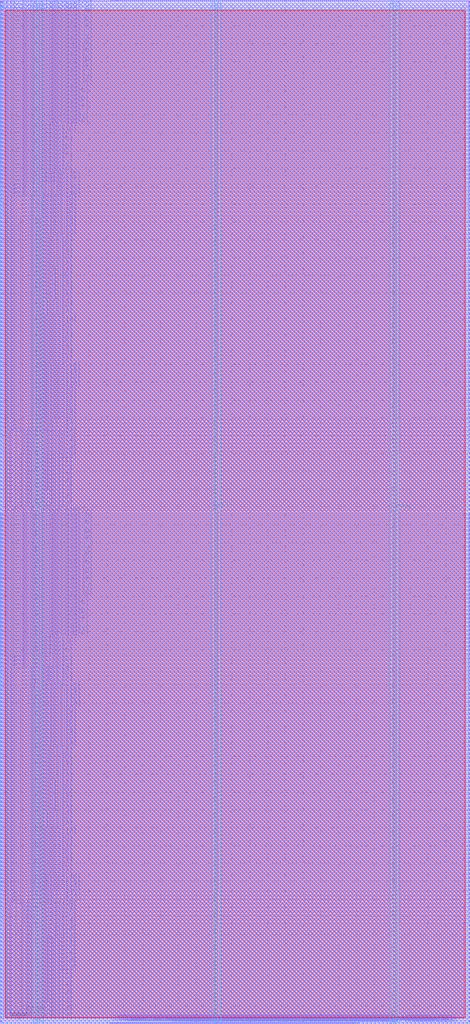
<source format=lef>
VERSION 5.7 ;
  NOWIREEXTENSIONATPIN ON ;
  DIVIDERCHAR "/" ;
  BUSBITCHARS "[]" ;
MACRO DSP
  CLASS BLOCK ;
  FOREIGN DSP ;
  ORIGIN 0.000 0.000 ;
  SIZE 263.760 BY 574.560 ;
  PIN Tile_X0Y0_E1BEG[0]
    DIRECTION OUTPUT ;
    USE SIGNAL ;
    ANTENNADIFFAREA 0.897600 ;
    PORT
      LAYER Metal3 ;
        RECT 263.200 395.920 263.760 396.480 ;
    END
  END Tile_X0Y0_E1BEG[0]
  PIN Tile_X0Y0_E1BEG[1]
    DIRECTION OUTPUT ;
    USE SIGNAL ;
    ANTENNADIFFAREA 0.897600 ;
    PORT
      LAYER Metal3 ;
        RECT 263.200 398.160 263.760 398.720 ;
    END
  END Tile_X0Y0_E1BEG[1]
  PIN Tile_X0Y0_E1BEG[2]
    DIRECTION OUTPUT ;
    USE SIGNAL ;
    ANTENNADIFFAREA 0.897600 ;
    PORT
      LAYER Metal3 ;
        RECT 263.200 400.400 263.760 400.960 ;
    END
  END Tile_X0Y0_E1BEG[2]
  PIN Tile_X0Y0_E1BEG[3]
    DIRECTION OUTPUT ;
    USE SIGNAL ;
    ANTENNADIFFAREA 0.897600 ;
    PORT
      LAYER Metal3 ;
        RECT 263.200 402.640 263.760 403.200 ;
    END
  END Tile_X0Y0_E1BEG[3]
  PIN Tile_X0Y0_E1END[0]
    DIRECTION INPUT ;
    USE SIGNAL ;
    ANTENNAGATEAREA 5.669500 ;
    PORT
      LAYER Metal3 ;
        RECT 0.000 395.920 0.560 396.480 ;
    END
  END Tile_X0Y0_E1END[0]
  PIN Tile_X0Y0_E1END[1]
    DIRECTION INPUT ;
    USE SIGNAL ;
    ANTENNAGATEAREA 5.114000 ;
    PORT
      LAYER Metal3 ;
        RECT 0.000 398.160 0.560 398.720 ;
    END
  END Tile_X0Y0_E1END[1]
  PIN Tile_X0Y0_E1END[2]
    DIRECTION INPUT ;
    USE SIGNAL ;
    ANTENNAGATEAREA 5.516500 ;
    PORT
      LAYER Metal3 ;
        RECT 0.000 400.400 0.560 400.960 ;
    END
  END Tile_X0Y0_E1END[2]
  PIN Tile_X0Y0_E1END[3]
    DIRECTION INPUT ;
    USE SIGNAL ;
    ANTENNAGATEAREA 5.516500 ;
    PORT
      LAYER Metal3 ;
        RECT 0.000 402.640 0.560 403.200 ;
    END
  END Tile_X0Y0_E1END[3]
  PIN Tile_X0Y0_E2BEG[0]
    DIRECTION OUTPUT ;
    USE SIGNAL ;
    ANTENNADIFFAREA 0.897600 ;
    PORT
      LAYER Metal3 ;
        RECT 263.200 404.880 263.760 405.440 ;
    END
  END Tile_X0Y0_E2BEG[0]
  PIN Tile_X0Y0_E2BEG[1]
    DIRECTION OUTPUT ;
    USE SIGNAL ;
    ANTENNADIFFAREA 0.897600 ;
    PORT
      LAYER Metal3 ;
        RECT 263.200 407.120 263.760 407.680 ;
    END
  END Tile_X0Y0_E2BEG[1]
  PIN Tile_X0Y0_E2BEG[2]
    DIRECTION OUTPUT ;
    USE SIGNAL ;
    ANTENNADIFFAREA 0.897600 ;
    PORT
      LAYER Metal3 ;
        RECT 263.200 409.360 263.760 409.920 ;
    END
  END Tile_X0Y0_E2BEG[2]
  PIN Tile_X0Y0_E2BEG[3]
    DIRECTION OUTPUT ;
    USE SIGNAL ;
    ANTENNADIFFAREA 0.897600 ;
    PORT
      LAYER Metal3 ;
        RECT 263.200 411.600 263.760 412.160 ;
    END
  END Tile_X0Y0_E2BEG[3]
  PIN Tile_X0Y0_E2BEG[4]
    DIRECTION OUTPUT ;
    USE SIGNAL ;
    ANTENNADIFFAREA 0.897600 ;
    PORT
      LAYER Metal3 ;
        RECT 263.200 413.840 263.760 414.400 ;
    END
  END Tile_X0Y0_E2BEG[4]
  PIN Tile_X0Y0_E2BEG[5]
    DIRECTION OUTPUT ;
    USE SIGNAL ;
    ANTENNADIFFAREA 0.897600 ;
    PORT
      LAYER Metal3 ;
        RECT 263.200 416.080 263.760 416.640 ;
    END
  END Tile_X0Y0_E2BEG[5]
  PIN Tile_X0Y0_E2BEG[6]
    DIRECTION OUTPUT ;
    USE SIGNAL ;
    ANTENNADIFFAREA 0.897600 ;
    PORT
      LAYER Metal3 ;
        RECT 263.200 418.320 263.760 418.880 ;
    END
  END Tile_X0Y0_E2BEG[6]
  PIN Tile_X0Y0_E2BEG[7]
    DIRECTION OUTPUT ;
    USE SIGNAL ;
    ANTENNADIFFAREA 0.897600 ;
    PORT
      LAYER Metal3 ;
        RECT 263.200 420.560 263.760 421.120 ;
    END
  END Tile_X0Y0_E2BEG[7]
  PIN Tile_X0Y0_E2BEGb[0]
    DIRECTION OUTPUT ;
    USE SIGNAL ;
    ANTENNADIFFAREA 0.897600 ;
    PORT
      LAYER Metal3 ;
        RECT 263.200 422.800 263.760 423.360 ;
    END
  END Tile_X0Y0_E2BEGb[0]
  PIN Tile_X0Y0_E2BEGb[1]
    DIRECTION OUTPUT ;
    USE SIGNAL ;
    ANTENNADIFFAREA 0.897600 ;
    PORT
      LAYER Metal3 ;
        RECT 263.200 425.040 263.760 425.600 ;
    END
  END Tile_X0Y0_E2BEGb[1]
  PIN Tile_X0Y0_E2BEGb[2]
    DIRECTION OUTPUT ;
    USE SIGNAL ;
    ANTENNADIFFAREA 0.897600 ;
    PORT
      LAYER Metal3 ;
        RECT 263.200 427.280 263.760 427.840 ;
    END
  END Tile_X0Y0_E2BEGb[2]
  PIN Tile_X0Y0_E2BEGb[3]
    DIRECTION OUTPUT ;
    USE SIGNAL ;
    ANTENNADIFFAREA 0.897600 ;
    PORT
      LAYER Metal3 ;
        RECT 263.200 429.520 263.760 430.080 ;
    END
  END Tile_X0Y0_E2BEGb[3]
  PIN Tile_X0Y0_E2BEGb[4]
    DIRECTION OUTPUT ;
    USE SIGNAL ;
    ANTENNADIFFAREA 0.897600 ;
    PORT
      LAYER Metal3 ;
        RECT 263.200 431.760 263.760 432.320 ;
    END
  END Tile_X0Y0_E2BEGb[4]
  PIN Tile_X0Y0_E2BEGb[5]
    DIRECTION OUTPUT ;
    USE SIGNAL ;
    ANTENNADIFFAREA 0.897600 ;
    PORT
      LAYER Metal3 ;
        RECT 263.200 434.000 263.760 434.560 ;
    END
  END Tile_X0Y0_E2BEGb[5]
  PIN Tile_X0Y0_E2BEGb[6]
    DIRECTION OUTPUT ;
    USE SIGNAL ;
    ANTENNADIFFAREA 0.897600 ;
    PORT
      LAYER Metal3 ;
        RECT 263.200 436.240 263.760 436.800 ;
    END
  END Tile_X0Y0_E2BEGb[6]
  PIN Tile_X0Y0_E2BEGb[7]
    DIRECTION OUTPUT ;
    USE SIGNAL ;
    ANTENNADIFFAREA 0.897600 ;
    PORT
      LAYER Metal3 ;
        RECT 263.200 438.480 263.760 439.040 ;
    END
  END Tile_X0Y0_E2BEGb[7]
  PIN Tile_X0Y0_E2END[0]
    DIRECTION INPUT ;
    USE SIGNAL ;
    ANTENNAGATEAREA 3.204500 ;
    PORT
      LAYER Metal3 ;
        RECT 0.000 422.800 0.560 423.360 ;
    END
  END Tile_X0Y0_E2END[0]
  PIN Tile_X0Y0_E2END[1]
    DIRECTION INPUT ;
    USE SIGNAL ;
    ANTENNAGATEAREA 2.006000 ;
    PORT
      LAYER Metal3 ;
        RECT 0.000 425.040 0.560 425.600 ;
    END
  END Tile_X0Y0_E2END[1]
  PIN Tile_X0Y0_E2END[2]
    DIRECTION INPUT ;
    USE SIGNAL ;
    ANTENNAGATEAREA 3.958000 ;
    PORT
      LAYER Metal3 ;
        RECT 0.000 427.280 0.560 427.840 ;
    END
  END Tile_X0Y0_E2END[2]
  PIN Tile_X0Y0_E2END[3]
    DIRECTION INPUT ;
    USE SIGNAL ;
    ANTENNAGATEAREA 3.405500 ;
    PORT
      LAYER Metal3 ;
        RECT 0.000 429.520 0.560 430.080 ;
    END
  END Tile_X0Y0_E2END[3]
  PIN Tile_X0Y0_E2END[4]
    DIRECTION INPUT ;
    USE SIGNAL ;
    ANTENNAGATEAREA 2.507500 ;
    PORT
      LAYER Metal3 ;
        RECT 0.000 431.760 0.560 432.320 ;
    END
  END Tile_X0Y0_E2END[4]
  PIN Tile_X0Y0_E2END[5]
    DIRECTION INPUT ;
    USE SIGNAL ;
    ANTENNAGATEAREA 3.609500 ;
    PORT
      LAYER Metal3 ;
        RECT 0.000 434.000 0.560 434.560 ;
    END
  END Tile_X0Y0_E2END[5]
  PIN Tile_X0Y0_E2END[6]
    DIRECTION INPUT ;
    USE SIGNAL ;
    ANTENNAGATEAREA 3.009000 ;
    PORT
      LAYER Metal3 ;
        RECT 0.000 436.240 0.560 436.800 ;
    END
  END Tile_X0Y0_E2END[6]
  PIN Tile_X0Y0_E2END[7]
    DIRECTION INPUT ;
    USE SIGNAL ;
    ANTENNAGATEAREA 2.507500 ;
    PORT
      LAYER Metal3 ;
        RECT 0.000 438.480 0.560 439.040 ;
    END
  END Tile_X0Y0_E2END[7]
  PIN Tile_X0Y0_E2MID[0]
    DIRECTION INPUT ;
    USE SIGNAL ;
    ANTENNAGATEAREA 2.601000 ;
    PORT
      LAYER Metal3 ;
        RECT 0.000 404.880 0.560 405.440 ;
    END
  END Tile_X0Y0_E2MID[0]
  PIN Tile_X0Y0_E2MID[1]
    DIRECTION INPUT ;
    USE SIGNAL ;
    ANTENNAGATEAREA 3.102500 ;
    PORT
      LAYER Metal3 ;
        RECT 0.000 407.120 0.560 407.680 ;
    END
  END Tile_X0Y0_E2MID[1]
  PIN Tile_X0Y0_E2MID[2]
    DIRECTION INPUT ;
    USE SIGNAL ;
    ANTENNAGATEAREA 2.003000 ;
    PORT
      LAYER Metal3 ;
        RECT 0.000 409.360 0.560 409.920 ;
    END
  END Tile_X0Y0_E2MID[2]
  PIN Tile_X0Y0_E2MID[3]
    DIRECTION INPUT ;
    USE SIGNAL ;
    ANTENNAGATEAREA 2.901000 ;
    PORT
      LAYER Metal3 ;
        RECT 0.000 411.600 0.560 412.160 ;
    END
  END Tile_X0Y0_E2MID[3]
  PIN Tile_X0Y0_E2MID[4]
    DIRECTION INPUT ;
    USE SIGNAL ;
    ANTENNAGATEAREA 1.898000 ;
    PORT
      LAYER Metal3 ;
        RECT 0.000 413.840 0.560 414.400 ;
    END
  END Tile_X0Y0_E2MID[4]
  PIN Tile_X0Y0_E2MID[5]
    DIRECTION INPUT ;
    USE SIGNAL ;
    ANTENNAGATEAREA 3.105000 ;
    PORT
      LAYER Metal3 ;
        RECT 0.000 416.080 0.560 416.640 ;
    END
  END Tile_X0Y0_E2MID[5]
  PIN Tile_X0Y0_E2MID[6]
    DIRECTION INPUT ;
    USE SIGNAL ;
    ANTENNAGATEAREA 2.601000 ;
    PORT
      LAYER Metal3 ;
        RECT 0.000 418.320 0.560 418.880 ;
    END
  END Tile_X0Y0_E2MID[6]
  PIN Tile_X0Y0_E2MID[7]
    DIRECTION INPUT ;
    USE SIGNAL ;
    ANTENNAGATEAREA 3.000000 ;
    PORT
      LAYER Metal3 ;
        RECT 0.000 420.560 0.560 421.120 ;
    END
  END Tile_X0Y0_E2MID[7]
  PIN Tile_X0Y0_E6BEG[0]
    DIRECTION OUTPUT ;
    USE SIGNAL ;
    ANTENNADIFFAREA 0.897600 ;
    PORT
      LAYER Metal3 ;
        RECT 263.200 476.560 263.760 477.120 ;
    END
  END Tile_X0Y0_E6BEG[0]
  PIN Tile_X0Y0_E6BEG[10]
    DIRECTION OUTPUT ;
    USE SIGNAL ;
    ANTENNADIFFAREA 0.897600 ;
    PORT
      LAYER Metal3 ;
        RECT 263.200 498.960 263.760 499.520 ;
    END
  END Tile_X0Y0_E6BEG[10]
  PIN Tile_X0Y0_E6BEG[11]
    DIRECTION OUTPUT ;
    USE SIGNAL ;
    ANTENNADIFFAREA 0.897600 ;
    PORT
      LAYER Metal3 ;
        RECT 263.200 501.200 263.760 501.760 ;
    END
  END Tile_X0Y0_E6BEG[11]
  PIN Tile_X0Y0_E6BEG[1]
    DIRECTION OUTPUT ;
    USE SIGNAL ;
    ANTENNADIFFAREA 0.897600 ;
    PORT
      LAYER Metal3 ;
        RECT 263.200 478.800 263.760 479.360 ;
    END
  END Tile_X0Y0_E6BEG[1]
  PIN Tile_X0Y0_E6BEG[2]
    DIRECTION OUTPUT ;
    USE SIGNAL ;
    ANTENNADIFFAREA 0.897600 ;
    PORT
      LAYER Metal3 ;
        RECT 263.200 481.040 263.760 481.600 ;
    END
  END Tile_X0Y0_E6BEG[2]
  PIN Tile_X0Y0_E6BEG[3]
    DIRECTION OUTPUT ;
    USE SIGNAL ;
    ANTENNADIFFAREA 0.897600 ;
    PORT
      LAYER Metal3 ;
        RECT 263.200 483.280 263.760 483.840 ;
    END
  END Tile_X0Y0_E6BEG[3]
  PIN Tile_X0Y0_E6BEG[4]
    DIRECTION OUTPUT ;
    USE SIGNAL ;
    ANTENNADIFFAREA 0.897600 ;
    PORT
      LAYER Metal3 ;
        RECT 263.200 485.520 263.760 486.080 ;
    END
  END Tile_X0Y0_E6BEG[4]
  PIN Tile_X0Y0_E6BEG[5]
    DIRECTION OUTPUT ;
    USE SIGNAL ;
    ANTENNADIFFAREA 0.897600 ;
    PORT
      LAYER Metal3 ;
        RECT 263.200 487.760 263.760 488.320 ;
    END
  END Tile_X0Y0_E6BEG[5]
  PIN Tile_X0Y0_E6BEG[6]
    DIRECTION OUTPUT ;
    USE SIGNAL ;
    ANTENNADIFFAREA 0.897600 ;
    PORT
      LAYER Metal3 ;
        RECT 263.200 490.000 263.760 490.560 ;
    END
  END Tile_X0Y0_E6BEG[6]
  PIN Tile_X0Y0_E6BEG[7]
    DIRECTION OUTPUT ;
    USE SIGNAL ;
    ANTENNADIFFAREA 0.897600 ;
    PORT
      LAYER Metal3 ;
        RECT 263.200 492.240 263.760 492.800 ;
    END
  END Tile_X0Y0_E6BEG[7]
  PIN Tile_X0Y0_E6BEG[8]
    DIRECTION OUTPUT ;
    USE SIGNAL ;
    ANTENNADIFFAREA 0.897600 ;
    PORT
      LAYER Metal3 ;
        RECT 263.200 494.480 263.760 495.040 ;
    END
  END Tile_X0Y0_E6BEG[8]
  PIN Tile_X0Y0_E6BEG[9]
    DIRECTION OUTPUT ;
    USE SIGNAL ;
    ANTENNADIFFAREA 0.897600 ;
    PORT
      LAYER Metal3 ;
        RECT 263.200 496.720 263.760 497.280 ;
    END
  END Tile_X0Y0_E6BEG[9]
  PIN Tile_X0Y0_E6END[0]
    DIRECTION INPUT ;
    USE SIGNAL ;
    ANTENNAGATEAREA 7.015000 ;
    PORT
      LAYER Metal3 ;
        RECT 0.000 476.560 0.560 477.120 ;
    END
  END Tile_X0Y0_E6END[0]
  PIN Tile_X0Y0_E6END[10]
    DIRECTION INPUT ;
    USE SIGNAL ;
    ANTENNAGATEAREA 0.498500 ;
    ANTENNADIFFAREA 0.410400 ;
    PORT
      LAYER Metal3 ;
        RECT 0.000 498.960 0.560 499.520 ;
    END
  END Tile_X0Y0_E6END[10]
  PIN Tile_X0Y0_E6END[11]
    DIRECTION INPUT ;
    USE SIGNAL ;
    ANTENNAGATEAREA 0.498500 ;
    PORT
      LAYER Metal3 ;
        RECT 0.000 501.200 0.560 501.760 ;
    END
  END Tile_X0Y0_E6END[11]
  PIN Tile_X0Y0_E6END[1]
    DIRECTION INPUT ;
    USE SIGNAL ;
    ANTENNAGATEAREA 5.913000 ;
    PORT
      LAYER Metal3 ;
        RECT 0.000 478.800 0.560 479.360 ;
    END
  END Tile_X0Y0_E6END[1]
  PIN Tile_X0Y0_E6END[2]
    DIRECTION INPUT ;
    USE SIGNAL ;
    ANTENNAGATEAREA 0.498500 ;
    ANTENNADIFFAREA 0.410400 ;
    PORT
      LAYER Metal3 ;
        RECT 0.000 481.040 0.560 481.600 ;
    END
  END Tile_X0Y0_E6END[2]
  PIN Tile_X0Y0_E6END[3]
    DIRECTION INPUT ;
    USE SIGNAL ;
    ANTENNAGATEAREA 0.498500 ;
    ANTENNADIFFAREA 0.410400 ;
    PORT
      LAYER Metal3 ;
        RECT 0.000 483.280 0.560 483.840 ;
    END
  END Tile_X0Y0_E6END[3]
  PIN Tile_X0Y0_E6END[4]
    DIRECTION INPUT ;
    USE SIGNAL ;
    ANTENNAGATEAREA 0.498500 ;
    PORT
      LAYER Metal3 ;
        RECT 0.000 485.520 0.560 486.080 ;
    END
  END Tile_X0Y0_E6END[4]
  PIN Tile_X0Y0_E6END[5]
    DIRECTION INPUT ;
    USE SIGNAL ;
    ANTENNAGATEAREA 0.498500 ;
    PORT
      LAYER Metal3 ;
        RECT 0.000 487.760 0.560 488.320 ;
    END
  END Tile_X0Y0_E6END[5]
  PIN Tile_X0Y0_E6END[6]
    DIRECTION INPUT ;
    USE SIGNAL ;
    ANTENNAGATEAREA 0.498500 ;
    ANTENNADIFFAREA 0.410400 ;
    PORT
      LAYER Metal3 ;
        RECT 0.000 490.000 0.560 490.560 ;
    END
  END Tile_X0Y0_E6END[6]
  PIN Tile_X0Y0_E6END[7]
    DIRECTION INPUT ;
    USE SIGNAL ;
    ANTENNAGATEAREA 0.498500 ;
    ANTENNADIFFAREA 0.410400 ;
    PORT
      LAYER Metal3 ;
        RECT 0.000 492.240 0.560 492.800 ;
    END
  END Tile_X0Y0_E6END[7]
  PIN Tile_X0Y0_E6END[8]
    DIRECTION INPUT ;
    USE SIGNAL ;
    ANTENNAGATEAREA 0.498500 ;
    ANTENNADIFFAREA 0.410400 ;
    PORT
      LAYER Metal3 ;
        RECT 0.000 494.480 0.560 495.040 ;
    END
  END Tile_X0Y0_E6END[8]
  PIN Tile_X0Y0_E6END[9]
    DIRECTION INPUT ;
    USE SIGNAL ;
    ANTENNAGATEAREA 0.498500 ;
    PORT
      LAYER Metal3 ;
        RECT 0.000 496.720 0.560 497.280 ;
    END
  END Tile_X0Y0_E6END[9]
  PIN Tile_X0Y0_EE4BEG[0]
    DIRECTION OUTPUT ;
    USE SIGNAL ;
    ANTENNADIFFAREA 0.897600 ;
    PORT
      LAYER Metal3 ;
        RECT 263.200 440.720 263.760 441.280 ;
    END
  END Tile_X0Y0_EE4BEG[0]
  PIN Tile_X0Y0_EE4BEG[10]
    DIRECTION OUTPUT ;
    USE SIGNAL ;
    ANTENNADIFFAREA 0.897600 ;
    PORT
      LAYER Metal3 ;
        RECT 263.200 463.120 263.760 463.680 ;
    END
  END Tile_X0Y0_EE4BEG[10]
  PIN Tile_X0Y0_EE4BEG[11]
    DIRECTION OUTPUT ;
    USE SIGNAL ;
    ANTENNADIFFAREA 0.897600 ;
    PORT
      LAYER Metal3 ;
        RECT 263.200 465.360 263.760 465.920 ;
    END
  END Tile_X0Y0_EE4BEG[11]
  PIN Tile_X0Y0_EE4BEG[12]
    DIRECTION OUTPUT ;
    USE SIGNAL ;
    ANTENNADIFFAREA 0.897600 ;
    PORT
      LAYER Metal3 ;
        RECT 263.200 467.600 263.760 468.160 ;
    END
  END Tile_X0Y0_EE4BEG[12]
  PIN Tile_X0Y0_EE4BEG[13]
    DIRECTION OUTPUT ;
    USE SIGNAL ;
    ANTENNADIFFAREA 0.897600 ;
    PORT
      LAYER Metal3 ;
        RECT 263.200 469.840 263.760 470.400 ;
    END
  END Tile_X0Y0_EE4BEG[13]
  PIN Tile_X0Y0_EE4BEG[14]
    DIRECTION OUTPUT ;
    USE SIGNAL ;
    ANTENNADIFFAREA 0.897600 ;
    PORT
      LAYER Metal3 ;
        RECT 263.200 472.080 263.760 472.640 ;
    END
  END Tile_X0Y0_EE4BEG[14]
  PIN Tile_X0Y0_EE4BEG[15]
    DIRECTION OUTPUT ;
    USE SIGNAL ;
    ANTENNADIFFAREA 0.897600 ;
    PORT
      LAYER Metal3 ;
        RECT 263.200 474.320 263.760 474.880 ;
    END
  END Tile_X0Y0_EE4BEG[15]
  PIN Tile_X0Y0_EE4BEG[1]
    DIRECTION OUTPUT ;
    USE SIGNAL ;
    ANTENNADIFFAREA 0.897600 ;
    PORT
      LAYER Metal3 ;
        RECT 263.200 442.960 263.760 443.520 ;
    END
  END Tile_X0Y0_EE4BEG[1]
  PIN Tile_X0Y0_EE4BEG[2]
    DIRECTION OUTPUT ;
    USE SIGNAL ;
    ANTENNADIFFAREA 0.897600 ;
    PORT
      LAYER Metal3 ;
        RECT 263.200 445.200 263.760 445.760 ;
    END
  END Tile_X0Y0_EE4BEG[2]
  PIN Tile_X0Y0_EE4BEG[3]
    DIRECTION OUTPUT ;
    USE SIGNAL ;
    ANTENNADIFFAREA 0.897600 ;
    PORT
      LAYER Metal3 ;
        RECT 263.200 447.440 263.760 448.000 ;
    END
  END Tile_X0Y0_EE4BEG[3]
  PIN Tile_X0Y0_EE4BEG[4]
    DIRECTION OUTPUT ;
    USE SIGNAL ;
    ANTENNADIFFAREA 0.897600 ;
    PORT
      LAYER Metal3 ;
        RECT 263.200 449.680 263.760 450.240 ;
    END
  END Tile_X0Y0_EE4BEG[4]
  PIN Tile_X0Y0_EE4BEG[5]
    DIRECTION OUTPUT ;
    USE SIGNAL ;
    ANTENNADIFFAREA 0.897600 ;
    PORT
      LAYER Metal3 ;
        RECT 263.200 451.920 263.760 452.480 ;
    END
  END Tile_X0Y0_EE4BEG[5]
  PIN Tile_X0Y0_EE4BEG[6]
    DIRECTION OUTPUT ;
    USE SIGNAL ;
    ANTENNADIFFAREA 0.897600 ;
    PORT
      LAYER Metal3 ;
        RECT 263.200 454.160 263.760 454.720 ;
    END
  END Tile_X0Y0_EE4BEG[6]
  PIN Tile_X0Y0_EE4BEG[7]
    DIRECTION OUTPUT ;
    USE SIGNAL ;
    ANTENNADIFFAREA 0.897600 ;
    PORT
      LAYER Metal3 ;
        RECT 263.200 456.400 263.760 456.960 ;
    END
  END Tile_X0Y0_EE4BEG[7]
  PIN Tile_X0Y0_EE4BEG[8]
    DIRECTION OUTPUT ;
    USE SIGNAL ;
    ANTENNADIFFAREA 0.897600 ;
    PORT
      LAYER Metal3 ;
        RECT 263.200 458.640 263.760 459.200 ;
    END
  END Tile_X0Y0_EE4BEG[8]
  PIN Tile_X0Y0_EE4BEG[9]
    DIRECTION OUTPUT ;
    USE SIGNAL ;
    ANTENNADIFFAREA 0.897600 ;
    PORT
      LAYER Metal3 ;
        RECT 263.200 460.880 263.760 461.440 ;
    END
  END Tile_X0Y0_EE4BEG[9]
  PIN Tile_X0Y0_EE4END[0]
    DIRECTION INPUT ;
    USE SIGNAL ;
    ANTENNAGATEAREA 1.504500 ;
    PORT
      LAYER Metal3 ;
        RECT 0.000 440.720 0.560 441.280 ;
    END
  END Tile_X0Y0_EE4END[0]
  PIN Tile_X0Y0_EE4END[10]
    DIRECTION INPUT ;
    USE SIGNAL ;
    ANTENNAGATEAREA 0.498500 ;
    ANTENNADIFFAREA 0.410400 ;
    PORT
      LAYER Metal3 ;
        RECT 0.000 463.120 0.560 463.680 ;
    END
  END Tile_X0Y0_EE4END[10]
  PIN Tile_X0Y0_EE4END[11]
    DIRECTION INPUT ;
    USE SIGNAL ;
    ANTENNAGATEAREA 0.498500 ;
    ANTENNADIFFAREA 0.410400 ;
    PORT
      LAYER Metal3 ;
        RECT 0.000 465.360 0.560 465.920 ;
    END
  END Tile_X0Y0_EE4END[11]
  PIN Tile_X0Y0_EE4END[12]
    DIRECTION INPUT ;
    USE SIGNAL ;
    ANTENNAGATEAREA 0.498500 ;
    ANTENNADIFFAREA 0.410400 ;
    PORT
      LAYER Metal3 ;
        RECT 0.000 467.600 0.560 468.160 ;
    END
  END Tile_X0Y0_EE4END[12]
  PIN Tile_X0Y0_EE4END[13]
    DIRECTION INPUT ;
    USE SIGNAL ;
    ANTENNAGATEAREA 0.498500 ;
    ANTENNADIFFAREA 0.410400 ;
    PORT
      LAYER Metal3 ;
        RECT 0.000 469.840 0.560 470.400 ;
    END
  END Tile_X0Y0_EE4END[13]
  PIN Tile_X0Y0_EE4END[14]
    DIRECTION INPUT ;
    USE SIGNAL ;
    ANTENNAGATEAREA 0.498500 ;
    ANTENNADIFFAREA 0.410400 ;
    PORT
      LAYER Metal3 ;
        RECT 0.000 472.080 0.560 472.640 ;
    END
  END Tile_X0Y0_EE4END[14]
  PIN Tile_X0Y0_EE4END[15]
    DIRECTION INPUT ;
    USE SIGNAL ;
    ANTENNAGATEAREA 0.498500 ;
    ANTENNADIFFAREA 0.410400 ;
    PORT
      LAYER Metal3 ;
        RECT 0.000 474.320 0.560 474.880 ;
    END
  END Tile_X0Y0_EE4END[15]
  PIN Tile_X0Y0_EE4END[1]
    DIRECTION INPUT ;
    USE SIGNAL ;
    ANTENNAGATEAREA 1.901000 ;
    PORT
      LAYER Metal3 ;
        RECT 0.000 442.960 0.560 443.520 ;
    END
  END Tile_X0Y0_EE4END[1]
  PIN Tile_X0Y0_EE4END[2]
    DIRECTION INPUT ;
    USE SIGNAL ;
    ANTENNAGATEAREA 1.504500 ;
    PORT
      LAYER Metal3 ;
        RECT 0.000 445.200 0.560 445.760 ;
    END
  END Tile_X0Y0_EE4END[2]
  PIN Tile_X0Y0_EE4END[3]
    DIRECTION INPUT ;
    USE SIGNAL ;
    ANTENNAGATEAREA 1.601000 ;
    PORT
      LAYER Metal3 ;
        RECT 0.000 447.440 0.560 448.000 ;
    END
  END Tile_X0Y0_EE4END[3]
  PIN Tile_X0Y0_EE4END[4]
    DIRECTION INPUT ;
    USE SIGNAL ;
    ANTENNAGATEAREA 0.498500 ;
    ANTENNADIFFAREA 0.410400 ;
    PORT
      LAYER Metal3 ;
        RECT 0.000 449.680 0.560 450.240 ;
    END
  END Tile_X0Y0_EE4END[4]
  PIN Tile_X0Y0_EE4END[5]
    DIRECTION INPUT ;
    USE SIGNAL ;
    ANTENNAGATEAREA 0.498500 ;
    ANTENNADIFFAREA 0.410400 ;
    PORT
      LAYER Metal3 ;
        RECT 0.000 451.920 0.560 452.480 ;
    END
  END Tile_X0Y0_EE4END[5]
  PIN Tile_X0Y0_EE4END[6]
    DIRECTION INPUT ;
    USE SIGNAL ;
    ANTENNAGATEAREA 0.498500 ;
    ANTENNADIFFAREA 0.410400 ;
    PORT
      LAYER Metal3 ;
        RECT 0.000 454.160 0.560 454.720 ;
    END
  END Tile_X0Y0_EE4END[6]
  PIN Tile_X0Y0_EE4END[7]
    DIRECTION INPUT ;
    USE SIGNAL ;
    ANTENNAGATEAREA 0.498500 ;
    ANTENNADIFFAREA 0.410400 ;
    PORT
      LAYER Metal3 ;
        RECT 0.000 456.400 0.560 456.960 ;
    END
  END Tile_X0Y0_EE4END[7]
  PIN Tile_X0Y0_EE4END[8]
    DIRECTION INPUT ;
    USE SIGNAL ;
    ANTENNAGATEAREA 0.498500 ;
    ANTENNADIFFAREA 0.410400 ;
    PORT
      LAYER Metal3 ;
        RECT 0.000 458.640 0.560 459.200 ;
    END
  END Tile_X0Y0_EE4END[8]
  PIN Tile_X0Y0_EE4END[9]
    DIRECTION INPUT ;
    USE SIGNAL ;
    ANTENNAGATEAREA 0.498500 ;
    ANTENNADIFFAREA 0.410400 ;
    PORT
      LAYER Metal3 ;
        RECT 0.000 460.880 0.560 461.440 ;
    END
  END Tile_X0Y0_EE4END[9]
  PIN Tile_X0Y0_FrameData[0]
    DIRECTION INPUT ;
    USE SIGNAL ;
    ANTENNAGATEAREA 7.122500 ;
    PORT
      LAYER Metal3 ;
        RECT 0.000 503.440 0.560 504.000 ;
    END
  END Tile_X0Y0_FrameData[0]
  PIN Tile_X0Y0_FrameData[10]
    DIRECTION INPUT ;
    USE SIGNAL ;
    ANTENNAGATEAREA 7.674500 ;
    PORT
      LAYER Metal3 ;
        RECT 0.000 525.840 0.560 526.400 ;
    END
  END Tile_X0Y0_FrameData[10]
  PIN Tile_X0Y0_FrameData[11]
    DIRECTION INPUT ;
    USE SIGNAL ;
    ANTENNAGATEAREA 7.674500 ;
    PORT
      LAYER Metal3 ;
        RECT 0.000 528.080 0.560 528.640 ;
    END
  END Tile_X0Y0_FrameData[11]
  PIN Tile_X0Y0_FrameData[12]
    DIRECTION INPUT ;
    USE SIGNAL ;
    ANTENNAGATEAREA 7.674500 ;
    PORT
      LAYER Metal3 ;
        RECT 0.000 530.320 0.560 530.880 ;
    END
  END Tile_X0Y0_FrameData[12]
  PIN Tile_X0Y0_FrameData[13]
    DIRECTION INPUT ;
    USE SIGNAL ;
    ANTENNAGATEAREA 7.674500 ;
    PORT
      LAYER Metal3 ;
        RECT 0.000 532.560 0.560 533.120 ;
    END
  END Tile_X0Y0_FrameData[13]
  PIN Tile_X0Y0_FrameData[14]
    DIRECTION INPUT ;
    USE SIGNAL ;
    ANTENNAGATEAREA 7.674500 ;
    PORT
      LAYER Metal3 ;
        RECT 0.000 534.800 0.560 535.360 ;
    END
  END Tile_X0Y0_FrameData[14]
  PIN Tile_X0Y0_FrameData[15]
    DIRECTION INPUT ;
    USE SIGNAL ;
    ANTENNAGATEAREA 7.674500 ;
    PORT
      LAYER Metal3 ;
        RECT 0.000 537.040 0.560 537.600 ;
    END
  END Tile_X0Y0_FrameData[15]
  PIN Tile_X0Y0_FrameData[16]
    DIRECTION INPUT ;
    USE SIGNAL ;
    ANTENNAGATEAREA 7.674500 ;
    PORT
      LAYER Metal3 ;
        RECT 0.000 539.280 0.560 539.840 ;
    END
  END Tile_X0Y0_FrameData[16]
  PIN Tile_X0Y0_FrameData[17]
    DIRECTION INPUT ;
    USE SIGNAL ;
    ANTENNAGATEAREA 7.674500 ;
    PORT
      LAYER Metal3 ;
        RECT 0.000 541.520 0.560 542.080 ;
    END
  END Tile_X0Y0_FrameData[17]
  PIN Tile_X0Y0_FrameData[18]
    DIRECTION INPUT ;
    USE SIGNAL ;
    ANTENNAGATEAREA 7.674500 ;
    PORT
      LAYER Metal3 ;
        RECT 0.000 543.760 0.560 544.320 ;
    END
  END Tile_X0Y0_FrameData[18]
  PIN Tile_X0Y0_FrameData[19]
    DIRECTION INPUT ;
    USE SIGNAL ;
    ANTENNAGATEAREA 7.674500 ;
    PORT
      LAYER Metal3 ;
        RECT 0.000 546.000 0.560 546.560 ;
    END
  END Tile_X0Y0_FrameData[19]
  PIN Tile_X0Y0_FrameData[1]
    DIRECTION INPUT ;
    USE SIGNAL ;
    ANTENNAGATEAREA 7.122500 ;
    PORT
      LAYER Metal3 ;
        RECT 0.000 505.680 0.560 506.240 ;
    END
  END Tile_X0Y0_FrameData[1]
  PIN Tile_X0Y0_FrameData[20]
    DIRECTION INPUT ;
    USE SIGNAL ;
    ANTENNAGATEAREA 7.674500 ;
    PORT
      LAYER Metal3 ;
        RECT 0.000 548.240 0.560 548.800 ;
    END
  END Tile_X0Y0_FrameData[20]
  PIN Tile_X0Y0_FrameData[21]
    DIRECTION INPUT ;
    USE SIGNAL ;
    ANTENNAGATEAREA 7.674500 ;
    PORT
      LAYER Metal3 ;
        RECT 0.000 550.480 0.560 551.040 ;
    END
  END Tile_X0Y0_FrameData[21]
  PIN Tile_X0Y0_FrameData[22]
    DIRECTION INPUT ;
    USE SIGNAL ;
    ANTENNAGATEAREA 7.674500 ;
    PORT
      LAYER Metal3 ;
        RECT 0.000 552.720 0.560 553.280 ;
    END
  END Tile_X0Y0_FrameData[22]
  PIN Tile_X0Y0_FrameData[23]
    DIRECTION INPUT ;
    USE SIGNAL ;
    ANTENNAGATEAREA 7.674500 ;
    PORT
      LAYER Metal3 ;
        RECT 0.000 554.960 0.560 555.520 ;
    END
  END Tile_X0Y0_FrameData[23]
  PIN Tile_X0Y0_FrameData[24]
    DIRECTION INPUT ;
    USE SIGNAL ;
    ANTENNAGATEAREA 7.674500 ;
    PORT
      LAYER Metal3 ;
        RECT 0.000 557.200 0.560 557.760 ;
    END
  END Tile_X0Y0_FrameData[24]
  PIN Tile_X0Y0_FrameData[25]
    DIRECTION INPUT ;
    USE SIGNAL ;
    ANTENNAGATEAREA 7.674500 ;
    PORT
      LAYER Metal3 ;
        RECT 0.000 559.440 0.560 560.000 ;
    END
  END Tile_X0Y0_FrameData[25]
  PIN Tile_X0Y0_FrameData[26]
    DIRECTION INPUT ;
    USE SIGNAL ;
    ANTENNAGATEAREA 7.674500 ;
    PORT
      LAYER Metal3 ;
        RECT 0.000 561.680 0.560 562.240 ;
    END
  END Tile_X0Y0_FrameData[26]
  PIN Tile_X0Y0_FrameData[27]
    DIRECTION INPUT ;
    USE SIGNAL ;
    ANTENNAGATEAREA 7.674500 ;
    PORT
      LAYER Metal3 ;
        RECT 0.000 563.920 0.560 564.480 ;
    END
  END Tile_X0Y0_FrameData[27]
  PIN Tile_X0Y0_FrameData[28]
    DIRECTION INPUT ;
    USE SIGNAL ;
    ANTENNAGATEAREA 7.674500 ;
    PORT
      LAYER Metal3 ;
        RECT 0.000 566.160 0.560 566.720 ;
    END
  END Tile_X0Y0_FrameData[28]
  PIN Tile_X0Y0_FrameData[29]
    DIRECTION INPUT ;
    USE SIGNAL ;
    ANTENNAGATEAREA 7.674500 ;
    PORT
      LAYER Metal3 ;
        RECT 0.000 568.400 0.560 568.960 ;
    END
  END Tile_X0Y0_FrameData[29]
  PIN Tile_X0Y0_FrameData[2]
    DIRECTION INPUT ;
    USE SIGNAL ;
    ANTENNAGATEAREA 7.122500 ;
    PORT
      LAYER Metal3 ;
        RECT 0.000 507.920 0.560 508.480 ;
    END
  END Tile_X0Y0_FrameData[2]
  PIN Tile_X0Y0_FrameData[30]
    DIRECTION INPUT ;
    USE SIGNAL ;
    ANTENNAGATEAREA 7.674500 ;
    PORT
      LAYER Metal3 ;
        RECT 0.000 570.640 0.560 571.200 ;
    END
  END Tile_X0Y0_FrameData[30]
  PIN Tile_X0Y0_FrameData[31]
    DIRECTION INPUT ;
    USE SIGNAL ;
    ANTENNAGATEAREA 7.674500 ;
    PORT
      LAYER Metal3 ;
        RECT 0.000 572.880 0.560 573.440 ;
    END
  END Tile_X0Y0_FrameData[31]
  PIN Tile_X0Y0_FrameData[3]
    DIRECTION INPUT ;
    USE SIGNAL ;
    ANTENNAGATEAREA 7.122500 ;
    PORT
      LAYER Metal3 ;
        RECT 0.000 510.160 0.560 510.720 ;
    END
  END Tile_X0Y0_FrameData[3]
  PIN Tile_X0Y0_FrameData[4]
    DIRECTION INPUT ;
    USE SIGNAL ;
    ANTENNAGATEAREA 7.122500 ;
    PORT
      LAYER Metal3 ;
        RECT 0.000 512.400 0.560 512.960 ;
    END
  END Tile_X0Y0_FrameData[4]
  PIN Tile_X0Y0_FrameData[5]
    DIRECTION INPUT ;
    USE SIGNAL ;
    ANTENNAGATEAREA 7.122500 ;
    PORT
      LAYER Metal3 ;
        RECT 0.000 514.640 0.560 515.200 ;
    END
  END Tile_X0Y0_FrameData[5]
  PIN Tile_X0Y0_FrameData[6]
    DIRECTION INPUT ;
    USE SIGNAL ;
    ANTENNAGATEAREA 7.122500 ;
    PORT
      LAYER Metal3 ;
        RECT 0.000 516.880 0.560 517.440 ;
    END
  END Tile_X0Y0_FrameData[6]
  PIN Tile_X0Y0_FrameData[7]
    DIRECTION INPUT ;
    USE SIGNAL ;
    ANTENNAGATEAREA 7.122500 ;
    PORT
      LAYER Metal3 ;
        RECT 0.000 519.120 0.560 519.680 ;
    END
  END Tile_X0Y0_FrameData[7]
  PIN Tile_X0Y0_FrameData[8]
    DIRECTION INPUT ;
    USE SIGNAL ;
    ANTENNAGATEAREA 7.122500 ;
    PORT
      LAYER Metal3 ;
        RECT 0.000 521.360 0.560 521.920 ;
    END
  END Tile_X0Y0_FrameData[8]
  PIN Tile_X0Y0_FrameData[9]
    DIRECTION INPUT ;
    USE SIGNAL ;
    ANTENNAGATEAREA 7.122500 ;
    PORT
      LAYER Metal3 ;
        RECT 0.000 523.600 0.560 524.160 ;
    END
  END Tile_X0Y0_FrameData[9]
  PIN Tile_X0Y0_FrameData_O[0]
    DIRECTION OUTPUT ;
    USE SIGNAL ;
    ANTENNADIFFAREA 0.897600 ;
    PORT
      LAYER Metal3 ;
        RECT 263.200 503.440 263.760 504.000 ;
    END
  END Tile_X0Y0_FrameData_O[0]
  PIN Tile_X0Y0_FrameData_O[10]
    DIRECTION OUTPUT ;
    USE SIGNAL ;
    ANTENNADIFFAREA 0.897600 ;
    PORT
      LAYER Metal3 ;
        RECT 263.200 525.840 263.760 526.400 ;
    END
  END Tile_X0Y0_FrameData_O[10]
  PIN Tile_X0Y0_FrameData_O[11]
    DIRECTION OUTPUT ;
    USE SIGNAL ;
    ANTENNADIFFAREA 0.897600 ;
    PORT
      LAYER Metal3 ;
        RECT 263.200 528.080 263.760 528.640 ;
    END
  END Tile_X0Y0_FrameData_O[11]
  PIN Tile_X0Y0_FrameData_O[12]
    DIRECTION OUTPUT ;
    USE SIGNAL ;
    ANTENNADIFFAREA 0.897600 ;
    PORT
      LAYER Metal3 ;
        RECT 263.200 530.320 263.760 530.880 ;
    END
  END Tile_X0Y0_FrameData_O[12]
  PIN Tile_X0Y0_FrameData_O[13]
    DIRECTION OUTPUT ;
    USE SIGNAL ;
    ANTENNADIFFAREA 0.897600 ;
    PORT
      LAYER Metal3 ;
        RECT 263.200 532.560 263.760 533.120 ;
    END
  END Tile_X0Y0_FrameData_O[13]
  PIN Tile_X0Y0_FrameData_O[14]
    DIRECTION OUTPUT ;
    USE SIGNAL ;
    ANTENNADIFFAREA 0.897600 ;
    PORT
      LAYER Metal3 ;
        RECT 263.200 534.800 263.760 535.360 ;
    END
  END Tile_X0Y0_FrameData_O[14]
  PIN Tile_X0Y0_FrameData_O[15]
    DIRECTION OUTPUT ;
    USE SIGNAL ;
    ANTENNADIFFAREA 0.897600 ;
    PORT
      LAYER Metal3 ;
        RECT 263.200 537.040 263.760 537.600 ;
    END
  END Tile_X0Y0_FrameData_O[15]
  PIN Tile_X0Y0_FrameData_O[16]
    DIRECTION OUTPUT ;
    USE SIGNAL ;
    ANTENNADIFFAREA 0.897600 ;
    PORT
      LAYER Metal3 ;
        RECT 263.200 539.280 263.760 539.840 ;
    END
  END Tile_X0Y0_FrameData_O[16]
  PIN Tile_X0Y0_FrameData_O[17]
    DIRECTION OUTPUT ;
    USE SIGNAL ;
    ANTENNADIFFAREA 0.897600 ;
    PORT
      LAYER Metal3 ;
        RECT 263.200 541.520 263.760 542.080 ;
    END
  END Tile_X0Y0_FrameData_O[17]
  PIN Tile_X0Y0_FrameData_O[18]
    DIRECTION OUTPUT ;
    USE SIGNAL ;
    ANTENNADIFFAREA 0.897600 ;
    PORT
      LAYER Metal3 ;
        RECT 263.200 543.760 263.760 544.320 ;
    END
  END Tile_X0Y0_FrameData_O[18]
  PIN Tile_X0Y0_FrameData_O[19]
    DIRECTION OUTPUT ;
    USE SIGNAL ;
    ANTENNADIFFAREA 0.897600 ;
    PORT
      LAYER Metal3 ;
        RECT 263.200 546.000 263.760 546.560 ;
    END
  END Tile_X0Y0_FrameData_O[19]
  PIN Tile_X0Y0_FrameData_O[1]
    DIRECTION OUTPUT ;
    USE SIGNAL ;
    ANTENNADIFFAREA 0.897600 ;
    PORT
      LAYER Metal3 ;
        RECT 263.200 505.680 263.760 506.240 ;
    END
  END Tile_X0Y0_FrameData_O[1]
  PIN Tile_X0Y0_FrameData_O[20]
    DIRECTION OUTPUT ;
    USE SIGNAL ;
    ANTENNADIFFAREA 0.897600 ;
    PORT
      LAYER Metal3 ;
        RECT 263.200 548.240 263.760 548.800 ;
    END
  END Tile_X0Y0_FrameData_O[20]
  PIN Tile_X0Y0_FrameData_O[21]
    DIRECTION OUTPUT ;
    USE SIGNAL ;
    ANTENNADIFFAREA 0.897600 ;
    PORT
      LAYER Metal3 ;
        RECT 263.200 550.480 263.760 551.040 ;
    END
  END Tile_X0Y0_FrameData_O[21]
  PIN Tile_X0Y0_FrameData_O[22]
    DIRECTION OUTPUT ;
    USE SIGNAL ;
    ANTENNADIFFAREA 0.897600 ;
    PORT
      LAYER Metal3 ;
        RECT 263.200 552.720 263.760 553.280 ;
    END
  END Tile_X0Y0_FrameData_O[22]
  PIN Tile_X0Y0_FrameData_O[23]
    DIRECTION OUTPUT ;
    USE SIGNAL ;
    ANTENNADIFFAREA 0.897600 ;
    PORT
      LAYER Metal3 ;
        RECT 263.200 554.960 263.760 555.520 ;
    END
  END Tile_X0Y0_FrameData_O[23]
  PIN Tile_X0Y0_FrameData_O[24]
    DIRECTION OUTPUT ;
    USE SIGNAL ;
    ANTENNADIFFAREA 0.897600 ;
    PORT
      LAYER Metal3 ;
        RECT 263.200 557.200 263.760 557.760 ;
    END
  END Tile_X0Y0_FrameData_O[24]
  PIN Tile_X0Y0_FrameData_O[25]
    DIRECTION OUTPUT ;
    USE SIGNAL ;
    ANTENNADIFFAREA 0.897600 ;
    PORT
      LAYER Metal3 ;
        RECT 263.200 559.440 263.760 560.000 ;
    END
  END Tile_X0Y0_FrameData_O[25]
  PIN Tile_X0Y0_FrameData_O[26]
    DIRECTION OUTPUT ;
    USE SIGNAL ;
    ANTENNADIFFAREA 0.897600 ;
    PORT
      LAYER Metal3 ;
        RECT 263.200 561.680 263.760 562.240 ;
    END
  END Tile_X0Y0_FrameData_O[26]
  PIN Tile_X0Y0_FrameData_O[27]
    DIRECTION OUTPUT ;
    USE SIGNAL ;
    ANTENNADIFFAREA 0.897600 ;
    PORT
      LAYER Metal3 ;
        RECT 263.200 563.920 263.760 564.480 ;
    END
  END Tile_X0Y0_FrameData_O[27]
  PIN Tile_X0Y0_FrameData_O[28]
    DIRECTION OUTPUT ;
    USE SIGNAL ;
    ANTENNADIFFAREA 0.897600 ;
    PORT
      LAYER Metal3 ;
        RECT 263.200 566.160 263.760 566.720 ;
    END
  END Tile_X0Y0_FrameData_O[28]
  PIN Tile_X0Y0_FrameData_O[29]
    DIRECTION OUTPUT ;
    USE SIGNAL ;
    ANTENNADIFFAREA 0.897600 ;
    PORT
      LAYER Metal3 ;
        RECT 263.200 568.400 263.760 568.960 ;
    END
  END Tile_X0Y0_FrameData_O[29]
  PIN Tile_X0Y0_FrameData_O[2]
    DIRECTION OUTPUT ;
    USE SIGNAL ;
    ANTENNADIFFAREA 0.897600 ;
    PORT
      LAYER Metal3 ;
        RECT 263.200 507.920 263.760 508.480 ;
    END
  END Tile_X0Y0_FrameData_O[2]
  PIN Tile_X0Y0_FrameData_O[30]
    DIRECTION OUTPUT ;
    USE SIGNAL ;
    ANTENNADIFFAREA 0.897600 ;
    PORT
      LAYER Metal3 ;
        RECT 263.200 570.640 263.760 571.200 ;
    END
  END Tile_X0Y0_FrameData_O[30]
  PIN Tile_X0Y0_FrameData_O[31]
    DIRECTION OUTPUT ;
    USE SIGNAL ;
    ANTENNADIFFAREA 0.897600 ;
    PORT
      LAYER Metal3 ;
        RECT 263.200 572.880 263.760 573.440 ;
    END
  END Tile_X0Y0_FrameData_O[31]
  PIN Tile_X0Y0_FrameData_O[3]
    DIRECTION OUTPUT ;
    USE SIGNAL ;
    ANTENNADIFFAREA 0.897600 ;
    PORT
      LAYER Metal3 ;
        RECT 263.200 510.160 263.760 510.720 ;
    END
  END Tile_X0Y0_FrameData_O[3]
  PIN Tile_X0Y0_FrameData_O[4]
    DIRECTION OUTPUT ;
    USE SIGNAL ;
    ANTENNADIFFAREA 0.897600 ;
    PORT
      LAYER Metal3 ;
        RECT 263.200 512.400 263.760 512.960 ;
    END
  END Tile_X0Y0_FrameData_O[4]
  PIN Tile_X0Y0_FrameData_O[5]
    DIRECTION OUTPUT ;
    USE SIGNAL ;
    ANTENNADIFFAREA 0.897600 ;
    PORT
      LAYER Metal3 ;
        RECT 263.200 514.640 263.760 515.200 ;
    END
  END Tile_X0Y0_FrameData_O[5]
  PIN Tile_X0Y0_FrameData_O[6]
    DIRECTION OUTPUT ;
    USE SIGNAL ;
    ANTENNADIFFAREA 0.897600 ;
    PORT
      LAYER Metal3 ;
        RECT 263.200 516.880 263.760 517.440 ;
    END
  END Tile_X0Y0_FrameData_O[6]
  PIN Tile_X0Y0_FrameData_O[7]
    DIRECTION OUTPUT ;
    USE SIGNAL ;
    ANTENNADIFFAREA 0.897600 ;
    PORT
      LAYER Metal3 ;
        RECT 263.200 519.120 263.760 519.680 ;
    END
  END Tile_X0Y0_FrameData_O[7]
  PIN Tile_X0Y0_FrameData_O[8]
    DIRECTION OUTPUT ;
    USE SIGNAL ;
    ANTENNADIFFAREA 0.897600 ;
    PORT
      LAYER Metal3 ;
        RECT 263.200 521.360 263.760 521.920 ;
    END
  END Tile_X0Y0_FrameData_O[8]
  PIN Tile_X0Y0_FrameData_O[9]
    DIRECTION OUTPUT ;
    USE SIGNAL ;
    ANTENNADIFFAREA 0.897600 ;
    PORT
      LAYER Metal3 ;
        RECT 263.200 523.600 263.760 524.160 ;
    END
  END Tile_X0Y0_FrameData_O[9]
  PIN Tile_X0Y0_FrameStrobe_O[0]
    DIRECTION OUTPUT ;
    USE SIGNAL ;
    ANTENNADIFFAREA 0.897600 ;
    PORT
      LAYER Metal2 ;
        RECT 179.200 574.000 179.760 574.560 ;
    END
  END Tile_X0Y0_FrameStrobe_O[0]
  PIN Tile_X0Y0_FrameStrobe_O[10]
    DIRECTION OUTPUT ;
    USE SIGNAL ;
    ANTENNADIFFAREA 0.897600 ;
    PORT
      LAYER Metal2 ;
        RECT 190.400 574.000 190.960 574.560 ;
    END
  END Tile_X0Y0_FrameStrobe_O[10]
  PIN Tile_X0Y0_FrameStrobe_O[11]
    DIRECTION OUTPUT ;
    USE SIGNAL ;
    ANTENNADIFFAREA 0.897600 ;
    PORT
      LAYER Metal2 ;
        RECT 191.520 574.000 192.080 574.560 ;
    END
  END Tile_X0Y0_FrameStrobe_O[11]
  PIN Tile_X0Y0_FrameStrobe_O[12]
    DIRECTION OUTPUT ;
    USE SIGNAL ;
    ANTENNADIFFAREA 0.897600 ;
    PORT
      LAYER Metal2 ;
        RECT 192.640 574.000 193.200 574.560 ;
    END
  END Tile_X0Y0_FrameStrobe_O[12]
  PIN Tile_X0Y0_FrameStrobe_O[13]
    DIRECTION OUTPUT ;
    USE SIGNAL ;
    ANTENNADIFFAREA 0.897600 ;
    PORT
      LAYER Metal2 ;
        RECT 193.760 574.000 194.320 574.560 ;
    END
  END Tile_X0Y0_FrameStrobe_O[13]
  PIN Tile_X0Y0_FrameStrobe_O[14]
    DIRECTION OUTPUT ;
    USE SIGNAL ;
    ANTENNADIFFAREA 0.897600 ;
    PORT
      LAYER Metal2 ;
        RECT 194.880 574.000 195.440 574.560 ;
    END
  END Tile_X0Y0_FrameStrobe_O[14]
  PIN Tile_X0Y0_FrameStrobe_O[15]
    DIRECTION OUTPUT ;
    USE SIGNAL ;
    ANTENNADIFFAREA 0.897600 ;
    PORT
      LAYER Metal2 ;
        RECT 196.000 574.000 196.560 574.560 ;
    END
  END Tile_X0Y0_FrameStrobe_O[15]
  PIN Tile_X0Y0_FrameStrobe_O[16]
    DIRECTION OUTPUT ;
    USE SIGNAL ;
    ANTENNADIFFAREA 0.897600 ;
    PORT
      LAYER Metal2 ;
        RECT 197.120 574.000 197.680 574.560 ;
    END
  END Tile_X0Y0_FrameStrobe_O[16]
  PIN Tile_X0Y0_FrameStrobe_O[17]
    DIRECTION OUTPUT ;
    USE SIGNAL ;
    ANTENNADIFFAREA 0.897600 ;
    PORT
      LAYER Metal2 ;
        RECT 198.240 574.000 198.800 574.560 ;
    END
  END Tile_X0Y0_FrameStrobe_O[17]
  PIN Tile_X0Y0_FrameStrobe_O[18]
    DIRECTION OUTPUT ;
    USE SIGNAL ;
    ANTENNADIFFAREA 0.897600 ;
    PORT
      LAYER Metal2 ;
        RECT 199.360 574.000 199.920 574.560 ;
    END
  END Tile_X0Y0_FrameStrobe_O[18]
  PIN Tile_X0Y0_FrameStrobe_O[19]
    DIRECTION OUTPUT ;
    USE SIGNAL ;
    ANTENNADIFFAREA 0.897600 ;
    PORT
      LAYER Metal2 ;
        RECT 200.480 574.000 201.040 574.560 ;
    END
  END Tile_X0Y0_FrameStrobe_O[19]
  PIN Tile_X0Y0_FrameStrobe_O[1]
    DIRECTION OUTPUT ;
    USE SIGNAL ;
    ANTENNADIFFAREA 0.897600 ;
    PORT
      LAYER Metal2 ;
        RECT 180.320 574.000 180.880 574.560 ;
    END
  END Tile_X0Y0_FrameStrobe_O[1]
  PIN Tile_X0Y0_FrameStrobe_O[2]
    DIRECTION OUTPUT ;
    USE SIGNAL ;
    ANTENNADIFFAREA 0.897600 ;
    PORT
      LAYER Metal2 ;
        RECT 181.440 574.000 182.000 574.560 ;
    END
  END Tile_X0Y0_FrameStrobe_O[2]
  PIN Tile_X0Y0_FrameStrobe_O[3]
    DIRECTION OUTPUT ;
    USE SIGNAL ;
    ANTENNADIFFAREA 0.897600 ;
    PORT
      LAYER Metal2 ;
        RECT 182.560 574.000 183.120 574.560 ;
    END
  END Tile_X0Y0_FrameStrobe_O[3]
  PIN Tile_X0Y0_FrameStrobe_O[4]
    DIRECTION OUTPUT ;
    USE SIGNAL ;
    ANTENNADIFFAREA 0.897600 ;
    PORT
      LAYER Metal2 ;
        RECT 183.680 574.000 184.240 574.560 ;
    END
  END Tile_X0Y0_FrameStrobe_O[4]
  PIN Tile_X0Y0_FrameStrobe_O[5]
    DIRECTION OUTPUT ;
    USE SIGNAL ;
    ANTENNADIFFAREA 0.897600 ;
    PORT
      LAYER Metal2 ;
        RECT 184.800 574.000 185.360 574.560 ;
    END
  END Tile_X0Y0_FrameStrobe_O[5]
  PIN Tile_X0Y0_FrameStrobe_O[6]
    DIRECTION OUTPUT ;
    USE SIGNAL ;
    ANTENNADIFFAREA 0.897600 ;
    PORT
      LAYER Metal2 ;
        RECT 185.920 574.000 186.480 574.560 ;
    END
  END Tile_X0Y0_FrameStrobe_O[6]
  PIN Tile_X0Y0_FrameStrobe_O[7]
    DIRECTION OUTPUT ;
    USE SIGNAL ;
    ANTENNADIFFAREA 0.897600 ;
    PORT
      LAYER Metal2 ;
        RECT 187.040 574.000 187.600 574.560 ;
    END
  END Tile_X0Y0_FrameStrobe_O[7]
  PIN Tile_X0Y0_FrameStrobe_O[8]
    DIRECTION OUTPUT ;
    USE SIGNAL ;
    ANTENNADIFFAREA 0.897600 ;
    PORT
      LAYER Metal2 ;
        RECT 188.160 574.000 188.720 574.560 ;
    END
  END Tile_X0Y0_FrameStrobe_O[8]
  PIN Tile_X0Y0_FrameStrobe_O[9]
    DIRECTION OUTPUT ;
    USE SIGNAL ;
    ANTENNADIFFAREA 0.897600 ;
    PORT
      LAYER Metal2 ;
        RECT 189.280 574.000 189.840 574.560 ;
    END
  END Tile_X0Y0_FrameStrobe_O[9]
  PIN Tile_X0Y0_N1BEG[0]
    DIRECTION OUTPUT ;
    USE SIGNAL ;
    ANTENNADIFFAREA 0.897600 ;
    PORT
      LAYER Metal2 ;
        RECT 61.600 574.000 62.160 574.560 ;
    END
  END Tile_X0Y0_N1BEG[0]
  PIN Tile_X0Y0_N1BEG[1]
    DIRECTION OUTPUT ;
    USE SIGNAL ;
    ANTENNADIFFAREA 0.897600 ;
    PORT
      LAYER Metal2 ;
        RECT 62.720 574.000 63.280 574.560 ;
    END
  END Tile_X0Y0_N1BEG[1]
  PIN Tile_X0Y0_N1BEG[2]
    DIRECTION OUTPUT ;
    USE SIGNAL ;
    ANTENNADIFFAREA 0.897600 ;
    PORT
      LAYER Metal2 ;
        RECT 63.840 574.000 64.400 574.560 ;
    END
  END Tile_X0Y0_N1BEG[2]
  PIN Tile_X0Y0_N1BEG[3]
    DIRECTION OUTPUT ;
    USE SIGNAL ;
    ANTENNADIFFAREA 0.897600 ;
    PORT
      LAYER Metal2 ;
        RECT 64.960 574.000 65.520 574.560 ;
    END
  END Tile_X0Y0_N1BEG[3]
  PIN Tile_X0Y0_N2BEG[0]
    DIRECTION OUTPUT ;
    USE SIGNAL ;
    ANTENNADIFFAREA 0.897600 ;
    PORT
      LAYER Metal2 ;
        RECT 66.080 574.000 66.640 574.560 ;
    END
  END Tile_X0Y0_N2BEG[0]
  PIN Tile_X0Y0_N2BEG[1]
    DIRECTION OUTPUT ;
    USE SIGNAL ;
    ANTENNADIFFAREA 0.897600 ;
    PORT
      LAYER Metal2 ;
        RECT 67.200 574.000 67.760 574.560 ;
    END
  END Tile_X0Y0_N2BEG[1]
  PIN Tile_X0Y0_N2BEG[2]
    DIRECTION OUTPUT ;
    USE SIGNAL ;
    ANTENNADIFFAREA 0.897600 ;
    PORT
      LAYER Metal2 ;
        RECT 68.320 574.000 68.880 574.560 ;
    END
  END Tile_X0Y0_N2BEG[2]
  PIN Tile_X0Y0_N2BEG[3]
    DIRECTION OUTPUT ;
    USE SIGNAL ;
    ANTENNADIFFAREA 0.897600 ;
    PORT
      LAYER Metal2 ;
        RECT 69.440 574.000 70.000 574.560 ;
    END
  END Tile_X0Y0_N2BEG[3]
  PIN Tile_X0Y0_N2BEG[4]
    DIRECTION OUTPUT ;
    USE SIGNAL ;
    ANTENNADIFFAREA 0.897600 ;
    PORT
      LAYER Metal2 ;
        RECT 70.560 574.000 71.120 574.560 ;
    END
  END Tile_X0Y0_N2BEG[4]
  PIN Tile_X0Y0_N2BEG[5]
    DIRECTION OUTPUT ;
    USE SIGNAL ;
    ANTENNADIFFAREA 0.897600 ;
    PORT
      LAYER Metal2 ;
        RECT 71.680 574.000 72.240 574.560 ;
    END
  END Tile_X0Y0_N2BEG[5]
  PIN Tile_X0Y0_N2BEG[6]
    DIRECTION OUTPUT ;
    USE SIGNAL ;
    ANTENNADIFFAREA 0.897600 ;
    PORT
      LAYER Metal2 ;
        RECT 72.800 574.000 73.360 574.560 ;
    END
  END Tile_X0Y0_N2BEG[6]
  PIN Tile_X0Y0_N2BEG[7]
    DIRECTION OUTPUT ;
    USE SIGNAL ;
    ANTENNADIFFAREA 0.897600 ;
    PORT
      LAYER Metal2 ;
        RECT 73.920 574.000 74.480 574.560 ;
    END
  END Tile_X0Y0_N2BEG[7]
  PIN Tile_X0Y0_N2BEGb[0]
    DIRECTION OUTPUT ;
    USE SIGNAL ;
    ANTENNADIFFAREA 0.897600 ;
    PORT
      LAYER Metal2 ;
        RECT 75.040 574.000 75.600 574.560 ;
    END
  END Tile_X0Y0_N2BEGb[0]
  PIN Tile_X0Y0_N2BEGb[1]
    DIRECTION OUTPUT ;
    USE SIGNAL ;
    ANTENNADIFFAREA 0.897600 ;
    PORT
      LAYER Metal2 ;
        RECT 76.160 574.000 76.720 574.560 ;
    END
  END Tile_X0Y0_N2BEGb[1]
  PIN Tile_X0Y0_N2BEGb[2]
    DIRECTION OUTPUT ;
    USE SIGNAL ;
    ANTENNADIFFAREA 0.897600 ;
    PORT
      LAYER Metal2 ;
        RECT 77.280 574.000 77.840 574.560 ;
    END
  END Tile_X0Y0_N2BEGb[2]
  PIN Tile_X0Y0_N2BEGb[3]
    DIRECTION OUTPUT ;
    USE SIGNAL ;
    ANTENNADIFFAREA 0.897600 ;
    PORT
      LAYER Metal2 ;
        RECT 78.400 574.000 78.960 574.560 ;
    END
  END Tile_X0Y0_N2BEGb[3]
  PIN Tile_X0Y0_N2BEGb[4]
    DIRECTION OUTPUT ;
    USE SIGNAL ;
    ANTENNADIFFAREA 0.897600 ;
    PORT
      LAYER Metal2 ;
        RECT 79.520 574.000 80.080 574.560 ;
    END
  END Tile_X0Y0_N2BEGb[4]
  PIN Tile_X0Y0_N2BEGb[5]
    DIRECTION OUTPUT ;
    USE SIGNAL ;
    ANTENNADIFFAREA 0.897600 ;
    PORT
      LAYER Metal2 ;
        RECT 80.640 574.000 81.200 574.560 ;
    END
  END Tile_X0Y0_N2BEGb[5]
  PIN Tile_X0Y0_N2BEGb[6]
    DIRECTION OUTPUT ;
    USE SIGNAL ;
    ANTENNADIFFAREA 0.897600 ;
    PORT
      LAYER Metal2 ;
        RECT 81.760 574.000 82.320 574.560 ;
    END
  END Tile_X0Y0_N2BEGb[6]
  PIN Tile_X0Y0_N2BEGb[7]
    DIRECTION OUTPUT ;
    USE SIGNAL ;
    ANTENNADIFFAREA 0.897600 ;
    PORT
      LAYER Metal2 ;
        RECT 82.880 574.000 83.440 574.560 ;
    END
  END Tile_X0Y0_N2BEGb[7]
  PIN Tile_X0Y0_N4BEG[0]
    DIRECTION OUTPUT ;
    USE SIGNAL ;
    ANTENNADIFFAREA 0.897600 ;
    PORT
      LAYER Metal2 ;
        RECT 84.000 574.000 84.560 574.560 ;
    END
  END Tile_X0Y0_N4BEG[0]
  PIN Tile_X0Y0_N4BEG[10]
    DIRECTION OUTPUT ;
    USE SIGNAL ;
    ANTENNADIFFAREA 0.897600 ;
    PORT
      LAYER Metal2 ;
        RECT 95.200 574.000 95.760 574.560 ;
    END
  END Tile_X0Y0_N4BEG[10]
  PIN Tile_X0Y0_N4BEG[11]
    DIRECTION OUTPUT ;
    USE SIGNAL ;
    ANTENNADIFFAREA 0.897600 ;
    PORT
      LAYER Metal2 ;
        RECT 96.320 574.000 96.880 574.560 ;
    END
  END Tile_X0Y0_N4BEG[11]
  PIN Tile_X0Y0_N4BEG[12]
    DIRECTION OUTPUT ;
    USE SIGNAL ;
    ANTENNADIFFAREA 0.897600 ;
    PORT
      LAYER Metal2 ;
        RECT 97.440 574.000 98.000 574.560 ;
    END
  END Tile_X0Y0_N4BEG[12]
  PIN Tile_X0Y0_N4BEG[13]
    DIRECTION OUTPUT ;
    USE SIGNAL ;
    ANTENNADIFFAREA 0.897600 ;
    PORT
      LAYER Metal2 ;
        RECT 98.560 574.000 99.120 574.560 ;
    END
  END Tile_X0Y0_N4BEG[13]
  PIN Tile_X0Y0_N4BEG[14]
    DIRECTION OUTPUT ;
    USE SIGNAL ;
    ANTENNADIFFAREA 0.897600 ;
    PORT
      LAYER Metal2 ;
        RECT 99.680 574.000 100.240 574.560 ;
    END
  END Tile_X0Y0_N4BEG[14]
  PIN Tile_X0Y0_N4BEG[15]
    DIRECTION OUTPUT ;
    USE SIGNAL ;
    ANTENNADIFFAREA 0.897600 ;
    PORT
      LAYER Metal2 ;
        RECT 100.800 574.000 101.360 574.560 ;
    END
  END Tile_X0Y0_N4BEG[15]
  PIN Tile_X0Y0_N4BEG[1]
    DIRECTION OUTPUT ;
    USE SIGNAL ;
    ANTENNADIFFAREA 0.897600 ;
    PORT
      LAYER Metal2 ;
        RECT 85.120 574.000 85.680 574.560 ;
    END
  END Tile_X0Y0_N4BEG[1]
  PIN Tile_X0Y0_N4BEG[2]
    DIRECTION OUTPUT ;
    USE SIGNAL ;
    ANTENNADIFFAREA 0.897600 ;
    PORT
      LAYER Metal2 ;
        RECT 86.240 574.000 86.800 574.560 ;
    END
  END Tile_X0Y0_N4BEG[2]
  PIN Tile_X0Y0_N4BEG[3]
    DIRECTION OUTPUT ;
    USE SIGNAL ;
    ANTENNADIFFAREA 0.897600 ;
    PORT
      LAYER Metal2 ;
        RECT 87.360 574.000 87.920 574.560 ;
    END
  END Tile_X0Y0_N4BEG[3]
  PIN Tile_X0Y0_N4BEG[4]
    DIRECTION OUTPUT ;
    USE SIGNAL ;
    ANTENNADIFFAREA 0.897600 ;
    PORT
      LAYER Metal2 ;
        RECT 88.480 574.000 89.040 574.560 ;
    END
  END Tile_X0Y0_N4BEG[4]
  PIN Tile_X0Y0_N4BEG[5]
    DIRECTION OUTPUT ;
    USE SIGNAL ;
    ANTENNADIFFAREA 0.897600 ;
    PORT
      LAYER Metal2 ;
        RECT 89.600 574.000 90.160 574.560 ;
    END
  END Tile_X0Y0_N4BEG[5]
  PIN Tile_X0Y0_N4BEG[6]
    DIRECTION OUTPUT ;
    USE SIGNAL ;
    ANTENNADIFFAREA 0.897600 ;
    PORT
      LAYER Metal2 ;
        RECT 90.720 574.000 91.280 574.560 ;
    END
  END Tile_X0Y0_N4BEG[6]
  PIN Tile_X0Y0_N4BEG[7]
    DIRECTION OUTPUT ;
    USE SIGNAL ;
    ANTENNADIFFAREA 0.897600 ;
    PORT
      LAYER Metal2 ;
        RECT 91.840 574.000 92.400 574.560 ;
    END
  END Tile_X0Y0_N4BEG[7]
  PIN Tile_X0Y0_N4BEG[8]
    DIRECTION OUTPUT ;
    USE SIGNAL ;
    ANTENNADIFFAREA 0.897600 ;
    PORT
      LAYER Metal2 ;
        RECT 92.960 574.000 93.520 574.560 ;
    END
  END Tile_X0Y0_N4BEG[8]
  PIN Tile_X0Y0_N4BEG[9]
    DIRECTION OUTPUT ;
    USE SIGNAL ;
    ANTENNADIFFAREA 0.897600 ;
    PORT
      LAYER Metal2 ;
        RECT 94.080 574.000 94.640 574.560 ;
    END
  END Tile_X0Y0_N4BEG[9]
  PIN Tile_X0Y0_NN4BEG[0]
    DIRECTION OUTPUT ;
    USE SIGNAL ;
    ANTENNADIFFAREA 0.897600 ;
    PORT
      LAYER Metal2 ;
        RECT 101.920 574.000 102.480 574.560 ;
    END
  END Tile_X0Y0_NN4BEG[0]
  PIN Tile_X0Y0_NN4BEG[10]
    DIRECTION OUTPUT ;
    USE SIGNAL ;
    ANTENNADIFFAREA 0.897600 ;
    PORT
      LAYER Metal2 ;
        RECT 113.120 574.000 113.680 574.560 ;
    END
  END Tile_X0Y0_NN4BEG[10]
  PIN Tile_X0Y0_NN4BEG[11]
    DIRECTION OUTPUT ;
    USE SIGNAL ;
    ANTENNADIFFAREA 0.897600 ;
    PORT
      LAYER Metal2 ;
        RECT 114.240 574.000 114.800 574.560 ;
    END
  END Tile_X0Y0_NN4BEG[11]
  PIN Tile_X0Y0_NN4BEG[12]
    DIRECTION OUTPUT ;
    USE SIGNAL ;
    ANTENNADIFFAREA 0.897600 ;
    PORT
      LAYER Metal2 ;
        RECT 115.360 574.000 115.920 574.560 ;
    END
  END Tile_X0Y0_NN4BEG[12]
  PIN Tile_X0Y0_NN4BEG[13]
    DIRECTION OUTPUT ;
    USE SIGNAL ;
    ANTENNADIFFAREA 0.897600 ;
    PORT
      LAYER Metal2 ;
        RECT 116.480 574.000 117.040 574.560 ;
    END
  END Tile_X0Y0_NN4BEG[13]
  PIN Tile_X0Y0_NN4BEG[14]
    DIRECTION OUTPUT ;
    USE SIGNAL ;
    ANTENNADIFFAREA 0.897600 ;
    PORT
      LAYER Metal2 ;
        RECT 117.600 574.000 118.160 574.560 ;
    END
  END Tile_X0Y0_NN4BEG[14]
  PIN Tile_X0Y0_NN4BEG[15]
    DIRECTION OUTPUT ;
    USE SIGNAL ;
    ANTENNADIFFAREA 0.897600 ;
    PORT
      LAYER Metal2 ;
        RECT 118.720 574.000 119.280 574.560 ;
    END
  END Tile_X0Y0_NN4BEG[15]
  PIN Tile_X0Y0_NN4BEG[1]
    DIRECTION OUTPUT ;
    USE SIGNAL ;
    ANTENNADIFFAREA 0.897600 ;
    PORT
      LAYER Metal2 ;
        RECT 103.040 574.000 103.600 574.560 ;
    END
  END Tile_X0Y0_NN4BEG[1]
  PIN Tile_X0Y0_NN4BEG[2]
    DIRECTION OUTPUT ;
    USE SIGNAL ;
    ANTENNADIFFAREA 0.897600 ;
    PORT
      LAYER Metal2 ;
        RECT 104.160 574.000 104.720 574.560 ;
    END
  END Tile_X0Y0_NN4BEG[2]
  PIN Tile_X0Y0_NN4BEG[3]
    DIRECTION OUTPUT ;
    USE SIGNAL ;
    ANTENNADIFFAREA 0.897600 ;
    PORT
      LAYER Metal2 ;
        RECT 105.280 574.000 105.840 574.560 ;
    END
  END Tile_X0Y0_NN4BEG[3]
  PIN Tile_X0Y0_NN4BEG[4]
    DIRECTION OUTPUT ;
    USE SIGNAL ;
    ANTENNADIFFAREA 0.897600 ;
    PORT
      LAYER Metal2 ;
        RECT 106.400 574.000 106.960 574.560 ;
    END
  END Tile_X0Y0_NN4BEG[4]
  PIN Tile_X0Y0_NN4BEG[5]
    DIRECTION OUTPUT ;
    USE SIGNAL ;
    ANTENNADIFFAREA 0.897600 ;
    PORT
      LAYER Metal2 ;
        RECT 107.520 574.000 108.080 574.560 ;
    END
  END Tile_X0Y0_NN4BEG[5]
  PIN Tile_X0Y0_NN4BEG[6]
    DIRECTION OUTPUT ;
    USE SIGNAL ;
    ANTENNADIFFAREA 0.897600 ;
    PORT
      LAYER Metal2 ;
        RECT 108.640 574.000 109.200 574.560 ;
    END
  END Tile_X0Y0_NN4BEG[6]
  PIN Tile_X0Y0_NN4BEG[7]
    DIRECTION OUTPUT ;
    USE SIGNAL ;
    ANTENNADIFFAREA 0.897600 ;
    PORT
      LAYER Metal2 ;
        RECT 109.760 574.000 110.320 574.560 ;
    END
  END Tile_X0Y0_NN4BEG[7]
  PIN Tile_X0Y0_NN4BEG[8]
    DIRECTION OUTPUT ;
    USE SIGNAL ;
    ANTENNADIFFAREA 0.897600 ;
    PORT
      LAYER Metal2 ;
        RECT 110.880 574.000 111.440 574.560 ;
    END
  END Tile_X0Y0_NN4BEG[8]
  PIN Tile_X0Y0_NN4BEG[9]
    DIRECTION OUTPUT ;
    USE SIGNAL ;
    ANTENNADIFFAREA 0.897600 ;
    PORT
      LAYER Metal2 ;
        RECT 112.000 574.000 112.560 574.560 ;
    END
  END Tile_X0Y0_NN4BEG[9]
  PIN Tile_X0Y0_S1END[0]
    DIRECTION INPUT ;
    USE SIGNAL ;
    ANTENNAGATEAREA 4.012000 ;
    PORT
      LAYER Metal2 ;
        RECT 119.840 574.000 120.400 574.560 ;
    END
  END Tile_X0Y0_S1END[0]
  PIN Tile_X0Y0_S1END[1]
    DIRECTION INPUT ;
    USE SIGNAL ;
    ANTENNAGATEAREA 4.012000 ;
    PORT
      LAYER Metal2 ;
        RECT 120.960 574.000 121.520 574.560 ;
    END
  END Tile_X0Y0_S1END[1]
  PIN Tile_X0Y0_S1END[2]
    DIRECTION INPUT ;
    USE SIGNAL ;
    ANTENNAGATEAREA 4.012000 ;
    PORT
      LAYER Metal2 ;
        RECT 122.080 574.000 122.640 574.560 ;
    END
  END Tile_X0Y0_S1END[2]
  PIN Tile_X0Y0_S1END[3]
    DIRECTION INPUT ;
    USE SIGNAL ;
    ANTENNAGATEAREA 4.012000 ;
    PORT
      LAYER Metal2 ;
        RECT 123.200 574.000 123.760 574.560 ;
    END
  END Tile_X0Y0_S1END[3]
  PIN Tile_X0Y0_S2END[0]
    DIRECTION INPUT ;
    USE SIGNAL ;
    ANTENNAGATEAREA 3.009000 ;
    PORT
      LAYER Metal2 ;
        RECT 133.280 574.000 133.840 574.560 ;
    END
  END Tile_X0Y0_S2END[0]
  PIN Tile_X0Y0_S2END[1]
    DIRECTION INPUT ;
    USE SIGNAL ;
    ANTENNAGATEAREA 3.405500 ;
    PORT
      LAYER Metal2 ;
        RECT 134.400 574.000 134.960 574.560 ;
    END
  END Tile_X0Y0_S2END[1]
  PIN Tile_X0Y0_S2END[2]
    DIRECTION INPUT ;
    USE SIGNAL ;
    ANTENNAGATEAREA 3.009000 ;
    PORT
      LAYER Metal2 ;
        RECT 135.520 574.000 136.080 574.560 ;
    END
  END Tile_X0Y0_S2END[2]
  PIN Tile_X0Y0_S2END[3]
    DIRECTION INPUT ;
    USE SIGNAL ;
    ANTENNAGATEAREA 3.609500 ;
    PORT
      LAYER Metal2 ;
        RECT 136.640 574.000 137.200 574.560 ;
    END
  END Tile_X0Y0_S2END[3]
  PIN Tile_X0Y0_S2END[4]
    DIRECTION INPUT ;
    USE SIGNAL ;
    ANTENNAGATEAREA 2.507500 ;
    PORT
      LAYER Metal2 ;
        RECT 137.760 574.000 138.320 574.560 ;
    END
  END Tile_X0Y0_S2END[4]
  PIN Tile_X0Y0_S2END[5]
    DIRECTION INPUT ;
    USE SIGNAL ;
    ANTENNAGATEAREA 2.507500 ;
    PORT
      LAYER Metal2 ;
        RECT 138.880 574.000 139.440 574.560 ;
    END
  END Tile_X0Y0_S2END[5]
  PIN Tile_X0Y0_S2END[6]
    DIRECTION INPUT ;
    USE SIGNAL ;
    ANTENNAGATEAREA 2.507500 ;
    PORT
      LAYER Metal2 ;
        RECT 140.000 574.000 140.560 574.560 ;
    END
  END Tile_X0Y0_S2END[6]
  PIN Tile_X0Y0_S2END[7]
    DIRECTION INPUT ;
    USE SIGNAL ;
    ANTENNAGATEAREA 3.009000 ;
    PORT
      LAYER Metal2 ;
        RECT 141.120 574.000 141.680 574.560 ;
    END
  END Tile_X0Y0_S2END[7]
  PIN Tile_X0Y0_S2MID[0]
    DIRECTION INPUT ;
    USE SIGNAL ;
    ANTENNAGATEAREA 5.559000 ;
    PORT
      LAYER Metal2 ;
        RECT 124.320 574.000 124.880 574.560 ;
    END
  END Tile_X0Y0_S2MID[0]
  PIN Tile_X0Y0_S2MID[1]
    DIRECTION INPUT ;
    USE SIGNAL ;
    ANTENNAGATEAREA 4.408500 ;
    PORT
      LAYER Metal2 ;
        RECT 125.440 574.000 126.000 574.560 ;
    END
  END Tile_X0Y0_S2MID[1]
  PIN Tile_X0Y0_S2MID[2]
    DIRECTION INPUT ;
    USE SIGNAL ;
    ANTENNAGATEAREA 5.045500 ;
    PORT
      LAYER Metal2 ;
        RECT 126.560 574.000 127.120 574.560 ;
    END
  END Tile_X0Y0_S2MID[2]
  PIN Tile_X0Y0_S2MID[3]
    DIRECTION INPUT ;
    USE SIGNAL ;
    ANTENNAGATEAREA 6.216000 ;
    PORT
      LAYER Metal2 ;
        RECT 127.680 574.000 128.240 574.560 ;
    END
  END Tile_X0Y0_S2MID[3]
  PIN Tile_X0Y0_S2MID[4]
    DIRECTION INPUT ;
    USE SIGNAL ;
    ANTENNAGATEAREA 5.009000 ;
    PORT
      LAYER Metal2 ;
        RECT 128.800 574.000 129.360 574.560 ;
    END
  END Tile_X0Y0_S2MID[4]
  PIN Tile_X0Y0_S2MID[5]
    DIRECTION INPUT ;
    USE SIGNAL ;
    ANTENNAGATEAREA 7.057000 ;
    PORT
      LAYER Metal2 ;
        RECT 129.920 574.000 130.480 574.560 ;
    END
  END Tile_X0Y0_S2MID[5]
  PIN Tile_X0Y0_S2MID[6]
    DIRECTION INPUT ;
    USE SIGNAL ;
    ANTENNAGATEAREA 4.507500 ;
    PORT
      LAYER Metal2 ;
        RECT 131.040 574.000 131.600 574.560 ;
    END
  END Tile_X0Y0_S2MID[6]
  PIN Tile_X0Y0_S2MID[7]
    DIRECTION INPUT ;
    USE SIGNAL ;
    ANTENNAGATEAREA 7.813500 ;
    PORT
      LAYER Metal2 ;
        RECT 132.160 574.000 132.720 574.560 ;
    END
  END Tile_X0Y0_S2MID[7]
  PIN Tile_X0Y0_S4END[0]
    DIRECTION INPUT ;
    USE SIGNAL ;
    ANTENNAGATEAREA 3.108000 ;
    PORT
      LAYER Metal2 ;
        RECT 142.240 574.000 142.800 574.560 ;
    END
  END Tile_X0Y0_S4END[0]
  PIN Tile_X0Y0_S4END[10]
    DIRECTION INPUT ;
    USE SIGNAL ;
    ANTENNAGATEAREA 0.498500 ;
    PORT
      LAYER Metal2 ;
        RECT 153.440 574.000 154.000 574.560 ;
    END
  END Tile_X0Y0_S4END[10]
  PIN Tile_X0Y0_S4END[11]
    DIRECTION INPUT ;
    USE SIGNAL ;
    ANTENNAGATEAREA 0.498500 ;
    PORT
      LAYER Metal2 ;
        RECT 154.560 574.000 155.120 574.560 ;
    END
  END Tile_X0Y0_S4END[11]
  PIN Tile_X0Y0_S4END[12]
    DIRECTION INPUT ;
    USE SIGNAL ;
    ANTENNAGATEAREA 0.498500 ;
    PORT
      LAYER Metal2 ;
        RECT 155.680 574.000 156.240 574.560 ;
    END
  END Tile_X0Y0_S4END[12]
  PIN Tile_X0Y0_S4END[13]
    DIRECTION INPUT ;
    USE SIGNAL ;
    ANTENNAGATEAREA 0.498500 ;
    PORT
      LAYER Metal2 ;
        RECT 156.800 574.000 157.360 574.560 ;
    END
  END Tile_X0Y0_S4END[13]
  PIN Tile_X0Y0_S4END[14]
    DIRECTION INPUT ;
    USE SIGNAL ;
    ANTENNAGATEAREA 0.498500 ;
    PORT
      LAYER Metal2 ;
        RECT 157.920 574.000 158.480 574.560 ;
    END
  END Tile_X0Y0_S4END[14]
  PIN Tile_X0Y0_S4END[15]
    DIRECTION INPUT ;
    USE SIGNAL ;
    ANTENNAGATEAREA 0.498500 ;
    PORT
      LAYER Metal2 ;
        RECT 159.040 574.000 159.600 574.560 ;
    END
  END Tile_X0Y0_S4END[15]
  PIN Tile_X0Y0_S4END[1]
    DIRECTION INPUT ;
    USE SIGNAL ;
    ANTENNAGATEAREA 3.706000 ;
    PORT
      LAYER Metal2 ;
        RECT 143.360 574.000 143.920 574.560 ;
    END
  END Tile_X0Y0_S4END[1]
  PIN Tile_X0Y0_S4END[2]
    DIRECTION INPUT ;
    USE SIGNAL ;
    ANTENNAGATEAREA 2.507500 ;
    PORT
      LAYER Metal2 ;
        RECT 144.480 574.000 145.040 574.560 ;
    END
  END Tile_X0Y0_S4END[2]
  PIN Tile_X0Y0_S4END[3]
    DIRECTION INPUT ;
    USE SIGNAL ;
    ANTENNAGATEAREA 2.507500 ;
    PORT
      LAYER Metal2 ;
        RECT 145.600 574.000 146.160 574.560 ;
    END
  END Tile_X0Y0_S4END[3]
  PIN Tile_X0Y0_S4END[4]
    DIRECTION INPUT ;
    USE SIGNAL ;
    ANTENNAGATEAREA 2.507500 ;
    PORT
      LAYER Metal2 ;
        RECT 146.720 574.000 147.280 574.560 ;
    END
  END Tile_X0Y0_S4END[4]
  PIN Tile_X0Y0_S4END[5]
    DIRECTION INPUT ;
    USE SIGNAL ;
    ANTENNAGATEAREA 2.507500 ;
    PORT
      LAYER Metal2 ;
        RECT 147.840 574.000 148.400 574.560 ;
    END
  END Tile_X0Y0_S4END[5]
  PIN Tile_X0Y0_S4END[6]
    DIRECTION INPUT ;
    USE SIGNAL ;
    ANTENNAGATEAREA 2.904000 ;
    PORT
      LAYER Metal2 ;
        RECT 148.960 574.000 149.520 574.560 ;
    END
  END Tile_X0Y0_S4END[6]
  PIN Tile_X0Y0_S4END[7]
    DIRECTION INPUT ;
    USE SIGNAL ;
    ANTENNAGATEAREA 3.108000 ;
    PORT
      LAYER Metal2 ;
        RECT 150.080 574.000 150.640 574.560 ;
    END
  END Tile_X0Y0_S4END[7]
  PIN Tile_X0Y0_S4END[8]
    DIRECTION INPUT ;
    USE SIGNAL ;
    ANTENNAGATEAREA 0.498500 ;
    PORT
      LAYER Metal2 ;
        RECT 151.200 574.000 151.760 574.560 ;
    END
  END Tile_X0Y0_S4END[8]
  PIN Tile_X0Y0_S4END[9]
    DIRECTION INPUT ;
    USE SIGNAL ;
    ANTENNAGATEAREA 0.498500 ;
    PORT
      LAYER Metal2 ;
        RECT 152.320 574.000 152.880 574.560 ;
    END
  END Tile_X0Y0_S4END[9]
  PIN Tile_X0Y0_SS4END[0]
    DIRECTION INPUT ;
    USE SIGNAL ;
    ANTENNAGATEAREA 1.901000 ;
    PORT
      LAYER Metal2 ;
        RECT 160.160 574.000 160.720 574.560 ;
    END
  END Tile_X0Y0_SS4END[0]
  PIN Tile_X0Y0_SS4END[10]
    DIRECTION INPUT ;
    USE SIGNAL ;
    ANTENNAGATEAREA 0.498500 ;
    PORT
      LAYER Metal2 ;
        RECT 171.360 574.000 171.920 574.560 ;
    END
  END Tile_X0Y0_SS4END[10]
  PIN Tile_X0Y0_SS4END[11]
    DIRECTION INPUT ;
    USE SIGNAL ;
    ANTENNAGATEAREA 0.498500 ;
    PORT
      LAYER Metal2 ;
        RECT 172.480 574.000 173.040 574.560 ;
    END
  END Tile_X0Y0_SS4END[11]
  PIN Tile_X0Y0_SS4END[12]
    DIRECTION INPUT ;
    USE SIGNAL ;
    ANTENNAGATEAREA 0.498500 ;
    PORT
      LAYER Metal2 ;
        RECT 173.600 574.000 174.160 574.560 ;
    END
  END Tile_X0Y0_SS4END[12]
  PIN Tile_X0Y0_SS4END[13]
    DIRECTION INPUT ;
    USE SIGNAL ;
    ANTENNAGATEAREA 0.498500 ;
    PORT
      LAYER Metal2 ;
        RECT 174.720 574.000 175.280 574.560 ;
    END
  END Tile_X0Y0_SS4END[13]
  PIN Tile_X0Y0_SS4END[14]
    DIRECTION INPUT ;
    USE SIGNAL ;
    ANTENNAGATEAREA 0.498500 ;
    PORT
      LAYER Metal2 ;
        RECT 175.840 574.000 176.400 574.560 ;
    END
  END Tile_X0Y0_SS4END[14]
  PIN Tile_X0Y0_SS4END[15]
    DIRECTION INPUT ;
    USE SIGNAL ;
    ANTENNAGATEAREA 0.498500 ;
    PORT
      LAYER Metal2 ;
        RECT 176.960 574.000 177.520 574.560 ;
    END
  END Tile_X0Y0_SS4END[15]
  PIN Tile_X0Y0_SS4END[1]
    DIRECTION INPUT ;
    USE SIGNAL ;
    ANTENNAGATEAREA 1.901000 ;
    PORT
      LAYER Metal2 ;
        RECT 161.280 574.000 161.840 574.560 ;
    END
  END Tile_X0Y0_SS4END[1]
  PIN Tile_X0Y0_SS4END[2]
    DIRECTION INPUT ;
    USE SIGNAL ;
    ANTENNAGATEAREA 2.105000 ;
    PORT
      LAYER Metal2 ;
        RECT 162.400 574.000 162.960 574.560 ;
    END
  END Tile_X0Y0_SS4END[2]
  PIN Tile_X0Y0_SS4END[3]
    DIRECTION INPUT ;
    USE SIGNAL ;
    ANTENNAGATEAREA 1.003000 ;
    PORT
      LAYER Metal2 ;
        RECT 163.520 574.000 164.080 574.560 ;
    END
  END Tile_X0Y0_SS4END[3]
  PIN Tile_X0Y0_SS4END[4]
    DIRECTION INPUT ;
    USE SIGNAL ;
    ANTENNAGATEAREA 1.399500 ;
    PORT
      LAYER Metal2 ;
        RECT 164.640 574.000 165.200 574.560 ;
    END
  END Tile_X0Y0_SS4END[4]
  PIN Tile_X0Y0_SS4END[5]
    DIRECTION INPUT ;
    USE SIGNAL ;
    ANTENNAGATEAREA 1.504500 ;
    ANTENNADIFFAREA 1.231200 ;
    PORT
      LAYER Metal2 ;
        RECT 165.760 574.000 166.320 574.560 ;
    END
  END Tile_X0Y0_SS4END[5]
  PIN Tile_X0Y0_SS4END[6]
    DIRECTION INPUT ;
    USE SIGNAL ;
    ANTENNAGATEAREA 2.105000 ;
    PORT
      LAYER Metal2 ;
        RECT 166.880 574.000 167.440 574.560 ;
    END
  END Tile_X0Y0_SS4END[6]
  PIN Tile_X0Y0_SS4END[7]
    DIRECTION INPUT ;
    USE SIGNAL ;
    ANTENNAGATEAREA 1.399500 ;
    PORT
      LAYER Metal2 ;
        RECT 168.000 574.000 168.560 574.560 ;
    END
  END Tile_X0Y0_SS4END[7]
  PIN Tile_X0Y0_SS4END[8]
    DIRECTION INPUT ;
    USE SIGNAL ;
    ANTENNAGATEAREA 0.498500 ;
    PORT
      LAYER Metal2 ;
        RECT 169.120 574.000 169.680 574.560 ;
    END
  END Tile_X0Y0_SS4END[8]
  PIN Tile_X0Y0_SS4END[9]
    DIRECTION INPUT ;
    USE SIGNAL ;
    ANTENNAGATEAREA 0.498500 ;
    PORT
      LAYER Metal2 ;
        RECT 170.240 574.000 170.800 574.560 ;
    END
  END Tile_X0Y0_SS4END[9]
  PIN Tile_X0Y0_UserCLKo
    DIRECTION OUTPUT ;
    USE SIGNAL ;
    ANTENNADIFFAREA 0.897600 ;
    PORT
      LAYER Metal2 ;
        RECT 178.080 574.000 178.640 574.560 ;
    END
  END Tile_X0Y0_UserCLKo
  PIN Tile_X0Y0_W1BEG[0]
    DIRECTION OUTPUT ;
    USE SIGNAL ;
    ANTENNADIFFAREA 0.897600 ;
    PORT
      LAYER Metal3 ;
        RECT 0.000 288.400 0.560 288.960 ;
    END
  END Tile_X0Y0_W1BEG[0]
  PIN Tile_X0Y0_W1BEG[1]
    DIRECTION OUTPUT ;
    USE SIGNAL ;
    ANTENNADIFFAREA 0.897600 ;
    PORT
      LAYER Metal3 ;
        RECT 0.000 290.640 0.560 291.200 ;
    END
  END Tile_X0Y0_W1BEG[1]
  PIN Tile_X0Y0_W1BEG[2]
    DIRECTION OUTPUT ;
    USE SIGNAL ;
    ANTENNADIFFAREA 0.897600 ;
    PORT
      LAYER Metal3 ;
        RECT 0.000 292.880 0.560 293.440 ;
    END
  END Tile_X0Y0_W1BEG[2]
  PIN Tile_X0Y0_W1BEG[3]
    DIRECTION OUTPUT ;
    USE SIGNAL ;
    ANTENNADIFFAREA 0.897600 ;
    PORT
      LAYER Metal3 ;
        RECT 0.000 295.120 0.560 295.680 ;
    END
  END Tile_X0Y0_W1BEG[3]
  PIN Tile_X0Y0_W1END[0]
    DIRECTION INPUT ;
    USE SIGNAL ;
    ANTENNAGATEAREA 4.012000 ;
    ANTENNADIFFAREA 0.410400 ;
    PORT
      LAYER Metal3 ;
        RECT 263.200 288.400 263.760 288.960 ;
    END
  END Tile_X0Y0_W1END[0]
  PIN Tile_X0Y0_W1END[1]
    DIRECTION INPUT ;
    USE SIGNAL ;
    ANTENNAGATEAREA 4.513500 ;
    PORT
      LAYER Metal3 ;
        RECT 263.200 290.640 263.760 291.200 ;
    END
  END Tile_X0Y0_W1END[1]
  PIN Tile_X0Y0_W1END[2]
    DIRECTION INPUT ;
    USE SIGNAL ;
    ANTENNAGATEAREA 5.516500 ;
    PORT
      LAYER Metal3 ;
        RECT 263.200 292.880 263.760 293.440 ;
    END
  END Tile_X0Y0_W1END[2]
  PIN Tile_X0Y0_W1END[3]
    DIRECTION INPUT ;
    USE SIGNAL ;
    ANTENNAGATEAREA 5.516500 ;
    PORT
      LAYER Metal3 ;
        RECT 263.200 295.120 263.760 295.680 ;
    END
  END Tile_X0Y0_W1END[3]
  PIN Tile_X0Y0_W2BEG[0]
    DIRECTION OUTPUT ;
    USE SIGNAL ;
    ANTENNADIFFAREA 0.897600 ;
    PORT
      LAYER Metal3 ;
        RECT 0.000 297.360 0.560 297.920 ;
    END
  END Tile_X0Y0_W2BEG[0]
  PIN Tile_X0Y0_W2BEG[1]
    DIRECTION OUTPUT ;
    USE SIGNAL ;
    ANTENNADIFFAREA 0.897600 ;
    PORT
      LAYER Metal3 ;
        RECT 0.000 299.600 0.560 300.160 ;
    END
  END Tile_X0Y0_W2BEG[1]
  PIN Tile_X0Y0_W2BEG[2]
    DIRECTION OUTPUT ;
    USE SIGNAL ;
    ANTENNADIFFAREA 0.897600 ;
    PORT
      LAYER Metal3 ;
        RECT 0.000 301.840 0.560 302.400 ;
    END
  END Tile_X0Y0_W2BEG[2]
  PIN Tile_X0Y0_W2BEG[3]
    DIRECTION OUTPUT ;
    USE SIGNAL ;
    ANTENNADIFFAREA 0.897600 ;
    PORT
      LAYER Metal3 ;
        RECT 0.000 304.080 0.560 304.640 ;
    END
  END Tile_X0Y0_W2BEG[3]
  PIN Tile_X0Y0_W2BEG[4]
    DIRECTION OUTPUT ;
    USE SIGNAL ;
    ANTENNADIFFAREA 0.897600 ;
    PORT
      LAYER Metal3 ;
        RECT 0.000 306.320 0.560 306.880 ;
    END
  END Tile_X0Y0_W2BEG[4]
  PIN Tile_X0Y0_W2BEG[5]
    DIRECTION OUTPUT ;
    USE SIGNAL ;
    ANTENNADIFFAREA 0.897600 ;
    PORT
      LAYER Metal3 ;
        RECT 0.000 308.560 0.560 309.120 ;
    END
  END Tile_X0Y0_W2BEG[5]
  PIN Tile_X0Y0_W2BEG[6]
    DIRECTION OUTPUT ;
    USE SIGNAL ;
    ANTENNADIFFAREA 0.897600 ;
    PORT
      LAYER Metal3 ;
        RECT 0.000 310.800 0.560 311.360 ;
    END
  END Tile_X0Y0_W2BEG[6]
  PIN Tile_X0Y0_W2BEG[7]
    DIRECTION OUTPUT ;
    USE SIGNAL ;
    ANTENNADIFFAREA 0.897600 ;
    PORT
      LAYER Metal3 ;
        RECT 0.000 313.040 0.560 313.600 ;
    END
  END Tile_X0Y0_W2BEG[7]
  PIN Tile_X0Y0_W2BEGb[0]
    DIRECTION OUTPUT ;
    USE SIGNAL ;
    ANTENNADIFFAREA 0.897600 ;
    PORT
      LAYER Metal3 ;
        RECT 0.000 315.280 0.560 315.840 ;
    END
  END Tile_X0Y0_W2BEGb[0]
  PIN Tile_X0Y0_W2BEGb[1]
    DIRECTION OUTPUT ;
    USE SIGNAL ;
    ANTENNADIFFAREA 0.897600 ;
    PORT
      LAYER Metal3 ;
        RECT 0.000 317.520 0.560 318.080 ;
    END
  END Tile_X0Y0_W2BEGb[1]
  PIN Tile_X0Y0_W2BEGb[2]
    DIRECTION OUTPUT ;
    USE SIGNAL ;
    ANTENNADIFFAREA 0.897600 ;
    PORT
      LAYER Metal3 ;
        RECT 0.000 319.760 0.560 320.320 ;
    END
  END Tile_X0Y0_W2BEGb[2]
  PIN Tile_X0Y0_W2BEGb[3]
    DIRECTION OUTPUT ;
    USE SIGNAL ;
    ANTENNADIFFAREA 0.897600 ;
    PORT
      LAYER Metal3 ;
        RECT 0.000 322.000 0.560 322.560 ;
    END
  END Tile_X0Y0_W2BEGb[3]
  PIN Tile_X0Y0_W2BEGb[4]
    DIRECTION OUTPUT ;
    USE SIGNAL ;
    ANTENNADIFFAREA 0.897600 ;
    PORT
      LAYER Metal3 ;
        RECT 0.000 324.240 0.560 324.800 ;
    END
  END Tile_X0Y0_W2BEGb[4]
  PIN Tile_X0Y0_W2BEGb[5]
    DIRECTION OUTPUT ;
    USE SIGNAL ;
    ANTENNADIFFAREA 0.897600 ;
    PORT
      LAYER Metal3 ;
        RECT 0.000 326.480 0.560 327.040 ;
    END
  END Tile_X0Y0_W2BEGb[5]
  PIN Tile_X0Y0_W2BEGb[6]
    DIRECTION OUTPUT ;
    USE SIGNAL ;
    ANTENNADIFFAREA 0.897600 ;
    PORT
      LAYER Metal3 ;
        RECT 0.000 328.720 0.560 329.280 ;
    END
  END Tile_X0Y0_W2BEGb[6]
  PIN Tile_X0Y0_W2BEGb[7]
    DIRECTION OUTPUT ;
    USE SIGNAL ;
    ANTENNADIFFAREA 0.897600 ;
    PORT
      LAYER Metal3 ;
        RECT 0.000 330.960 0.560 331.520 ;
    END
  END Tile_X0Y0_W2BEGb[7]
  PIN Tile_X0Y0_W2END[0]
    DIRECTION INPUT ;
    USE SIGNAL ;
    ANTENNAGATEAREA 2.102000 ;
    PORT
      LAYER Metal3 ;
        RECT 263.200 315.280 263.760 315.840 ;
    END
  END Tile_X0Y0_W2END[0]
  PIN Tile_X0Y0_W2END[1]
    DIRECTION INPUT ;
    USE SIGNAL ;
    ANTENNAGATEAREA 3.564500 ;
    PORT
      LAYER Metal3 ;
        RECT 263.200 317.520 263.760 318.080 ;
    END
  END Tile_X0Y0_W2END[1]
  PIN Tile_X0Y0_W2END[2]
    DIRECTION INPUT ;
    USE SIGNAL ;
    ANTENNAGATEAREA 3.405500 ;
    PORT
      LAYER Metal3 ;
        RECT 263.200 319.760 263.760 320.320 ;
    END
  END Tile_X0Y0_W2END[2]
  PIN Tile_X0Y0_W2END[3]
    DIRECTION INPUT ;
    USE SIGNAL ;
    ANTENNAGATEAREA 3.904000 ;
    ANTENNADIFFAREA 0.410400 ;
    PORT
      LAYER Metal3 ;
        RECT 263.200 322.000 263.760 322.560 ;
    END
  END Tile_X0Y0_W2END[3]
  PIN Tile_X0Y0_W2END[4]
    DIRECTION INPUT ;
    USE SIGNAL ;
    ANTENNAGATEAREA 4.609500 ;
    ANTENNADIFFAREA 0.410400 ;
    PORT
      LAYER Metal3 ;
        RECT 263.200 324.240 263.760 324.800 ;
    END
  END Tile_X0Y0_W2END[4]
  PIN Tile_X0Y0_W2END[5]
    DIRECTION INPUT ;
    USE SIGNAL ;
    ANTENNAGATEAREA 1.003000 ;
    PORT
      LAYER Metal3 ;
        RECT 263.200 326.480 263.760 327.040 ;
    END
  END Tile_X0Y0_W2END[5]
  PIN Tile_X0Y0_W2END[6]
    DIRECTION INPUT ;
    USE SIGNAL ;
    ANTENNAGATEAREA 1.003000 ;
    PORT
      LAYER Metal3 ;
        RECT 263.200 328.720 263.760 329.280 ;
    END
  END Tile_X0Y0_W2END[6]
  PIN Tile_X0Y0_W2END[7]
    DIRECTION INPUT ;
    USE SIGNAL ;
    ANTENNAGATEAREA 2.603500 ;
    PORT
      LAYER Metal3 ;
        RECT 263.200 330.960 263.760 331.520 ;
    END
  END Tile_X0Y0_W2END[7]
  PIN Tile_X0Y0_W2MID[0]
    DIRECTION INPUT ;
    USE SIGNAL ;
    ANTENNAGATEAREA 2.000000 ;
    PORT
      LAYER Metal3 ;
        RECT 263.200 297.360 263.760 297.920 ;
    END
  END Tile_X0Y0_W2MID[0]
  PIN Tile_X0Y0_W2MID[1]
    DIRECTION INPUT ;
    USE SIGNAL ;
    ANTENNAGATEAREA 3.060000 ;
    PORT
      LAYER Metal3 ;
        RECT 263.200 299.600 263.760 300.160 ;
    END
  END Tile_X0Y0_W2MID[1]
  PIN Tile_X0Y0_W2MID[2]
    DIRECTION INPUT ;
    USE SIGNAL ;
    ANTENNAGATEAREA 2.003000 ;
    PORT
      LAYER Metal3 ;
        RECT 263.200 301.840 263.760 302.400 ;
    END
  END Tile_X0Y0_W2MID[2]
  PIN Tile_X0Y0_W2MID[3]
    DIRECTION INPUT ;
    USE SIGNAL ;
    ANTENNAGATEAREA 2.901000 ;
    PORT
      LAYER Metal3 ;
        RECT 263.200 304.080 263.760 304.640 ;
    END
  END Tile_X0Y0_W2MID[3]
  PIN Tile_X0Y0_W2MID[4]
    DIRECTION INPUT ;
    USE SIGNAL ;
    ANTENNAGATEAREA 1.898000 ;
    PORT
      LAYER Metal3 ;
        RECT 263.200 306.320 263.760 306.880 ;
    END
  END Tile_X0Y0_W2MID[4]
  PIN Tile_X0Y0_W2MID[5]
    DIRECTION INPUT ;
    USE SIGNAL ;
    ANTENNAGATEAREA 3.105000 ;
    PORT
      LAYER Metal3 ;
        RECT 263.200 308.560 263.760 309.120 ;
    END
  END Tile_X0Y0_W2MID[5]
  PIN Tile_X0Y0_W2MID[6]
    DIRECTION INPUT ;
    USE SIGNAL ;
    ANTENNAGATEAREA 3.000000 ;
    PORT
      LAYER Metal3 ;
        RECT 263.200 310.800 263.760 311.360 ;
    END
  END Tile_X0Y0_W2MID[6]
  PIN Tile_X0Y0_W2MID[7]
    DIRECTION INPUT ;
    USE SIGNAL ;
    ANTENNAGATEAREA 1.898000 ;
    PORT
      LAYER Metal3 ;
        RECT 263.200 313.040 263.760 313.600 ;
    END
  END Tile_X0Y0_W2MID[7]
  PIN Tile_X0Y0_W6BEG[0]
    DIRECTION OUTPUT ;
    USE SIGNAL ;
    ANTENNADIFFAREA 0.897600 ;
    PORT
      LAYER Metal3 ;
        RECT 0.000 369.040 0.560 369.600 ;
    END
  END Tile_X0Y0_W6BEG[0]
  PIN Tile_X0Y0_W6BEG[10]
    DIRECTION OUTPUT ;
    USE SIGNAL ;
    ANTENNADIFFAREA 0.897600 ;
    PORT
      LAYER Metal3 ;
        RECT 0.000 391.440 0.560 392.000 ;
    END
  END Tile_X0Y0_W6BEG[10]
  PIN Tile_X0Y0_W6BEG[11]
    DIRECTION OUTPUT ;
    USE SIGNAL ;
    ANTENNADIFFAREA 0.897600 ;
    PORT
      LAYER Metal3 ;
        RECT 0.000 393.680 0.560 394.240 ;
    END
  END Tile_X0Y0_W6BEG[11]
  PIN Tile_X0Y0_W6BEG[1]
    DIRECTION OUTPUT ;
    USE SIGNAL ;
    ANTENNADIFFAREA 0.897600 ;
    PORT
      LAYER Metal3 ;
        RECT 0.000 371.280 0.560 371.840 ;
    END
  END Tile_X0Y0_W6BEG[1]
  PIN Tile_X0Y0_W6BEG[2]
    DIRECTION OUTPUT ;
    USE SIGNAL ;
    ANTENNADIFFAREA 0.897600 ;
    PORT
      LAYER Metal3 ;
        RECT 0.000 373.520 0.560 374.080 ;
    END
  END Tile_X0Y0_W6BEG[2]
  PIN Tile_X0Y0_W6BEG[3]
    DIRECTION OUTPUT ;
    USE SIGNAL ;
    ANTENNADIFFAREA 0.897600 ;
    PORT
      LAYER Metal3 ;
        RECT 0.000 375.760 0.560 376.320 ;
    END
  END Tile_X0Y0_W6BEG[3]
  PIN Tile_X0Y0_W6BEG[4]
    DIRECTION OUTPUT ;
    USE SIGNAL ;
    ANTENNADIFFAREA 0.897600 ;
    PORT
      LAYER Metal3 ;
        RECT 0.000 378.000 0.560 378.560 ;
    END
  END Tile_X0Y0_W6BEG[4]
  PIN Tile_X0Y0_W6BEG[5]
    DIRECTION OUTPUT ;
    USE SIGNAL ;
    ANTENNADIFFAREA 0.897600 ;
    PORT
      LAYER Metal3 ;
        RECT 0.000 380.240 0.560 380.800 ;
    END
  END Tile_X0Y0_W6BEG[5]
  PIN Tile_X0Y0_W6BEG[6]
    DIRECTION OUTPUT ;
    USE SIGNAL ;
    ANTENNADIFFAREA 0.897600 ;
    PORT
      LAYER Metal3 ;
        RECT 0.000 382.480 0.560 383.040 ;
    END
  END Tile_X0Y0_W6BEG[6]
  PIN Tile_X0Y0_W6BEG[7]
    DIRECTION OUTPUT ;
    USE SIGNAL ;
    ANTENNADIFFAREA 0.897600 ;
    PORT
      LAYER Metal3 ;
        RECT 0.000 384.720 0.560 385.280 ;
    END
  END Tile_X0Y0_W6BEG[7]
  PIN Tile_X0Y0_W6BEG[8]
    DIRECTION OUTPUT ;
    USE SIGNAL ;
    ANTENNADIFFAREA 0.897600 ;
    PORT
      LAYER Metal3 ;
        RECT 0.000 386.960 0.560 387.520 ;
    END
  END Tile_X0Y0_W6BEG[8]
  PIN Tile_X0Y0_W6BEG[9]
    DIRECTION OUTPUT ;
    USE SIGNAL ;
    ANTENNADIFFAREA 0.897600 ;
    PORT
      LAYER Metal3 ;
        RECT 0.000 389.200 0.560 389.760 ;
    END
  END Tile_X0Y0_W6BEG[9]
  PIN Tile_X0Y0_W6END[0]
    DIRECTION INPUT ;
    USE SIGNAL ;
    ANTENNAGATEAREA 5.114000 ;
    PORT
      LAYER Metal3 ;
        RECT 263.200 369.040 263.760 369.600 ;
    END
  END Tile_X0Y0_W6END[0]
  PIN Tile_X0Y0_W6END[10]
    DIRECTION INPUT ;
    USE SIGNAL ;
    ANTENNAGATEAREA 0.498500 ;
    PORT
      LAYER Metal3 ;
        RECT 263.200 391.440 263.760 392.000 ;
    END
  END Tile_X0Y0_W6END[10]
  PIN Tile_X0Y0_W6END[11]
    DIRECTION INPUT ;
    USE SIGNAL ;
    ANTENNAGATEAREA 0.498500 ;
    PORT
      LAYER Metal3 ;
        RECT 263.200 393.680 263.760 394.240 ;
    END
  END Tile_X0Y0_W6END[11]
  PIN Tile_X0Y0_W6END[1]
    DIRECTION INPUT ;
    USE SIGNAL ;
    ANTENNAGATEAREA 5.615500 ;
    PORT
      LAYER Metal3 ;
        RECT 263.200 371.280 263.760 371.840 ;
    END
  END Tile_X0Y0_W6END[1]
  PIN Tile_X0Y0_W6END[2]
    DIRECTION INPUT ;
    USE SIGNAL ;
    ANTENNAGATEAREA 0.498500 ;
    PORT
      LAYER Metal3 ;
        RECT 263.200 373.520 263.760 374.080 ;
    END
  END Tile_X0Y0_W6END[2]
  PIN Tile_X0Y0_W6END[3]
    DIRECTION INPUT ;
    USE SIGNAL ;
    ANTENNAGATEAREA 0.498500 ;
    PORT
      LAYER Metal3 ;
        RECT 263.200 375.760 263.760 376.320 ;
    END
  END Tile_X0Y0_W6END[3]
  PIN Tile_X0Y0_W6END[4]
    DIRECTION INPUT ;
    USE SIGNAL ;
    ANTENNAGATEAREA 0.498500 ;
    PORT
      LAYER Metal3 ;
        RECT 263.200 378.000 263.760 378.560 ;
    END
  END Tile_X0Y0_W6END[4]
  PIN Tile_X0Y0_W6END[5]
    DIRECTION INPUT ;
    USE SIGNAL ;
    ANTENNAGATEAREA 0.498500 ;
    PORT
      LAYER Metal3 ;
        RECT 263.200 380.240 263.760 380.800 ;
    END
  END Tile_X0Y0_W6END[5]
  PIN Tile_X0Y0_W6END[6]
    DIRECTION INPUT ;
    USE SIGNAL ;
    ANTENNAGATEAREA 0.498500 ;
    PORT
      LAYER Metal3 ;
        RECT 263.200 382.480 263.760 383.040 ;
    END
  END Tile_X0Y0_W6END[6]
  PIN Tile_X0Y0_W6END[7]
    DIRECTION INPUT ;
    USE SIGNAL ;
    ANTENNAGATEAREA 0.498500 ;
    PORT
      LAYER Metal3 ;
        RECT 263.200 384.720 263.760 385.280 ;
    END
  END Tile_X0Y0_W6END[7]
  PIN Tile_X0Y0_W6END[8]
    DIRECTION INPUT ;
    USE SIGNAL ;
    ANTENNAGATEAREA 0.498500 ;
    PORT
      LAYER Metal3 ;
        RECT 263.200 386.960 263.760 387.520 ;
    END
  END Tile_X0Y0_W6END[8]
  PIN Tile_X0Y0_W6END[9]
    DIRECTION INPUT ;
    USE SIGNAL ;
    ANTENNAGATEAREA 0.498500 ;
    PORT
      LAYER Metal3 ;
        RECT 263.200 389.200 263.760 389.760 ;
    END
  END Tile_X0Y0_W6END[9]
  PIN Tile_X0Y0_WW4BEG[0]
    DIRECTION OUTPUT ;
    USE SIGNAL ;
    ANTENNADIFFAREA 0.897600 ;
    PORT
      LAYER Metal3 ;
        RECT 0.000 333.200 0.560 333.760 ;
    END
  END Tile_X0Y0_WW4BEG[0]
  PIN Tile_X0Y0_WW4BEG[10]
    DIRECTION OUTPUT ;
    USE SIGNAL ;
    ANTENNADIFFAREA 0.897600 ;
    PORT
      LAYER Metal3 ;
        RECT 0.000 355.600 0.560 356.160 ;
    END
  END Tile_X0Y0_WW4BEG[10]
  PIN Tile_X0Y0_WW4BEG[11]
    DIRECTION OUTPUT ;
    USE SIGNAL ;
    ANTENNADIFFAREA 0.897600 ;
    PORT
      LAYER Metal3 ;
        RECT 0.000 357.840 0.560 358.400 ;
    END
  END Tile_X0Y0_WW4BEG[11]
  PIN Tile_X0Y0_WW4BEG[12]
    DIRECTION OUTPUT ;
    USE SIGNAL ;
    ANTENNADIFFAREA 0.897600 ;
    PORT
      LAYER Metal3 ;
        RECT 0.000 360.080 0.560 360.640 ;
    END
  END Tile_X0Y0_WW4BEG[12]
  PIN Tile_X0Y0_WW4BEG[13]
    DIRECTION OUTPUT ;
    USE SIGNAL ;
    ANTENNADIFFAREA 0.897600 ;
    PORT
      LAYER Metal3 ;
        RECT 0.000 362.320 0.560 362.880 ;
    END
  END Tile_X0Y0_WW4BEG[13]
  PIN Tile_X0Y0_WW4BEG[14]
    DIRECTION OUTPUT ;
    USE SIGNAL ;
    ANTENNADIFFAREA 0.897600 ;
    PORT
      LAYER Metal3 ;
        RECT 0.000 364.560 0.560 365.120 ;
    END
  END Tile_X0Y0_WW4BEG[14]
  PIN Tile_X0Y0_WW4BEG[15]
    DIRECTION OUTPUT ;
    USE SIGNAL ;
    ANTENNADIFFAREA 0.897600 ;
    PORT
      LAYER Metal3 ;
        RECT 0.000 366.800 0.560 367.360 ;
    END
  END Tile_X0Y0_WW4BEG[15]
  PIN Tile_X0Y0_WW4BEG[1]
    DIRECTION OUTPUT ;
    USE SIGNAL ;
    ANTENNADIFFAREA 0.897600 ;
    PORT
      LAYER Metal3 ;
        RECT 0.000 335.440 0.560 336.000 ;
    END
  END Tile_X0Y0_WW4BEG[1]
  PIN Tile_X0Y0_WW4BEG[2]
    DIRECTION OUTPUT ;
    USE SIGNAL ;
    ANTENNADIFFAREA 0.897600 ;
    PORT
      LAYER Metal3 ;
        RECT 0.000 337.680 0.560 338.240 ;
    END
  END Tile_X0Y0_WW4BEG[2]
  PIN Tile_X0Y0_WW4BEG[3]
    DIRECTION OUTPUT ;
    USE SIGNAL ;
    ANTENNADIFFAREA 0.897600 ;
    PORT
      LAYER Metal3 ;
        RECT 0.000 339.920 0.560 340.480 ;
    END
  END Tile_X0Y0_WW4BEG[3]
  PIN Tile_X0Y0_WW4BEG[4]
    DIRECTION OUTPUT ;
    USE SIGNAL ;
    ANTENNADIFFAREA 0.897600 ;
    PORT
      LAYER Metal3 ;
        RECT 0.000 342.160 0.560 342.720 ;
    END
  END Tile_X0Y0_WW4BEG[4]
  PIN Tile_X0Y0_WW4BEG[5]
    DIRECTION OUTPUT ;
    USE SIGNAL ;
    ANTENNADIFFAREA 0.897600 ;
    PORT
      LAYER Metal3 ;
        RECT 0.000 344.400 0.560 344.960 ;
    END
  END Tile_X0Y0_WW4BEG[5]
  PIN Tile_X0Y0_WW4BEG[6]
    DIRECTION OUTPUT ;
    USE SIGNAL ;
    ANTENNADIFFAREA 0.897600 ;
    PORT
      LAYER Metal3 ;
        RECT 0.000 346.640 0.560 347.200 ;
    END
  END Tile_X0Y0_WW4BEG[6]
  PIN Tile_X0Y0_WW4BEG[7]
    DIRECTION OUTPUT ;
    USE SIGNAL ;
    ANTENNADIFFAREA 0.897600 ;
    PORT
      LAYER Metal3 ;
        RECT 0.000 348.880 0.560 349.440 ;
    END
  END Tile_X0Y0_WW4BEG[7]
  PIN Tile_X0Y0_WW4BEG[8]
    DIRECTION OUTPUT ;
    USE SIGNAL ;
    ANTENNADIFFAREA 0.897600 ;
    PORT
      LAYER Metal3 ;
        RECT 0.000 351.120 0.560 351.680 ;
    END
  END Tile_X0Y0_WW4BEG[8]
  PIN Tile_X0Y0_WW4BEG[9]
    DIRECTION OUTPUT ;
    USE SIGNAL ;
    ANTENNADIFFAREA 0.897600 ;
    PORT
      LAYER Metal3 ;
        RECT 0.000 353.360 0.560 353.920 ;
    END
  END Tile_X0Y0_WW4BEG[9]
  PIN Tile_X0Y0_WW4END[0]
    DIRECTION INPUT ;
    USE SIGNAL ;
    ANTENNAGATEAREA 1.504500 ;
    PORT
      LAYER Metal3 ;
        RECT 263.200 333.200 263.760 333.760 ;
    END
  END Tile_X0Y0_WW4END[0]
  PIN Tile_X0Y0_WW4END[10]
    DIRECTION INPUT ;
    USE SIGNAL ;
    ANTENNAGATEAREA 0.498500 ;
    PORT
      LAYER Metal3 ;
        RECT 263.200 355.600 263.760 356.160 ;
    END
  END Tile_X0Y0_WW4END[10]
  PIN Tile_X0Y0_WW4END[11]
    DIRECTION INPUT ;
    USE SIGNAL ;
    ANTENNAGATEAREA 0.498500 ;
    PORT
      LAYER Metal3 ;
        RECT 263.200 357.840 263.760 358.400 ;
    END
  END Tile_X0Y0_WW4END[11]
  PIN Tile_X0Y0_WW4END[12]
    DIRECTION INPUT ;
    USE SIGNAL ;
    ANTENNAGATEAREA 0.498500 ;
    PORT
      LAYER Metal3 ;
        RECT 263.200 360.080 263.760 360.640 ;
    END
  END Tile_X0Y0_WW4END[12]
  PIN Tile_X0Y0_WW4END[13]
    DIRECTION INPUT ;
    USE SIGNAL ;
    ANTENNAGATEAREA 0.498500 ;
    PORT
      LAYER Metal3 ;
        RECT 263.200 362.320 263.760 362.880 ;
    END
  END Tile_X0Y0_WW4END[13]
  PIN Tile_X0Y0_WW4END[14]
    DIRECTION INPUT ;
    USE SIGNAL ;
    ANTENNAGATEAREA 0.498500 ;
    PORT
      LAYER Metal3 ;
        RECT 263.200 364.560 263.760 365.120 ;
    END
  END Tile_X0Y0_WW4END[14]
  PIN Tile_X0Y0_WW4END[15]
    DIRECTION INPUT ;
    USE SIGNAL ;
    ANTENNAGATEAREA 0.498500 ;
    PORT
      LAYER Metal3 ;
        RECT 263.200 366.800 263.760 367.360 ;
    END
  END Tile_X0Y0_WW4END[15]
  PIN Tile_X0Y0_WW4END[1]
    DIRECTION INPUT ;
    USE SIGNAL ;
    ANTENNAGATEAREA 2.105000 ;
    PORT
      LAYER Metal3 ;
        RECT 263.200 335.440 263.760 336.000 ;
    END
  END Tile_X0Y0_WW4END[1]
  PIN Tile_X0Y0_WW4END[2]
    DIRECTION INPUT ;
    USE SIGNAL ;
    ANTENNAGATEAREA 1.504500 ;
    PORT
      LAYER Metal3 ;
        RECT 263.200 337.680 263.760 338.240 ;
    END
  END Tile_X0Y0_WW4END[2]
  PIN Tile_X0Y0_WW4END[3]
    DIRECTION INPUT ;
    USE SIGNAL ;
    ANTENNAGATEAREA 1.901000 ;
    PORT
      LAYER Metal3 ;
        RECT 263.200 339.920 263.760 340.480 ;
    END
  END Tile_X0Y0_WW4END[3]
  PIN Tile_X0Y0_WW4END[4]
    DIRECTION INPUT ;
    USE SIGNAL ;
    ANTENNAGATEAREA 0.498500 ;
    PORT
      LAYER Metal3 ;
        RECT 263.200 342.160 263.760 342.720 ;
    END
  END Tile_X0Y0_WW4END[4]
  PIN Tile_X0Y0_WW4END[5]
    DIRECTION INPUT ;
    USE SIGNAL ;
    ANTENNAGATEAREA 0.498500 ;
    PORT
      LAYER Metal3 ;
        RECT 263.200 344.400 263.760 344.960 ;
    END
  END Tile_X0Y0_WW4END[5]
  PIN Tile_X0Y0_WW4END[6]
    DIRECTION INPUT ;
    USE SIGNAL ;
    ANTENNAGATEAREA 0.498500 ;
    PORT
      LAYER Metal3 ;
        RECT 263.200 346.640 263.760 347.200 ;
    END
  END Tile_X0Y0_WW4END[6]
  PIN Tile_X0Y0_WW4END[7]
    DIRECTION INPUT ;
    USE SIGNAL ;
    ANTENNAGATEAREA 0.498500 ;
    PORT
      LAYER Metal3 ;
        RECT 263.200 348.880 263.760 349.440 ;
    END
  END Tile_X0Y0_WW4END[7]
  PIN Tile_X0Y0_WW4END[8]
    DIRECTION INPUT ;
    USE SIGNAL ;
    ANTENNAGATEAREA 0.498500 ;
    PORT
      LAYER Metal3 ;
        RECT 263.200 351.120 263.760 351.680 ;
    END
  END Tile_X0Y0_WW4END[8]
  PIN Tile_X0Y0_WW4END[9]
    DIRECTION INPUT ;
    USE SIGNAL ;
    ANTENNAGATEAREA 0.498500 ;
    PORT
      LAYER Metal3 ;
        RECT 263.200 353.360 263.760 353.920 ;
    END
  END Tile_X0Y0_WW4END[9]
  PIN Tile_X0Y1_E1BEG[0]
    DIRECTION OUTPUT ;
    USE SIGNAL ;
    ANTENNADIFFAREA 0.897600 ;
    PORT
      LAYER Metal3 ;
        RECT 263.200 108.640 263.760 109.200 ;
    END
  END Tile_X0Y1_E1BEG[0]
  PIN Tile_X0Y1_E1BEG[1]
    DIRECTION OUTPUT ;
    USE SIGNAL ;
    ANTENNADIFFAREA 0.897600 ;
    PORT
      LAYER Metal3 ;
        RECT 263.200 110.880 263.760 111.440 ;
    END
  END Tile_X0Y1_E1BEG[1]
  PIN Tile_X0Y1_E1BEG[2]
    DIRECTION OUTPUT ;
    USE SIGNAL ;
    ANTENNADIFFAREA 0.897600 ;
    PORT
      LAYER Metal3 ;
        RECT 263.200 113.120 263.760 113.680 ;
    END
  END Tile_X0Y1_E1BEG[2]
  PIN Tile_X0Y1_E1BEG[3]
    DIRECTION OUTPUT ;
    USE SIGNAL ;
    ANTENNADIFFAREA 0.897600 ;
    PORT
      LAYER Metal3 ;
        RECT 263.200 115.360 263.760 115.920 ;
    END
  END Tile_X0Y1_E1BEG[3]
  PIN Tile_X0Y1_E1END[0]
    DIRECTION INPUT ;
    USE SIGNAL ;
    ANTENNAGATEAREA 4.910000 ;
    PORT
      LAYER Metal3 ;
        RECT 0.000 108.640 0.560 109.200 ;
    END
  END Tile_X0Y1_E1END[0]
  PIN Tile_X0Y1_E1END[1]
    DIRECTION INPUT ;
    USE SIGNAL ;
    ANTENNAGATEAREA 4.513500 ;
    PORT
      LAYER Metal3 ;
        RECT 0.000 110.880 0.560 111.440 ;
    END
  END Tile_X0Y1_E1END[1]
  PIN Tile_X0Y1_E1END[2]
    DIRECTION INPUT ;
    USE SIGNAL ;
    ANTENNAGATEAREA 5.516500 ;
    PORT
      LAYER Metal3 ;
        RECT 0.000 113.120 0.560 113.680 ;
    END
  END Tile_X0Y1_E1END[2]
  PIN Tile_X0Y1_E1END[3]
    DIRECTION INPUT ;
    USE SIGNAL ;
    ANTENNAGATEAREA 6.114500 ;
    PORT
      LAYER Metal3 ;
        RECT 0.000 115.360 0.560 115.920 ;
    END
  END Tile_X0Y1_E1END[3]
  PIN Tile_X0Y1_E2BEG[0]
    DIRECTION OUTPUT ;
    USE SIGNAL ;
    ANTENNADIFFAREA 0.897600 ;
    PORT
      LAYER Metal3 ;
        RECT 263.200 117.600 263.760 118.160 ;
    END
  END Tile_X0Y1_E2BEG[0]
  PIN Tile_X0Y1_E2BEG[1]
    DIRECTION OUTPUT ;
    USE SIGNAL ;
    ANTENNADIFFAREA 0.897600 ;
    PORT
      LAYER Metal3 ;
        RECT 263.200 119.840 263.760 120.400 ;
    END
  END Tile_X0Y1_E2BEG[1]
  PIN Tile_X0Y1_E2BEG[2]
    DIRECTION OUTPUT ;
    USE SIGNAL ;
    ANTENNADIFFAREA 0.897600 ;
    PORT
      LAYER Metal3 ;
        RECT 263.200 122.080 263.760 122.640 ;
    END
  END Tile_X0Y1_E2BEG[2]
  PIN Tile_X0Y1_E2BEG[3]
    DIRECTION OUTPUT ;
    USE SIGNAL ;
    ANTENNADIFFAREA 0.897600 ;
    PORT
      LAYER Metal3 ;
        RECT 263.200 124.320 263.760 124.880 ;
    END
  END Tile_X0Y1_E2BEG[3]
  PIN Tile_X0Y1_E2BEG[4]
    DIRECTION OUTPUT ;
    USE SIGNAL ;
    ANTENNADIFFAREA 0.897600 ;
    PORT
      LAYER Metal3 ;
        RECT 263.200 126.560 263.760 127.120 ;
    END
  END Tile_X0Y1_E2BEG[4]
  PIN Tile_X0Y1_E2BEG[5]
    DIRECTION OUTPUT ;
    USE SIGNAL ;
    ANTENNADIFFAREA 0.897600 ;
    PORT
      LAYER Metal3 ;
        RECT 263.200 128.800 263.760 129.360 ;
    END
  END Tile_X0Y1_E2BEG[5]
  PIN Tile_X0Y1_E2BEG[6]
    DIRECTION OUTPUT ;
    USE SIGNAL ;
    ANTENNADIFFAREA 0.897600 ;
    PORT
      LAYER Metal3 ;
        RECT 263.200 131.040 263.760 131.600 ;
    END
  END Tile_X0Y1_E2BEG[6]
  PIN Tile_X0Y1_E2BEG[7]
    DIRECTION OUTPUT ;
    USE SIGNAL ;
    ANTENNADIFFAREA 0.897600 ;
    PORT
      LAYER Metal3 ;
        RECT 263.200 133.280 263.760 133.840 ;
    END
  END Tile_X0Y1_E2BEG[7]
  PIN Tile_X0Y1_E2BEGb[0]
    DIRECTION OUTPUT ;
    USE SIGNAL ;
    ANTENNADIFFAREA 0.897600 ;
    PORT
      LAYER Metal3 ;
        RECT 263.200 135.520 263.760 136.080 ;
    END
  END Tile_X0Y1_E2BEGb[0]
  PIN Tile_X0Y1_E2BEGb[1]
    DIRECTION OUTPUT ;
    USE SIGNAL ;
    ANTENNADIFFAREA 0.897600 ;
    PORT
      LAYER Metal3 ;
        RECT 263.200 137.760 263.760 138.320 ;
    END
  END Tile_X0Y1_E2BEGb[1]
  PIN Tile_X0Y1_E2BEGb[2]
    DIRECTION OUTPUT ;
    USE SIGNAL ;
    ANTENNADIFFAREA 0.897600 ;
    PORT
      LAYER Metal3 ;
        RECT 263.200 140.000 263.760 140.560 ;
    END
  END Tile_X0Y1_E2BEGb[2]
  PIN Tile_X0Y1_E2BEGb[3]
    DIRECTION OUTPUT ;
    USE SIGNAL ;
    ANTENNADIFFAREA 0.897600 ;
    PORT
      LAYER Metal3 ;
        RECT 263.200 142.240 263.760 142.800 ;
    END
  END Tile_X0Y1_E2BEGb[3]
  PIN Tile_X0Y1_E2BEGb[4]
    DIRECTION OUTPUT ;
    USE SIGNAL ;
    ANTENNADIFFAREA 0.897600 ;
    PORT
      LAYER Metal3 ;
        RECT 263.200 144.480 263.760 145.040 ;
    END
  END Tile_X0Y1_E2BEGb[4]
  PIN Tile_X0Y1_E2BEGb[5]
    DIRECTION OUTPUT ;
    USE SIGNAL ;
    ANTENNADIFFAREA 0.897600 ;
    PORT
      LAYER Metal3 ;
        RECT 263.200 146.720 263.760 147.280 ;
    END
  END Tile_X0Y1_E2BEGb[5]
  PIN Tile_X0Y1_E2BEGb[6]
    DIRECTION OUTPUT ;
    USE SIGNAL ;
    ANTENNADIFFAREA 0.897600 ;
    PORT
      LAYER Metal3 ;
        RECT 263.200 148.960 263.760 149.520 ;
    END
  END Tile_X0Y1_E2BEGb[6]
  PIN Tile_X0Y1_E2BEGb[7]
    DIRECTION OUTPUT ;
    USE SIGNAL ;
    ANTENNADIFFAREA 0.897600 ;
    PORT
      LAYER Metal3 ;
        RECT 263.200 151.200 263.760 151.760 ;
    END
  END Tile_X0Y1_E2BEGb[7]
  PIN Tile_X0Y1_E2END[0]
    DIRECTION INPUT ;
    USE SIGNAL ;
    ANTENNAGATEAREA 2.006000 ;
    PORT
      LAYER Metal3 ;
        RECT 0.000 135.520 0.560 136.080 ;
    END
  END Tile_X0Y1_E2END[0]
  PIN Tile_X0Y1_E2END[1]
    DIRECTION INPUT ;
    USE SIGNAL ;
    ANTENNAGATEAREA 3.204500 ;
    PORT
      LAYER Metal3 ;
        RECT 0.000 137.760 0.560 138.320 ;
    END
  END Tile_X0Y1_E2END[1]
  PIN Tile_X0Y1_E2END[2]
    DIRECTION INPUT ;
    USE SIGNAL ;
    ANTENNAGATEAREA 3.510500 ;
    PORT
      LAYER Metal3 ;
        RECT 0.000 140.000 0.560 140.560 ;
    END
  END Tile_X0Y1_E2END[2]
  PIN Tile_X0Y1_E2END[3]
    DIRECTION INPUT ;
    USE SIGNAL ;
    ANTENNAGATEAREA 5.009000 ;
    PORT
      LAYER Metal3 ;
        RECT 0.000 142.240 0.560 142.800 ;
    END
  END Tile_X0Y1_E2END[3]
  PIN Tile_X0Y1_E2END[4]
    DIRECTION INPUT ;
    USE SIGNAL ;
    ANTENNAGATEAREA 2.507500 ;
    PORT
      LAYER Metal3 ;
        RECT 0.000 144.480 0.560 145.040 ;
    END
  END Tile_X0Y1_E2END[4]
  PIN Tile_X0Y1_E2END[5]
    DIRECTION INPUT ;
    USE SIGNAL ;
    ANTENNAGATEAREA 3.009000 ;
    PORT
      LAYER Metal3 ;
        RECT 0.000 146.720 0.560 147.280 ;
    END
  END Tile_X0Y1_E2END[5]
  PIN Tile_X0Y1_E2END[6]
    DIRECTION INPUT ;
    USE SIGNAL ;
    ANTENNAGATEAREA 3.609500 ;
    PORT
      LAYER Metal3 ;
        RECT 0.000 148.960 0.560 149.520 ;
    END
  END Tile_X0Y1_E2END[6]
  PIN Tile_X0Y1_E2END[7]
    DIRECTION INPUT ;
    USE SIGNAL ;
    ANTENNAGATEAREA 3.125500 ;
    PORT
      LAYER Metal3 ;
        RECT 0.000 151.200 0.560 151.760 ;
    END
  END Tile_X0Y1_E2END[7]
  PIN Tile_X0Y1_E2MID[0]
    DIRECTION INPUT ;
    USE SIGNAL ;
    ANTENNAGATEAREA 3.499000 ;
    PORT
      LAYER Metal3 ;
        RECT 0.000 117.600 0.560 118.160 ;
    END
  END Tile_X0Y1_E2MID[0]
  PIN Tile_X0Y1_E2MID[1]
    DIRECTION INPUT ;
    USE SIGNAL ;
    ANTENNAGATEAREA 2.901000 ;
    PORT
      LAYER Metal3 ;
        RECT 0.000 119.840 0.560 120.400 ;
    END
  END Tile_X0Y1_E2MID[1]
  PIN Tile_X0Y1_E2MID[2]
    DIRECTION INPUT ;
    USE SIGNAL ;
    ANTENNAGATEAREA 3.051000 ;
    PORT
      LAYER Metal3 ;
        RECT 0.000 122.080 0.560 122.640 ;
    END
  END Tile_X0Y1_E2MID[2]
  PIN Tile_X0Y1_E2MID[3]
    DIRECTION INPUT ;
    USE SIGNAL ;
    ANTENNAGATEAREA 3.105000 ;
    PORT
      LAYER Metal3 ;
        RECT 0.000 124.320 0.560 124.880 ;
    END
  END Tile_X0Y1_E2MID[3]
  PIN Tile_X0Y1_E2MID[4]
    DIRECTION INPUT ;
    USE SIGNAL ;
    ANTENNAGATEAREA 2.603500 ;
    PORT
      LAYER Metal3 ;
        RECT 0.000 126.560 0.560 127.120 ;
    END
  END Tile_X0Y1_E2MID[4]
  PIN Tile_X0Y1_E2MID[5]
    DIRECTION INPUT ;
    USE SIGNAL ;
    ANTENNAGATEAREA 4.306000 ;
    PORT
      LAYER Metal3 ;
        RECT 0.000 128.800 0.560 129.360 ;
    END
  END Tile_X0Y1_E2MID[5]
  PIN Tile_X0Y1_E2MID[6]
    DIRECTION INPUT ;
    USE SIGNAL ;
    ANTENNAGATEAREA 3.550000 ;
    PORT
      LAYER Metal3 ;
        RECT 0.000 131.040 0.560 131.600 ;
    END
  END Tile_X0Y1_E2MID[6]
  PIN Tile_X0Y1_E2MID[7]
    DIRECTION INPUT ;
    USE SIGNAL ;
    ANTENNAGATEAREA 2.997500 ;
    PORT
      LAYER Metal3 ;
        RECT 0.000 133.280 0.560 133.840 ;
    END
  END Tile_X0Y1_E2MID[7]
  PIN Tile_X0Y1_E6BEG[0]
    DIRECTION OUTPUT ;
    USE SIGNAL ;
    ANTENNADIFFAREA 0.897600 ;
    PORT
      LAYER Metal3 ;
        RECT 263.200 189.280 263.760 189.840 ;
    END
  END Tile_X0Y1_E6BEG[0]
  PIN Tile_X0Y1_E6BEG[10]
    DIRECTION OUTPUT ;
    USE SIGNAL ;
    ANTENNADIFFAREA 0.897600 ;
    PORT
      LAYER Metal3 ;
        RECT 263.200 211.680 263.760 212.240 ;
    END
  END Tile_X0Y1_E6BEG[10]
  PIN Tile_X0Y1_E6BEG[11]
    DIRECTION OUTPUT ;
    USE SIGNAL ;
    ANTENNADIFFAREA 0.897600 ;
    PORT
      LAYER Metal3 ;
        RECT 263.200 213.920 263.760 214.480 ;
    END
  END Tile_X0Y1_E6BEG[11]
  PIN Tile_X0Y1_E6BEG[1]
    DIRECTION OUTPUT ;
    USE SIGNAL ;
    ANTENNADIFFAREA 0.897600 ;
    PORT
      LAYER Metal3 ;
        RECT 263.200 191.520 263.760 192.080 ;
    END
  END Tile_X0Y1_E6BEG[1]
  PIN Tile_X0Y1_E6BEG[2]
    DIRECTION OUTPUT ;
    USE SIGNAL ;
    ANTENNADIFFAREA 0.897600 ;
    PORT
      LAYER Metal3 ;
        RECT 263.200 193.760 263.760 194.320 ;
    END
  END Tile_X0Y1_E6BEG[2]
  PIN Tile_X0Y1_E6BEG[3]
    DIRECTION OUTPUT ;
    USE SIGNAL ;
    ANTENNADIFFAREA 0.897600 ;
    PORT
      LAYER Metal3 ;
        RECT 263.200 196.000 263.760 196.560 ;
    END
  END Tile_X0Y1_E6BEG[3]
  PIN Tile_X0Y1_E6BEG[4]
    DIRECTION OUTPUT ;
    USE SIGNAL ;
    ANTENNADIFFAREA 0.897600 ;
    PORT
      LAYER Metal3 ;
        RECT 263.200 198.240 263.760 198.800 ;
    END
  END Tile_X0Y1_E6BEG[4]
  PIN Tile_X0Y1_E6BEG[5]
    DIRECTION OUTPUT ;
    USE SIGNAL ;
    ANTENNADIFFAREA 0.897600 ;
    PORT
      LAYER Metal3 ;
        RECT 263.200 200.480 263.760 201.040 ;
    END
  END Tile_X0Y1_E6BEG[5]
  PIN Tile_X0Y1_E6BEG[6]
    DIRECTION OUTPUT ;
    USE SIGNAL ;
    ANTENNADIFFAREA 0.897600 ;
    PORT
      LAYER Metal3 ;
        RECT 263.200 202.720 263.760 203.280 ;
    END
  END Tile_X0Y1_E6BEG[6]
  PIN Tile_X0Y1_E6BEG[7]
    DIRECTION OUTPUT ;
    USE SIGNAL ;
    ANTENNADIFFAREA 0.897600 ;
    PORT
      LAYER Metal3 ;
        RECT 263.200 204.960 263.760 205.520 ;
    END
  END Tile_X0Y1_E6BEG[7]
  PIN Tile_X0Y1_E6BEG[8]
    DIRECTION OUTPUT ;
    USE SIGNAL ;
    ANTENNADIFFAREA 0.897600 ;
    PORT
      LAYER Metal3 ;
        RECT 263.200 207.200 263.760 207.760 ;
    END
  END Tile_X0Y1_E6BEG[8]
  PIN Tile_X0Y1_E6BEG[9]
    DIRECTION OUTPUT ;
    USE SIGNAL ;
    ANTENNADIFFAREA 0.897600 ;
    PORT
      LAYER Metal3 ;
        RECT 263.200 209.440 263.760 210.000 ;
    END
  END Tile_X0Y1_E6BEG[9]
  PIN Tile_X0Y1_E6END[0]
    DIRECTION INPUT ;
    USE SIGNAL ;
    ANTENNAGATEAREA 5.913000 ;
    PORT
      LAYER Metal3 ;
        RECT 0.000 189.280 0.560 189.840 ;
    END
  END Tile_X0Y1_E6END[0]
  PIN Tile_X0Y1_E6END[10]
    DIRECTION INPUT ;
    USE SIGNAL ;
    ANTENNAGATEAREA 0.498500 ;
    ANTENNADIFFAREA 0.410400 ;
    PORT
      LAYER Metal3 ;
        RECT 0.000 211.680 0.560 212.240 ;
    END
  END Tile_X0Y1_E6END[10]
  PIN Tile_X0Y1_E6END[11]
    DIRECTION INPUT ;
    USE SIGNAL ;
    ANTENNAGATEAREA 0.498500 ;
    ANTENNADIFFAREA 0.410400 ;
    PORT
      LAYER Metal3 ;
        RECT 0.000 213.920 0.560 214.480 ;
    END
  END Tile_X0Y1_E6END[11]
  PIN Tile_X0Y1_E6END[1]
    DIRECTION INPUT ;
    USE SIGNAL ;
    ANTENNAGATEAREA 6.035500 ;
    PORT
      LAYER Metal3 ;
        RECT 0.000 191.520 0.560 192.080 ;
    END
  END Tile_X0Y1_E6END[1]
  PIN Tile_X0Y1_E6END[2]
    DIRECTION INPUT ;
    USE SIGNAL ;
    ANTENNAGATEAREA 0.498500 ;
    PORT
      LAYER Metal3 ;
        RECT 0.000 193.760 0.560 194.320 ;
    END
  END Tile_X0Y1_E6END[2]
  PIN Tile_X0Y1_E6END[3]
    DIRECTION INPUT ;
    USE SIGNAL ;
    ANTENNAGATEAREA 0.498500 ;
    ANTENNADIFFAREA 0.410400 ;
    PORT
      LAYER Metal3 ;
        RECT 0.000 196.000 0.560 196.560 ;
    END
  END Tile_X0Y1_E6END[3]
  PIN Tile_X0Y1_E6END[4]
    DIRECTION INPUT ;
    USE SIGNAL ;
    ANTENNAGATEAREA 0.498500 ;
    ANTENNADIFFAREA 0.410400 ;
    PORT
      LAYER Metal3 ;
        RECT 0.000 198.240 0.560 198.800 ;
    END
  END Tile_X0Y1_E6END[4]
  PIN Tile_X0Y1_E6END[5]
    DIRECTION INPUT ;
    USE SIGNAL ;
    ANTENNAGATEAREA 0.498500 ;
    PORT
      LAYER Metal3 ;
        RECT 0.000 200.480 0.560 201.040 ;
    END
  END Tile_X0Y1_E6END[5]
  PIN Tile_X0Y1_E6END[6]
    DIRECTION INPUT ;
    USE SIGNAL ;
    ANTENNAGATEAREA 0.498500 ;
    PORT
      LAYER Metal3 ;
        RECT 0.000 202.720 0.560 203.280 ;
    END
  END Tile_X0Y1_E6END[6]
  PIN Tile_X0Y1_E6END[7]
    DIRECTION INPUT ;
    USE SIGNAL ;
    ANTENNAGATEAREA 0.498500 ;
    ANTENNADIFFAREA 0.410400 ;
    PORT
      LAYER Metal3 ;
        RECT 0.000 204.960 0.560 205.520 ;
    END
  END Tile_X0Y1_E6END[7]
  PIN Tile_X0Y1_E6END[8]
    DIRECTION INPUT ;
    USE SIGNAL ;
    ANTENNAGATEAREA 0.498500 ;
    ANTENNADIFFAREA 0.410400 ;
    PORT
      LAYER Metal3 ;
        RECT 0.000 207.200 0.560 207.760 ;
    END
  END Tile_X0Y1_E6END[8]
  PIN Tile_X0Y1_E6END[9]
    DIRECTION INPUT ;
    USE SIGNAL ;
    ANTENNAGATEAREA 0.498500 ;
    PORT
      LAYER Metal3 ;
        RECT 0.000 209.440 0.560 210.000 ;
    END
  END Tile_X0Y1_E6END[9]
  PIN Tile_X0Y1_EE4BEG[0]
    DIRECTION OUTPUT ;
    USE SIGNAL ;
    ANTENNADIFFAREA 0.897600 ;
    PORT
      LAYER Metal3 ;
        RECT 263.200 153.440 263.760 154.000 ;
    END
  END Tile_X0Y1_EE4BEG[0]
  PIN Tile_X0Y1_EE4BEG[10]
    DIRECTION OUTPUT ;
    USE SIGNAL ;
    ANTENNADIFFAREA 0.897600 ;
    PORT
      LAYER Metal3 ;
        RECT 263.200 175.840 263.760 176.400 ;
    END
  END Tile_X0Y1_EE4BEG[10]
  PIN Tile_X0Y1_EE4BEG[11]
    DIRECTION OUTPUT ;
    USE SIGNAL ;
    ANTENNADIFFAREA 0.897600 ;
    PORT
      LAYER Metal3 ;
        RECT 263.200 178.080 263.760 178.640 ;
    END
  END Tile_X0Y1_EE4BEG[11]
  PIN Tile_X0Y1_EE4BEG[12]
    DIRECTION OUTPUT ;
    USE SIGNAL ;
    ANTENNADIFFAREA 0.897600 ;
    PORT
      LAYER Metal3 ;
        RECT 263.200 180.320 263.760 180.880 ;
    END
  END Tile_X0Y1_EE4BEG[12]
  PIN Tile_X0Y1_EE4BEG[13]
    DIRECTION OUTPUT ;
    USE SIGNAL ;
    ANTENNADIFFAREA 0.897600 ;
    PORT
      LAYER Metal3 ;
        RECT 263.200 182.560 263.760 183.120 ;
    END
  END Tile_X0Y1_EE4BEG[13]
  PIN Tile_X0Y1_EE4BEG[14]
    DIRECTION OUTPUT ;
    USE SIGNAL ;
    ANTENNADIFFAREA 0.897600 ;
    PORT
      LAYER Metal3 ;
        RECT 263.200 184.800 263.760 185.360 ;
    END
  END Tile_X0Y1_EE4BEG[14]
  PIN Tile_X0Y1_EE4BEG[15]
    DIRECTION OUTPUT ;
    USE SIGNAL ;
    ANTENNADIFFAREA 0.897600 ;
    PORT
      LAYER Metal3 ;
        RECT 263.200 187.040 263.760 187.600 ;
    END
  END Tile_X0Y1_EE4BEG[15]
  PIN Tile_X0Y1_EE4BEG[1]
    DIRECTION OUTPUT ;
    USE SIGNAL ;
    ANTENNADIFFAREA 0.897600 ;
    PORT
      LAYER Metal3 ;
        RECT 263.200 155.680 263.760 156.240 ;
    END
  END Tile_X0Y1_EE4BEG[1]
  PIN Tile_X0Y1_EE4BEG[2]
    DIRECTION OUTPUT ;
    USE SIGNAL ;
    ANTENNADIFFAREA 0.897600 ;
    PORT
      LAYER Metal3 ;
        RECT 263.200 157.920 263.760 158.480 ;
    END
  END Tile_X0Y1_EE4BEG[2]
  PIN Tile_X0Y1_EE4BEG[3]
    DIRECTION OUTPUT ;
    USE SIGNAL ;
    ANTENNADIFFAREA 0.897600 ;
    PORT
      LAYER Metal3 ;
        RECT 263.200 160.160 263.760 160.720 ;
    END
  END Tile_X0Y1_EE4BEG[3]
  PIN Tile_X0Y1_EE4BEG[4]
    DIRECTION OUTPUT ;
    USE SIGNAL ;
    ANTENNADIFFAREA 0.897600 ;
    PORT
      LAYER Metal3 ;
        RECT 263.200 162.400 263.760 162.960 ;
    END
  END Tile_X0Y1_EE4BEG[4]
  PIN Tile_X0Y1_EE4BEG[5]
    DIRECTION OUTPUT ;
    USE SIGNAL ;
    ANTENNADIFFAREA 0.897600 ;
    PORT
      LAYER Metal3 ;
        RECT 263.200 164.640 263.760 165.200 ;
    END
  END Tile_X0Y1_EE4BEG[5]
  PIN Tile_X0Y1_EE4BEG[6]
    DIRECTION OUTPUT ;
    USE SIGNAL ;
    ANTENNADIFFAREA 0.897600 ;
    PORT
      LAYER Metal3 ;
        RECT 263.200 166.880 263.760 167.440 ;
    END
  END Tile_X0Y1_EE4BEG[6]
  PIN Tile_X0Y1_EE4BEG[7]
    DIRECTION OUTPUT ;
    USE SIGNAL ;
    ANTENNADIFFAREA 0.897600 ;
    PORT
      LAYER Metal3 ;
        RECT 263.200 169.120 263.760 169.680 ;
    END
  END Tile_X0Y1_EE4BEG[7]
  PIN Tile_X0Y1_EE4BEG[8]
    DIRECTION OUTPUT ;
    USE SIGNAL ;
    ANTENNADIFFAREA 0.897600 ;
    PORT
      LAYER Metal3 ;
        RECT 263.200 171.360 263.760 171.920 ;
    END
  END Tile_X0Y1_EE4BEG[8]
  PIN Tile_X0Y1_EE4BEG[9]
    DIRECTION OUTPUT ;
    USE SIGNAL ;
    ANTENNADIFFAREA 0.897600 ;
    PORT
      LAYER Metal3 ;
        RECT 263.200 173.600 263.760 174.160 ;
    END
  END Tile_X0Y1_EE4BEG[9]
  PIN Tile_X0Y1_EE4END[0]
    DIRECTION INPUT ;
    USE SIGNAL ;
    ANTENNAGATEAREA 2.036500 ;
    PORT
      LAYER Metal3 ;
        RECT 0.000 153.440 0.560 154.000 ;
    END
  END Tile_X0Y1_EE4END[0]
  PIN Tile_X0Y1_EE4END[10]
    DIRECTION INPUT ;
    USE SIGNAL ;
    ANTENNAGATEAREA 0.498500 ;
    PORT
      LAYER Metal3 ;
        RECT 0.000 175.840 0.560 176.400 ;
    END
  END Tile_X0Y1_EE4END[10]
  PIN Tile_X0Y1_EE4END[11]
    DIRECTION INPUT ;
    USE SIGNAL ;
    ANTENNAGATEAREA 0.498500 ;
    PORT
      LAYER Metal3 ;
        RECT 0.000 178.080 0.560 178.640 ;
    END
  END Tile_X0Y1_EE4END[11]
  PIN Tile_X0Y1_EE4END[12]
    DIRECTION INPUT ;
    USE SIGNAL ;
    ANTENNAGATEAREA 0.498500 ;
    ANTENNADIFFAREA 0.410400 ;
    PORT
      LAYER Metal3 ;
        RECT 0.000 180.320 0.560 180.880 ;
    END
  END Tile_X0Y1_EE4END[12]
  PIN Tile_X0Y1_EE4END[13]
    DIRECTION INPUT ;
    USE SIGNAL ;
    ANTENNAGATEAREA 0.498500 ;
    PORT
      LAYER Metal3 ;
        RECT 0.000 182.560 0.560 183.120 ;
    END
  END Tile_X0Y1_EE4END[13]
  PIN Tile_X0Y1_EE4END[14]
    DIRECTION INPUT ;
    USE SIGNAL ;
    ANTENNAGATEAREA 0.498500 ;
    PORT
      LAYER Metal3 ;
        RECT 0.000 184.800 0.560 185.360 ;
    END
  END Tile_X0Y1_EE4END[14]
  PIN Tile_X0Y1_EE4END[15]
    DIRECTION INPUT ;
    USE SIGNAL ;
    ANTENNAGATEAREA 0.498500 ;
    PORT
      LAYER Metal3 ;
        RECT 0.000 187.040 0.560 187.600 ;
    END
  END Tile_X0Y1_EE4END[15]
  PIN Tile_X0Y1_EE4END[1]
    DIRECTION INPUT ;
    USE SIGNAL ;
    ANTENNAGATEAREA 1.504500 ;
    PORT
      LAYER Metal3 ;
        RECT 0.000 155.680 0.560 156.240 ;
    END
  END Tile_X0Y1_EE4END[1]
  PIN Tile_X0Y1_EE4END[2]
    DIRECTION INPUT ;
    USE SIGNAL ;
    ANTENNAGATEAREA 2.105000 ;
    ANTENNADIFFAREA 0.410400 ;
    PORT
      LAYER Metal3 ;
        RECT 0.000 157.920 0.560 158.480 ;
    END
  END Tile_X0Y1_EE4END[2]
  PIN Tile_X0Y1_EE4END[3]
    DIRECTION INPUT ;
    USE SIGNAL ;
    ANTENNAGATEAREA 1.603500 ;
    PORT
      LAYER Metal3 ;
        RECT 0.000 160.160 0.560 160.720 ;
    END
  END Tile_X0Y1_EE4END[3]
  PIN Tile_X0Y1_EE4END[4]
    DIRECTION INPUT ;
    USE SIGNAL ;
    ANTENNAGATEAREA 0.498500 ;
    PORT
      LAYER Metal3 ;
        RECT 0.000 162.400 0.560 162.960 ;
    END
  END Tile_X0Y1_EE4END[4]
  PIN Tile_X0Y1_EE4END[5]
    DIRECTION INPUT ;
    USE SIGNAL ;
    ANTENNAGATEAREA 0.498500 ;
    ANTENNADIFFAREA 0.410400 ;
    PORT
      LAYER Metal3 ;
        RECT 0.000 164.640 0.560 165.200 ;
    END
  END Tile_X0Y1_EE4END[5]
  PIN Tile_X0Y1_EE4END[6]
    DIRECTION INPUT ;
    USE SIGNAL ;
    ANTENNAGATEAREA 0.498500 ;
    ANTENNADIFFAREA 0.410400 ;
    PORT
      LAYER Metal3 ;
        RECT 0.000 166.880 0.560 167.440 ;
    END
  END Tile_X0Y1_EE4END[6]
  PIN Tile_X0Y1_EE4END[7]
    DIRECTION INPUT ;
    USE SIGNAL ;
    ANTENNAGATEAREA 0.498500 ;
    PORT
      LAYER Metal3 ;
        RECT 0.000 169.120 0.560 169.680 ;
    END
  END Tile_X0Y1_EE4END[7]
  PIN Tile_X0Y1_EE4END[8]
    DIRECTION INPUT ;
    USE SIGNAL ;
    ANTENNAGATEAREA 0.498500 ;
    ANTENNADIFFAREA 0.410400 ;
    PORT
      LAYER Metal3 ;
        RECT 0.000 171.360 0.560 171.920 ;
    END
  END Tile_X0Y1_EE4END[8]
  PIN Tile_X0Y1_EE4END[9]
    DIRECTION INPUT ;
    USE SIGNAL ;
    ANTENNAGATEAREA 0.498500 ;
    ANTENNADIFFAREA 0.410400 ;
    PORT
      LAYER Metal3 ;
        RECT 0.000 173.600 0.560 174.160 ;
    END
  END Tile_X0Y1_EE4END[9]
  PIN Tile_X0Y1_FrameData[0]
    DIRECTION INPUT ;
    USE SIGNAL ;
    ANTENNAGATEAREA 7.674500 ;
    PORT
      LAYER Metal3 ;
        RECT 0.000 216.160 0.560 216.720 ;
    END
  END Tile_X0Y1_FrameData[0]
  PIN Tile_X0Y1_FrameData[10]
    DIRECTION INPUT ;
    USE SIGNAL ;
    ANTENNAGATEAREA 7.674500 ;
    PORT
      LAYER Metal3 ;
        RECT 0.000 238.560 0.560 239.120 ;
    END
  END Tile_X0Y1_FrameData[10]
  PIN Tile_X0Y1_FrameData[11]
    DIRECTION INPUT ;
    USE SIGNAL ;
    ANTENNAGATEAREA 7.674500 ;
    PORT
      LAYER Metal3 ;
        RECT 0.000 240.800 0.560 241.360 ;
    END
  END Tile_X0Y1_FrameData[11]
  PIN Tile_X0Y1_FrameData[12]
    DIRECTION INPUT ;
    USE SIGNAL ;
    ANTENNAGATEAREA 7.674500 ;
    PORT
      LAYER Metal3 ;
        RECT 0.000 243.040 0.560 243.600 ;
    END
  END Tile_X0Y1_FrameData[12]
  PIN Tile_X0Y1_FrameData[13]
    DIRECTION INPUT ;
    USE SIGNAL ;
    ANTENNAGATEAREA 7.674500 ;
    PORT
      LAYER Metal3 ;
        RECT 0.000 245.280 0.560 245.840 ;
    END
  END Tile_X0Y1_FrameData[13]
  PIN Tile_X0Y1_FrameData[14]
    DIRECTION INPUT ;
    USE SIGNAL ;
    ANTENNAGATEAREA 7.674500 ;
    PORT
      LAYER Metal3 ;
        RECT 0.000 247.520 0.560 248.080 ;
    END
  END Tile_X0Y1_FrameData[14]
  PIN Tile_X0Y1_FrameData[15]
    DIRECTION INPUT ;
    USE SIGNAL ;
    ANTENNAGATEAREA 7.674500 ;
    PORT
      LAYER Metal3 ;
        RECT 0.000 249.760 0.560 250.320 ;
    END
  END Tile_X0Y1_FrameData[15]
  PIN Tile_X0Y1_FrameData[16]
    DIRECTION INPUT ;
    USE SIGNAL ;
    ANTENNAGATEAREA 7.674500 ;
    PORT
      LAYER Metal3 ;
        RECT 0.000 252.000 0.560 252.560 ;
    END
  END Tile_X0Y1_FrameData[16]
  PIN Tile_X0Y1_FrameData[17]
    DIRECTION INPUT ;
    USE SIGNAL ;
    ANTENNAGATEAREA 7.674500 ;
    PORT
      LAYER Metal3 ;
        RECT 0.000 254.240 0.560 254.800 ;
    END
  END Tile_X0Y1_FrameData[17]
  PIN Tile_X0Y1_FrameData[18]
    DIRECTION INPUT ;
    USE SIGNAL ;
    ANTENNAGATEAREA 7.674500 ;
    PORT
      LAYER Metal3 ;
        RECT 0.000 256.480 0.560 257.040 ;
    END
  END Tile_X0Y1_FrameData[18]
  PIN Tile_X0Y1_FrameData[19]
    DIRECTION INPUT ;
    USE SIGNAL ;
    ANTENNAGATEAREA 7.674500 ;
    PORT
      LAYER Metal3 ;
        RECT 0.000 258.720 0.560 259.280 ;
    END
  END Tile_X0Y1_FrameData[19]
  PIN Tile_X0Y1_FrameData[1]
    DIRECTION INPUT ;
    USE SIGNAL ;
    ANTENNAGATEAREA 7.674500 ;
    PORT
      LAYER Metal3 ;
        RECT 0.000 218.400 0.560 218.960 ;
    END
  END Tile_X0Y1_FrameData[1]
  PIN Tile_X0Y1_FrameData[20]
    DIRECTION INPUT ;
    USE SIGNAL ;
    ANTENNAGATEAREA 7.674500 ;
    PORT
      LAYER Metal3 ;
        RECT 0.000 260.960 0.560 261.520 ;
    END
  END Tile_X0Y1_FrameData[20]
  PIN Tile_X0Y1_FrameData[21]
    DIRECTION INPUT ;
    USE SIGNAL ;
    ANTENNAGATEAREA 7.674500 ;
    PORT
      LAYER Metal3 ;
        RECT 0.000 263.200 0.560 263.760 ;
    END
  END Tile_X0Y1_FrameData[21]
  PIN Tile_X0Y1_FrameData[22]
    DIRECTION INPUT ;
    USE SIGNAL ;
    ANTENNAGATEAREA 7.674500 ;
    PORT
      LAYER Metal3 ;
        RECT 0.000 265.440 0.560 266.000 ;
    END
  END Tile_X0Y1_FrameData[22]
  PIN Tile_X0Y1_FrameData[23]
    DIRECTION INPUT ;
    USE SIGNAL ;
    ANTENNAGATEAREA 7.674500 ;
    PORT
      LAYER Metal3 ;
        RECT 0.000 267.680 0.560 268.240 ;
    END
  END Tile_X0Y1_FrameData[23]
  PIN Tile_X0Y1_FrameData[24]
    DIRECTION INPUT ;
    USE SIGNAL ;
    ANTENNAGATEAREA 7.674500 ;
    PORT
      LAYER Metal3 ;
        RECT 0.000 269.920 0.560 270.480 ;
    END
  END Tile_X0Y1_FrameData[24]
  PIN Tile_X0Y1_FrameData[25]
    DIRECTION INPUT ;
    USE SIGNAL ;
    ANTENNAGATEAREA 7.674500 ;
    PORT
      LAYER Metal3 ;
        RECT 0.000 272.160 0.560 272.720 ;
    END
  END Tile_X0Y1_FrameData[25]
  PIN Tile_X0Y1_FrameData[26]
    DIRECTION INPUT ;
    USE SIGNAL ;
    ANTENNAGATEAREA 7.674500 ;
    PORT
      LAYER Metal3 ;
        RECT 0.000 274.400 0.560 274.960 ;
    END
  END Tile_X0Y1_FrameData[26]
  PIN Tile_X0Y1_FrameData[27]
    DIRECTION INPUT ;
    USE SIGNAL ;
    ANTENNAGATEAREA 7.674500 ;
    PORT
      LAYER Metal3 ;
        RECT 0.000 276.640 0.560 277.200 ;
    END
  END Tile_X0Y1_FrameData[27]
  PIN Tile_X0Y1_FrameData[28]
    DIRECTION INPUT ;
    USE SIGNAL ;
    ANTENNAGATEAREA 7.674500 ;
    PORT
      LAYER Metal3 ;
        RECT 0.000 278.880 0.560 279.440 ;
    END
  END Tile_X0Y1_FrameData[28]
  PIN Tile_X0Y1_FrameData[29]
    DIRECTION INPUT ;
    USE SIGNAL ;
    ANTENNAGATEAREA 7.674500 ;
    PORT
      LAYER Metal3 ;
        RECT 0.000 281.120 0.560 281.680 ;
    END
  END Tile_X0Y1_FrameData[29]
  PIN Tile_X0Y1_FrameData[2]
    DIRECTION INPUT ;
    USE SIGNAL ;
    ANTENNAGATEAREA 7.674500 ;
    PORT
      LAYER Metal3 ;
        RECT 0.000 220.640 0.560 221.200 ;
    END
  END Tile_X0Y1_FrameData[2]
  PIN Tile_X0Y1_FrameData[30]
    DIRECTION INPUT ;
    USE SIGNAL ;
    ANTENNAGATEAREA 7.674500 ;
    PORT
      LAYER Metal3 ;
        RECT 0.000 283.360 0.560 283.920 ;
    END
  END Tile_X0Y1_FrameData[30]
  PIN Tile_X0Y1_FrameData[31]
    DIRECTION INPUT ;
    USE SIGNAL ;
    ANTENNAGATEAREA 7.674500 ;
    PORT
      LAYER Metal3 ;
        RECT 0.000 285.600 0.560 286.160 ;
    END
  END Tile_X0Y1_FrameData[31]
  PIN Tile_X0Y1_FrameData[3]
    DIRECTION INPUT ;
    USE SIGNAL ;
    ANTENNAGATEAREA 7.674500 ;
    PORT
      LAYER Metal3 ;
        RECT 0.000 222.880 0.560 223.440 ;
    END
  END Tile_X0Y1_FrameData[3]
  PIN Tile_X0Y1_FrameData[4]
    DIRECTION INPUT ;
    USE SIGNAL ;
    ANTENNAGATEAREA 7.674500 ;
    PORT
      LAYER Metal3 ;
        RECT 0.000 225.120 0.560 225.680 ;
    END
  END Tile_X0Y1_FrameData[4]
  PIN Tile_X0Y1_FrameData[5]
    DIRECTION INPUT ;
    USE SIGNAL ;
    ANTENNAGATEAREA 7.674500 ;
    PORT
      LAYER Metal3 ;
        RECT 0.000 227.360 0.560 227.920 ;
    END
  END Tile_X0Y1_FrameData[5]
  PIN Tile_X0Y1_FrameData[6]
    DIRECTION INPUT ;
    USE SIGNAL ;
    ANTENNAGATEAREA 7.674500 ;
    PORT
      LAYER Metal3 ;
        RECT 0.000 229.600 0.560 230.160 ;
    END
  END Tile_X0Y1_FrameData[6]
  PIN Tile_X0Y1_FrameData[7]
    DIRECTION INPUT ;
    USE SIGNAL ;
    ANTENNAGATEAREA 7.674500 ;
    PORT
      LAYER Metal3 ;
        RECT 0.000 231.840 0.560 232.400 ;
    END
  END Tile_X0Y1_FrameData[7]
  PIN Tile_X0Y1_FrameData[8]
    DIRECTION INPUT ;
    USE SIGNAL ;
    ANTENNAGATEAREA 7.674500 ;
    PORT
      LAYER Metal3 ;
        RECT 0.000 234.080 0.560 234.640 ;
    END
  END Tile_X0Y1_FrameData[8]
  PIN Tile_X0Y1_FrameData[9]
    DIRECTION INPUT ;
    USE SIGNAL ;
    ANTENNAGATEAREA 7.674500 ;
    PORT
      LAYER Metal3 ;
        RECT 0.000 236.320 0.560 236.880 ;
    END
  END Tile_X0Y1_FrameData[9]
  PIN Tile_X0Y1_FrameData_O[0]
    DIRECTION OUTPUT ;
    USE SIGNAL ;
    ANTENNADIFFAREA 0.897600 ;
    PORT
      LAYER Metal3 ;
        RECT 263.200 216.160 263.760 216.720 ;
    END
  END Tile_X0Y1_FrameData_O[0]
  PIN Tile_X0Y1_FrameData_O[10]
    DIRECTION OUTPUT ;
    USE SIGNAL ;
    ANTENNADIFFAREA 0.897600 ;
    PORT
      LAYER Metal3 ;
        RECT 263.200 238.560 263.760 239.120 ;
    END
  END Tile_X0Y1_FrameData_O[10]
  PIN Tile_X0Y1_FrameData_O[11]
    DIRECTION OUTPUT ;
    USE SIGNAL ;
    ANTENNADIFFAREA 0.897600 ;
    PORT
      LAYER Metal3 ;
        RECT 263.200 240.800 263.760 241.360 ;
    END
  END Tile_X0Y1_FrameData_O[11]
  PIN Tile_X0Y1_FrameData_O[12]
    DIRECTION OUTPUT ;
    USE SIGNAL ;
    ANTENNADIFFAREA 0.897600 ;
    PORT
      LAYER Metal3 ;
        RECT 263.200 243.040 263.760 243.600 ;
    END
  END Tile_X0Y1_FrameData_O[12]
  PIN Tile_X0Y1_FrameData_O[13]
    DIRECTION OUTPUT ;
    USE SIGNAL ;
    ANTENNADIFFAREA 0.897600 ;
    PORT
      LAYER Metal3 ;
        RECT 263.200 245.280 263.760 245.840 ;
    END
  END Tile_X0Y1_FrameData_O[13]
  PIN Tile_X0Y1_FrameData_O[14]
    DIRECTION OUTPUT ;
    USE SIGNAL ;
    ANTENNADIFFAREA 0.897600 ;
    PORT
      LAYER Metal3 ;
        RECT 263.200 247.520 263.760 248.080 ;
    END
  END Tile_X0Y1_FrameData_O[14]
  PIN Tile_X0Y1_FrameData_O[15]
    DIRECTION OUTPUT ;
    USE SIGNAL ;
    ANTENNADIFFAREA 0.897600 ;
    PORT
      LAYER Metal3 ;
        RECT 263.200 249.760 263.760 250.320 ;
    END
  END Tile_X0Y1_FrameData_O[15]
  PIN Tile_X0Y1_FrameData_O[16]
    DIRECTION OUTPUT ;
    USE SIGNAL ;
    ANTENNADIFFAREA 0.897600 ;
    PORT
      LAYER Metal3 ;
        RECT 263.200 252.000 263.760 252.560 ;
    END
  END Tile_X0Y1_FrameData_O[16]
  PIN Tile_X0Y1_FrameData_O[17]
    DIRECTION OUTPUT ;
    USE SIGNAL ;
    ANTENNADIFFAREA 0.897600 ;
    PORT
      LAYER Metal3 ;
        RECT 263.200 254.240 263.760 254.800 ;
    END
  END Tile_X0Y1_FrameData_O[17]
  PIN Tile_X0Y1_FrameData_O[18]
    DIRECTION OUTPUT ;
    USE SIGNAL ;
    ANTENNADIFFAREA 0.897600 ;
    PORT
      LAYER Metal3 ;
        RECT 263.200 256.480 263.760 257.040 ;
    END
  END Tile_X0Y1_FrameData_O[18]
  PIN Tile_X0Y1_FrameData_O[19]
    DIRECTION OUTPUT ;
    USE SIGNAL ;
    ANTENNADIFFAREA 0.897600 ;
    PORT
      LAYER Metal3 ;
        RECT 263.200 258.720 263.760 259.280 ;
    END
  END Tile_X0Y1_FrameData_O[19]
  PIN Tile_X0Y1_FrameData_O[1]
    DIRECTION OUTPUT ;
    USE SIGNAL ;
    ANTENNADIFFAREA 0.897600 ;
    PORT
      LAYER Metal3 ;
        RECT 263.200 218.400 263.760 218.960 ;
    END
  END Tile_X0Y1_FrameData_O[1]
  PIN Tile_X0Y1_FrameData_O[20]
    DIRECTION OUTPUT ;
    USE SIGNAL ;
    ANTENNADIFFAREA 0.897600 ;
    PORT
      LAYER Metal3 ;
        RECT 263.200 260.960 263.760 261.520 ;
    END
  END Tile_X0Y1_FrameData_O[20]
  PIN Tile_X0Y1_FrameData_O[21]
    DIRECTION OUTPUT ;
    USE SIGNAL ;
    ANTENNADIFFAREA 0.897600 ;
    PORT
      LAYER Metal3 ;
        RECT 263.200 263.200 263.760 263.760 ;
    END
  END Tile_X0Y1_FrameData_O[21]
  PIN Tile_X0Y1_FrameData_O[22]
    DIRECTION OUTPUT ;
    USE SIGNAL ;
    ANTENNADIFFAREA 0.897600 ;
    PORT
      LAYER Metal3 ;
        RECT 263.200 265.440 263.760 266.000 ;
    END
  END Tile_X0Y1_FrameData_O[22]
  PIN Tile_X0Y1_FrameData_O[23]
    DIRECTION OUTPUT ;
    USE SIGNAL ;
    ANTENNADIFFAREA 0.897600 ;
    PORT
      LAYER Metal3 ;
        RECT 263.200 267.680 263.760 268.240 ;
    END
  END Tile_X0Y1_FrameData_O[23]
  PIN Tile_X0Y1_FrameData_O[24]
    DIRECTION OUTPUT ;
    USE SIGNAL ;
    ANTENNADIFFAREA 0.897600 ;
    PORT
      LAYER Metal3 ;
        RECT 263.200 269.920 263.760 270.480 ;
    END
  END Tile_X0Y1_FrameData_O[24]
  PIN Tile_X0Y1_FrameData_O[25]
    DIRECTION OUTPUT ;
    USE SIGNAL ;
    ANTENNADIFFAREA 0.897600 ;
    PORT
      LAYER Metal3 ;
        RECT 263.200 272.160 263.760 272.720 ;
    END
  END Tile_X0Y1_FrameData_O[25]
  PIN Tile_X0Y1_FrameData_O[26]
    DIRECTION OUTPUT ;
    USE SIGNAL ;
    ANTENNADIFFAREA 0.897600 ;
    PORT
      LAYER Metal3 ;
        RECT 263.200 274.400 263.760 274.960 ;
    END
  END Tile_X0Y1_FrameData_O[26]
  PIN Tile_X0Y1_FrameData_O[27]
    DIRECTION OUTPUT ;
    USE SIGNAL ;
    ANTENNADIFFAREA 0.897600 ;
    PORT
      LAYER Metal3 ;
        RECT 263.200 276.640 263.760 277.200 ;
    END
  END Tile_X0Y1_FrameData_O[27]
  PIN Tile_X0Y1_FrameData_O[28]
    DIRECTION OUTPUT ;
    USE SIGNAL ;
    ANTENNADIFFAREA 0.897600 ;
    PORT
      LAYER Metal3 ;
        RECT 263.200 278.880 263.760 279.440 ;
    END
  END Tile_X0Y1_FrameData_O[28]
  PIN Tile_X0Y1_FrameData_O[29]
    DIRECTION OUTPUT ;
    USE SIGNAL ;
    ANTENNADIFFAREA 0.897600 ;
    PORT
      LAYER Metal3 ;
        RECT 263.200 281.120 263.760 281.680 ;
    END
  END Tile_X0Y1_FrameData_O[29]
  PIN Tile_X0Y1_FrameData_O[2]
    DIRECTION OUTPUT ;
    USE SIGNAL ;
    ANTENNADIFFAREA 0.897600 ;
    PORT
      LAYER Metal3 ;
        RECT 263.200 220.640 263.760 221.200 ;
    END
  END Tile_X0Y1_FrameData_O[2]
  PIN Tile_X0Y1_FrameData_O[30]
    DIRECTION OUTPUT ;
    USE SIGNAL ;
    ANTENNADIFFAREA 0.897600 ;
    PORT
      LAYER Metal3 ;
        RECT 263.200 283.360 263.760 283.920 ;
    END
  END Tile_X0Y1_FrameData_O[30]
  PIN Tile_X0Y1_FrameData_O[31]
    DIRECTION OUTPUT ;
    USE SIGNAL ;
    ANTENNADIFFAREA 0.897600 ;
    PORT
      LAYER Metal3 ;
        RECT 263.200 285.600 263.760 286.160 ;
    END
  END Tile_X0Y1_FrameData_O[31]
  PIN Tile_X0Y1_FrameData_O[3]
    DIRECTION OUTPUT ;
    USE SIGNAL ;
    ANTENNADIFFAREA 0.897600 ;
    PORT
      LAYER Metal3 ;
        RECT 263.200 222.880 263.760 223.440 ;
    END
  END Tile_X0Y1_FrameData_O[3]
  PIN Tile_X0Y1_FrameData_O[4]
    DIRECTION OUTPUT ;
    USE SIGNAL ;
    ANTENNADIFFAREA 0.897600 ;
    PORT
      LAYER Metal3 ;
        RECT 263.200 225.120 263.760 225.680 ;
    END
  END Tile_X0Y1_FrameData_O[4]
  PIN Tile_X0Y1_FrameData_O[5]
    DIRECTION OUTPUT ;
    USE SIGNAL ;
    ANTENNADIFFAREA 0.897600 ;
    PORT
      LAYER Metal3 ;
        RECT 263.200 227.360 263.760 227.920 ;
    END
  END Tile_X0Y1_FrameData_O[5]
  PIN Tile_X0Y1_FrameData_O[6]
    DIRECTION OUTPUT ;
    USE SIGNAL ;
    ANTENNADIFFAREA 0.897600 ;
    PORT
      LAYER Metal3 ;
        RECT 263.200 229.600 263.760 230.160 ;
    END
  END Tile_X0Y1_FrameData_O[6]
  PIN Tile_X0Y1_FrameData_O[7]
    DIRECTION OUTPUT ;
    USE SIGNAL ;
    ANTENNADIFFAREA 0.897600 ;
    PORT
      LAYER Metal3 ;
        RECT 263.200 231.840 263.760 232.400 ;
    END
  END Tile_X0Y1_FrameData_O[7]
  PIN Tile_X0Y1_FrameData_O[8]
    DIRECTION OUTPUT ;
    USE SIGNAL ;
    ANTENNADIFFAREA 0.897600 ;
    PORT
      LAYER Metal3 ;
        RECT 263.200 234.080 263.760 234.640 ;
    END
  END Tile_X0Y1_FrameData_O[8]
  PIN Tile_X0Y1_FrameData_O[9]
    DIRECTION OUTPUT ;
    USE SIGNAL ;
    ANTENNADIFFAREA 0.897600 ;
    PORT
      LAYER Metal3 ;
        RECT 263.200 236.320 263.760 236.880 ;
    END
  END Tile_X0Y1_FrameData_O[9]
  PIN Tile_X0Y1_FrameStrobe[0]
    DIRECTION INPUT ;
    USE SIGNAL ;
    ANTENNAGATEAREA 47.602497 ;
    PORT
      LAYER Metal2 ;
        RECT 179.200 0.000 179.760 0.560 ;
    END
  END Tile_X0Y1_FrameStrobe[0]
  PIN Tile_X0Y1_FrameStrobe[10]
    DIRECTION INPUT ;
    USE SIGNAL ;
    ANTENNAGATEAREA 47.602497 ;
    PORT
      LAYER Metal2 ;
        RECT 190.400 0.000 190.960 0.560 ;
    END
  END Tile_X0Y1_FrameStrobe[10]
  PIN Tile_X0Y1_FrameStrobe[11]
    DIRECTION INPUT ;
    USE SIGNAL ;
    ANTENNAGATEAREA 47.602497 ;
    PORT
      LAYER Metal2 ;
        RECT 191.520 0.000 192.080 0.560 ;
    END
  END Tile_X0Y1_FrameStrobe[11]
  PIN Tile_X0Y1_FrameStrobe[12]
    DIRECTION INPUT ;
    USE SIGNAL ;
    ANTENNAGATEAREA 40.242500 ;
    PORT
      LAYER Metal2 ;
        RECT 192.640 0.000 193.200 0.560 ;
    END
  END Tile_X0Y1_FrameStrobe[12]
  PIN Tile_X0Y1_FrameStrobe[13]
    DIRECTION INPUT ;
    USE SIGNAL ;
    ANTENNAGATEAREA 0.498500 ;
    ANTENNADIFFAREA 0.820800 ;
    PORT
      LAYER Metal2 ;
        RECT 193.760 0.000 194.320 0.560 ;
    END
  END Tile_X0Y1_FrameStrobe[13]
  PIN Tile_X0Y1_FrameStrobe[14]
    DIRECTION INPUT ;
    USE SIGNAL ;
    ANTENNAGATEAREA 0.498500 ;
    ANTENNADIFFAREA 0.820800 ;
    PORT
      LAYER Metal2 ;
        RECT 194.880 0.000 195.440 0.560 ;
    END
  END Tile_X0Y1_FrameStrobe[14]
  PIN Tile_X0Y1_FrameStrobe[15]
    DIRECTION INPUT ;
    USE SIGNAL ;
    ANTENNAGATEAREA 0.498500 ;
    ANTENNADIFFAREA 0.820800 ;
    PORT
      LAYER Metal2 ;
        RECT 196.000 0.000 196.560 0.560 ;
    END
  END Tile_X0Y1_FrameStrobe[15]
  PIN Tile_X0Y1_FrameStrobe[16]
    DIRECTION INPUT ;
    USE SIGNAL ;
    ANTENNAGATEAREA 0.498500 ;
    ANTENNADIFFAREA 0.820800 ;
    PORT
      LAYER Metal2 ;
        RECT 197.120 0.000 197.680 0.560 ;
    END
  END Tile_X0Y1_FrameStrobe[16]
  PIN Tile_X0Y1_FrameStrobe[17]
    DIRECTION INPUT ;
    USE SIGNAL ;
    ANTENNAGATEAREA 0.498500 ;
    ANTENNADIFFAREA 0.820800 ;
    PORT
      LAYER Metal2 ;
        RECT 198.240 0.000 198.800 0.560 ;
    END
  END Tile_X0Y1_FrameStrobe[17]
  PIN Tile_X0Y1_FrameStrobe[18]
    DIRECTION INPUT ;
    USE SIGNAL ;
    ANTENNAGATEAREA 0.498500 ;
    ANTENNADIFFAREA 0.820800 ;
    PORT
      LAYER Metal2 ;
        RECT 199.360 0.000 199.920 0.560 ;
    END
  END Tile_X0Y1_FrameStrobe[18]
  PIN Tile_X0Y1_FrameStrobe[19]
    DIRECTION INPUT ;
    USE SIGNAL ;
    ANTENNAGATEAREA 0.498500 ;
    ANTENNADIFFAREA 0.820800 ;
    PORT
      LAYER Metal2 ;
        RECT 200.480 0.000 201.040 0.560 ;
    END
  END Tile_X0Y1_FrameStrobe[19]
  PIN Tile_X0Y1_FrameStrobe[1]
    DIRECTION INPUT ;
    USE SIGNAL ;
    ANTENNAGATEAREA 47.602497 ;
    PORT
      LAYER Metal2 ;
        RECT 180.320 0.000 180.880 0.560 ;
    END
  END Tile_X0Y1_FrameStrobe[1]
  PIN Tile_X0Y1_FrameStrobe[2]
    DIRECTION INPUT ;
    USE SIGNAL ;
    ANTENNAGATEAREA 47.602497 ;
    PORT
      LAYER Metal2 ;
        RECT 181.440 0.000 182.000 0.560 ;
    END
  END Tile_X0Y1_FrameStrobe[2]
  PIN Tile_X0Y1_FrameStrobe[3]
    DIRECTION INPUT ;
    USE SIGNAL ;
    ANTENNAGATEAREA 47.602497 ;
    PORT
      LAYER Metal2 ;
        RECT 182.560 0.000 183.120 0.560 ;
    END
  END Tile_X0Y1_FrameStrobe[3]
  PIN Tile_X0Y1_FrameStrobe[4]
    DIRECTION INPUT ;
    USE SIGNAL ;
    ANTENNAGATEAREA 47.602497 ;
    PORT
      LAYER Metal2 ;
        RECT 183.680 0.000 184.240 0.560 ;
    END
  END Tile_X0Y1_FrameStrobe[4]
  PIN Tile_X0Y1_FrameStrobe[5]
    DIRECTION INPUT ;
    USE SIGNAL ;
    ANTENNAGATEAREA 47.602497 ;
    PORT
      LAYER Metal2 ;
        RECT 184.800 0.000 185.360 0.560 ;
    END
  END Tile_X0Y1_FrameStrobe[5]
  PIN Tile_X0Y1_FrameStrobe[6]
    DIRECTION INPUT ;
    USE SIGNAL ;
    ANTENNAGATEAREA 47.602497 ;
    PORT
      LAYER Metal2 ;
        RECT 185.920 0.000 186.480 0.560 ;
    END
  END Tile_X0Y1_FrameStrobe[6]
  PIN Tile_X0Y1_FrameStrobe[7]
    DIRECTION INPUT ;
    USE SIGNAL ;
    ANTENNAGATEAREA 47.602497 ;
    PORT
      LAYER Metal2 ;
        RECT 187.040 0.000 187.600 0.560 ;
    END
  END Tile_X0Y1_FrameStrobe[7]
  PIN Tile_X0Y1_FrameStrobe[8]
    DIRECTION INPUT ;
    USE SIGNAL ;
    ANTENNAGATEAREA 47.602497 ;
    PORT
      LAYER Metal2 ;
        RECT 188.160 0.000 188.720 0.560 ;
    END
  END Tile_X0Y1_FrameStrobe[8]
  PIN Tile_X0Y1_FrameStrobe[9]
    DIRECTION INPUT ;
    USE SIGNAL ;
    ANTENNAGATEAREA 47.602497 ;
    PORT
      LAYER Metal2 ;
        RECT 189.280 0.000 189.840 0.560 ;
    END
  END Tile_X0Y1_FrameStrobe[9]
  PIN Tile_X0Y1_N1END[0]
    DIRECTION INPUT ;
    USE SIGNAL ;
    ANTENNAGATEAREA 5.910000 ;
    PORT
      LAYER Metal2 ;
        RECT 61.600 0.000 62.160 0.560 ;
    END
  END Tile_X0Y1_N1END[0]
  PIN Tile_X0Y1_N1END[1]
    DIRECTION INPUT ;
    USE SIGNAL ;
    ANTENNAGATEAREA 5.015000 ;
    PORT
      LAYER Metal2 ;
        RECT 62.720 0.000 63.280 0.560 ;
    END
  END Tile_X0Y1_N1END[1]
  PIN Tile_X0Y1_N1END[2]
    DIRECTION INPUT ;
    USE SIGNAL ;
    ANTENNAGATEAREA 5.015000 ;
    PORT
      LAYER Metal2 ;
        RECT 63.840 0.000 64.400 0.560 ;
    END
  END Tile_X0Y1_N1END[2]
  PIN Tile_X0Y1_N1END[3]
    DIRECTION INPUT ;
    USE SIGNAL ;
    ANTENNAGATEAREA 6.126000 ;
    PORT
      LAYER Metal2 ;
        RECT 64.960 0.000 65.520 0.560 ;
    END
  END Tile_X0Y1_N1END[3]
  PIN Tile_X0Y1_N2END[0]
    DIRECTION INPUT ;
    USE SIGNAL ;
    ANTENNAGATEAREA 3.510500 ;
    PORT
      LAYER Metal2 ;
        RECT 75.040 0.000 75.600 0.560 ;
    END
  END Tile_X0Y1_N2END[0]
  PIN Tile_X0Y1_N2END[1]
    DIRECTION INPUT ;
    USE SIGNAL ;
    ANTENNAGATEAREA 3.706000 ;
    PORT
      LAYER Metal2 ;
        RECT 76.160 0.000 76.720 0.560 ;
    END
  END Tile_X0Y1_N2END[1]
  PIN Tile_X0Y1_N2END[2]
    DIRECTION INPUT ;
    USE SIGNAL ;
    ANTENNAGATEAREA 2.507500 ;
    PORT
      LAYER Metal2 ;
        RECT 77.280 0.000 77.840 0.560 ;
    END
  END Tile_X0Y1_N2END[2]
  PIN Tile_X0Y1_N2END[3]
    DIRECTION INPUT ;
    USE SIGNAL ;
    ANTENNAGATEAREA 3.456500 ;
    PORT
      LAYER Metal2 ;
        RECT 78.400 0.000 78.960 0.560 ;
    END
  END Tile_X0Y1_N2END[3]
  PIN Tile_X0Y1_N2END[4]
    DIRECTION INPUT ;
    USE SIGNAL ;
    ANTENNAGATEAREA 3.009000 ;
    PORT
      LAYER Metal2 ;
        RECT 79.520 0.000 80.080 0.560 ;
    END
  END Tile_X0Y1_N2END[4]
  PIN Tile_X0Y1_N2END[5]
    DIRECTION INPUT ;
    USE SIGNAL ;
    ANTENNAGATEAREA 2.507500 ;
    PORT
      LAYER Metal2 ;
        RECT 80.640 0.000 81.200 0.560 ;
    END
  END Tile_X0Y1_N2END[5]
  PIN Tile_X0Y1_N2END[6]
    DIRECTION INPUT ;
    USE SIGNAL ;
    ANTENNAGATEAREA 3.108000 ;
    PORT
      LAYER Metal2 ;
        RECT 81.760 0.000 82.320 0.560 ;
    END
  END Tile_X0Y1_N2END[6]
  PIN Tile_X0Y1_N2END[7]
    DIRECTION INPUT ;
    USE SIGNAL ;
    ANTENNAGATEAREA 4.207500 ;
    PORT
      LAYER Metal2 ;
        RECT 82.880 0.000 83.440 0.560 ;
    END
  END Tile_X0Y1_N2END[7]
  PIN Tile_X0Y1_N2MID[0]
    DIRECTION INPUT ;
    USE SIGNAL ;
    ANTENNAGATEAREA 5.454000 ;
    PORT
      LAYER Metal2 ;
        RECT 66.080 0.000 66.640 0.560 ;
    END
  END Tile_X0Y1_N2MID[0]
  PIN Tile_X0Y1_N2MID[1]
    DIRECTION INPUT ;
    USE SIGNAL ;
    ANTENNAGATEAREA 4.408500 ;
    PORT
      LAYER Metal2 ;
        RECT 67.200 0.000 67.760 0.560 ;
    END
  END Tile_X0Y1_N2MID[1]
  PIN Tile_X0Y1_N2MID[2]
    DIRECTION INPUT ;
    USE SIGNAL ;
    ANTENNAGATEAREA 4.009000 ;
    PORT
      LAYER Metal2 ;
        RECT 68.320 0.000 68.880 0.560 ;
    END
  END Tile_X0Y1_N2MID[2]
  PIN Tile_X0Y1_N2MID[3]
    DIRECTION INPUT ;
    USE SIGNAL ;
    ANTENNAGATEAREA 6.510500 ;
    PORT
      LAYER Metal2 ;
        RECT 69.440 0.000 70.000 0.560 ;
    END
  END Tile_X0Y1_N2MID[3]
  PIN Tile_X0Y1_N2MID[4]
    DIRECTION INPUT ;
    USE SIGNAL ;
    ANTENNAGATEAREA 4.408500 ;
    PORT
      LAYER Metal2 ;
        RECT 70.560 0.000 71.120 0.560 ;
    END
  END Tile_X0Y1_N2MID[4]
  PIN Tile_X0Y1_N2MID[5]
    DIRECTION INPUT ;
    USE SIGNAL ;
    ANTENNAGATEAREA 6.159000 ;
    PORT
      LAYER Metal2 ;
        RECT 71.680 0.000 72.240 0.560 ;
    END
  END Tile_X0Y1_N2MID[5]
  PIN Tile_X0Y1_N2MID[6]
    DIRECTION INPUT ;
    USE SIGNAL ;
    ANTENNAGATEAREA 5.516500 ;
    PORT
      LAYER Metal2 ;
        RECT 72.800 0.000 73.360 0.560 ;
    END
  END Tile_X0Y1_N2MID[6]
  PIN Tile_X0Y1_N2MID[7]
    DIRECTION INPUT ;
    USE SIGNAL ;
    ANTENNAGATEAREA 6.771500 ;
    PORT
      LAYER Metal2 ;
        RECT 73.920 0.000 74.480 0.560 ;
    END
  END Tile_X0Y1_N2MID[7]
  PIN Tile_X0Y1_N4END[0]
    DIRECTION INPUT ;
    USE SIGNAL ;
    ANTENNAGATEAREA 3.108000 ;
    PORT
      LAYER Metal2 ;
        RECT 84.000 0.000 84.560 0.560 ;
    END
  END Tile_X0Y1_N4END[0]
  PIN Tile_X0Y1_N4END[10]
    DIRECTION INPUT ;
    USE SIGNAL ;
    ANTENNAGATEAREA 0.498500 ;
    ANTENNADIFFAREA 0.820800 ;
    PORT
      LAYER Metal2 ;
        RECT 95.200 0.000 95.760 0.560 ;
    END
  END Tile_X0Y1_N4END[10]
  PIN Tile_X0Y1_N4END[11]
    DIRECTION INPUT ;
    USE SIGNAL ;
    ANTENNAGATEAREA 0.498500 ;
    ANTENNADIFFAREA 0.820800 ;
    PORT
      LAYER Metal2 ;
        RECT 96.320 0.000 96.880 0.560 ;
    END
  END Tile_X0Y1_N4END[11]
  PIN Tile_X0Y1_N4END[12]
    DIRECTION INPUT ;
    USE SIGNAL ;
    ANTENNAGATEAREA 0.498500 ;
    ANTENNADIFFAREA 0.820800 ;
    PORT
      LAYER Metal2 ;
        RECT 97.440 0.000 98.000 0.560 ;
    END
  END Tile_X0Y1_N4END[12]
  PIN Tile_X0Y1_N4END[13]
    DIRECTION INPUT ;
    USE SIGNAL ;
    ANTENNAGATEAREA 0.498500 ;
    ANTENNADIFFAREA 0.820800 ;
    PORT
      LAYER Metal2 ;
        RECT 98.560 0.000 99.120 0.560 ;
    END
  END Tile_X0Y1_N4END[13]
  PIN Tile_X0Y1_N4END[14]
    DIRECTION INPUT ;
    USE SIGNAL ;
    ANTENNAGATEAREA 0.498500 ;
    ANTENNADIFFAREA 1.231200 ;
    PORT
      LAYER Metal2 ;
        RECT 99.680 0.000 100.240 0.560 ;
    END
  END Tile_X0Y1_N4END[14]
  PIN Tile_X0Y1_N4END[15]
    DIRECTION INPUT ;
    USE SIGNAL ;
    ANTENNAGATEAREA 0.498500 ;
    ANTENNADIFFAREA 0.820800 ;
    PORT
      LAYER Metal2 ;
        RECT 100.800 0.000 101.360 0.560 ;
    END
  END Tile_X0Y1_N4END[15]
  PIN Tile_X0Y1_N4END[1]
    DIRECTION INPUT ;
    USE SIGNAL ;
    ANTENNAGATEAREA 2.507500 ;
    PORT
      LAYER Metal2 ;
        RECT 85.120 0.000 85.680 0.560 ;
    END
  END Tile_X0Y1_N4END[1]
  PIN Tile_X0Y1_N4END[2]
    DIRECTION INPUT ;
    USE SIGNAL ;
    ANTENNAGATEAREA 3.108000 ;
    PORT
      LAYER Metal2 ;
        RECT 86.240 0.000 86.800 0.560 ;
    END
  END Tile_X0Y1_N4END[2]
  PIN Tile_X0Y1_N4END[3]
    DIRECTION INPUT ;
    USE SIGNAL ;
    ANTENNAGATEAREA 3.504500 ;
    PORT
      LAYER Metal2 ;
        RECT 87.360 0.000 87.920 0.560 ;
    END
  END Tile_X0Y1_N4END[3]
  PIN Tile_X0Y1_N4END[4]
    DIRECTION INPUT ;
    USE SIGNAL ;
    ANTENNAGATEAREA 3.708500 ;
    PORT
      LAYER Metal2 ;
        RECT 88.480 0.000 89.040 0.560 ;
    END
  END Tile_X0Y1_N4END[4]
  PIN Tile_X0Y1_N4END[5]
    DIRECTION INPUT ;
    USE SIGNAL ;
    ANTENNAGATEAREA 3.402500 ;
    PORT
      LAYER Metal2 ;
        RECT 89.600 0.000 90.160 0.560 ;
    END
  END Tile_X0Y1_N4END[5]
  PIN Tile_X0Y1_N4END[6]
    DIRECTION INPUT ;
    USE SIGNAL ;
    ANTENNAGATEAREA 3.555500 ;
    PORT
      LAYER Metal2 ;
        RECT 90.720 0.000 91.280 0.560 ;
    END
  END Tile_X0Y1_N4END[6]
  PIN Tile_X0Y1_N4END[7]
    DIRECTION INPUT ;
    USE SIGNAL ;
    ANTENNAGATEAREA 3.402500 ;
    PORT
      LAYER Metal2 ;
        RECT 91.840 0.000 92.400 0.560 ;
    END
  END Tile_X0Y1_N4END[7]
  PIN Tile_X0Y1_N4END[8]
    DIRECTION INPUT ;
    USE SIGNAL ;
    ANTENNAGATEAREA 0.498500 ;
    ANTENNADIFFAREA 1.231200 ;
    PORT
      LAYER Metal2 ;
        RECT 92.960 0.000 93.520 0.560 ;
    END
  END Tile_X0Y1_N4END[8]
  PIN Tile_X0Y1_N4END[9]
    DIRECTION INPUT ;
    USE SIGNAL ;
    ANTENNAGATEAREA 0.498500 ;
    ANTENNADIFFAREA 0.820800 ;
    PORT
      LAYER Metal2 ;
        RECT 94.080 0.000 94.640 0.560 ;
    END
  END Tile_X0Y1_N4END[9]
  PIN Tile_X0Y1_NN4END[0]
    DIRECTION INPUT ;
    USE SIGNAL ;
    ANTENNAGATEAREA 1.450500 ;
    PORT
      LAYER Metal2 ;
        RECT 101.920 0.000 102.480 0.560 ;
    END
  END Tile_X0Y1_NN4END[0]
  PIN Tile_X0Y1_NN4END[10]
    DIRECTION INPUT ;
    USE SIGNAL ;
    ANTENNAGATEAREA 0.498500 ;
    ANTENNADIFFAREA 0.820800 ;
    PORT
      LAYER Metal2 ;
        RECT 113.120 0.000 113.680 0.560 ;
    END
  END Tile_X0Y1_NN4END[10]
  PIN Tile_X0Y1_NN4END[11]
    DIRECTION INPUT ;
    USE SIGNAL ;
    ANTENNAGATEAREA 0.498500 ;
    ANTENNADIFFAREA 0.820800 ;
    PORT
      LAYER Metal2 ;
        RECT 114.240 0.000 114.800 0.560 ;
    END
  END Tile_X0Y1_NN4END[11]
  PIN Tile_X0Y1_NN4END[12]
    DIRECTION INPUT ;
    USE SIGNAL ;
    ANTENNAGATEAREA 0.498500 ;
    ANTENNADIFFAREA 0.820800 ;
    PORT
      LAYER Metal2 ;
        RECT 115.360 0.000 115.920 0.560 ;
    END
  END Tile_X0Y1_NN4END[12]
  PIN Tile_X0Y1_NN4END[13]
    DIRECTION INPUT ;
    USE SIGNAL ;
    ANTENNAGATEAREA 0.498500 ;
    ANTENNADIFFAREA 0.820800 ;
    PORT
      LAYER Metal2 ;
        RECT 116.480 0.000 117.040 0.560 ;
    END
  END Tile_X0Y1_NN4END[13]
  PIN Tile_X0Y1_NN4END[14]
    DIRECTION INPUT ;
    USE SIGNAL ;
    ANTENNAGATEAREA 0.498500 ;
    ANTENNADIFFAREA 0.820800 ;
    PORT
      LAYER Metal2 ;
        RECT 117.600 0.000 118.160 0.560 ;
    END
  END Tile_X0Y1_NN4END[14]
  PIN Tile_X0Y1_NN4END[15]
    DIRECTION INPUT ;
    USE SIGNAL ;
    ANTENNAGATEAREA 0.498500 ;
    ANTENNADIFFAREA 1.231200 ;
    PORT
      LAYER Metal2 ;
        RECT 118.720 0.000 119.280 0.560 ;
    END
  END Tile_X0Y1_NN4END[15]
  PIN Tile_X0Y1_NN4END[1]
    DIRECTION INPUT ;
    USE SIGNAL ;
    ANTENNAGATEAREA 1.504500 ;
    PORT
      LAYER Metal2 ;
        RECT 103.040 0.000 103.600 0.560 ;
    END
  END Tile_X0Y1_NN4END[1]
  PIN Tile_X0Y1_NN4END[2]
    DIRECTION INPUT ;
    USE SIGNAL ;
    ANTENNAGATEAREA 2.105000 ;
    PORT
      LAYER Metal2 ;
        RECT 104.160 0.000 104.720 0.560 ;
    END
  END Tile_X0Y1_NN4END[2]
  PIN Tile_X0Y1_NN4END[3]
    DIRECTION INPUT ;
    USE SIGNAL ;
    ANTENNAGATEAREA 1.504500 ;
    PORT
      LAYER Metal2 ;
        RECT 105.280 0.000 105.840 0.560 ;
    END
  END Tile_X0Y1_NN4END[3]
  PIN Tile_X0Y1_NN4END[4]
    DIRECTION INPUT ;
    USE SIGNAL ;
    ANTENNAGATEAREA 1.450500 ;
    PORT
      LAYER Metal2 ;
        RECT 106.400 0.000 106.960 0.560 ;
    END
  END Tile_X0Y1_NN4END[4]
  PIN Tile_X0Y1_NN4END[5]
    DIRECTION INPUT ;
    USE SIGNAL ;
    ANTENNAGATEAREA 1.952000 ;
    PORT
      LAYER Metal2 ;
        RECT 107.520 0.000 108.080 0.560 ;
    END
  END Tile_X0Y1_NN4END[5]
  PIN Tile_X0Y1_NN4END[6]
    DIRECTION INPUT ;
    USE SIGNAL ;
    ANTENNAGATEAREA 1.504500 ;
    PORT
      LAYER Metal2 ;
        RECT 108.640 0.000 109.200 0.560 ;
    END
  END Tile_X0Y1_NN4END[6]
  PIN Tile_X0Y1_NN4END[7]
    DIRECTION INPUT ;
    USE SIGNAL ;
    ANTENNAGATEAREA 1.504500 ;
    PORT
      LAYER Metal2 ;
        RECT 109.760 0.000 110.320 0.560 ;
    END
  END Tile_X0Y1_NN4END[7]
  PIN Tile_X0Y1_NN4END[8]
    DIRECTION INPUT ;
    USE SIGNAL ;
    ANTENNAGATEAREA 0.498500 ;
    ANTENNADIFFAREA 0.820800 ;
    PORT
      LAYER Metal2 ;
        RECT 110.880 0.000 111.440 0.560 ;
    END
  END Tile_X0Y1_NN4END[8]
  PIN Tile_X0Y1_NN4END[9]
    DIRECTION INPUT ;
    USE SIGNAL ;
    ANTENNAGATEAREA 0.498500 ;
    ANTENNADIFFAREA 0.820800 ;
    PORT
      LAYER Metal2 ;
        RECT 112.000 0.000 112.560 0.560 ;
    END
  END Tile_X0Y1_NN4END[9]
  PIN Tile_X0Y1_S1BEG[0]
    DIRECTION OUTPUT ;
    USE SIGNAL ;
    ANTENNADIFFAREA 0.897600 ;
    PORT
      LAYER Metal2 ;
        RECT 119.840 0.000 120.400 0.560 ;
    END
  END Tile_X0Y1_S1BEG[0]
  PIN Tile_X0Y1_S1BEG[1]
    DIRECTION OUTPUT ;
    USE SIGNAL ;
    ANTENNADIFFAREA 0.897600 ;
    PORT
      LAYER Metal2 ;
        RECT 120.960 0.000 121.520 0.560 ;
    END
  END Tile_X0Y1_S1BEG[1]
  PIN Tile_X0Y1_S1BEG[2]
    DIRECTION OUTPUT ;
    USE SIGNAL ;
    ANTENNADIFFAREA 0.897600 ;
    PORT
      LAYER Metal2 ;
        RECT 122.080 0.000 122.640 0.560 ;
    END
  END Tile_X0Y1_S1BEG[2]
  PIN Tile_X0Y1_S1BEG[3]
    DIRECTION OUTPUT ;
    USE SIGNAL ;
    ANTENNADIFFAREA 0.897600 ;
    PORT
      LAYER Metal2 ;
        RECT 123.200 0.000 123.760 0.560 ;
    END
  END Tile_X0Y1_S1BEG[3]
  PIN Tile_X0Y1_S2BEG[0]
    DIRECTION OUTPUT ;
    USE SIGNAL ;
    ANTENNADIFFAREA 0.897600 ;
    PORT
      LAYER Metal2 ;
        RECT 124.320 0.000 124.880 0.560 ;
    END
  END Tile_X0Y1_S2BEG[0]
  PIN Tile_X0Y1_S2BEG[1]
    DIRECTION OUTPUT ;
    USE SIGNAL ;
    ANTENNADIFFAREA 0.897600 ;
    PORT
      LAYER Metal2 ;
        RECT 125.440 0.000 126.000 0.560 ;
    END
  END Tile_X0Y1_S2BEG[1]
  PIN Tile_X0Y1_S2BEG[2]
    DIRECTION OUTPUT ;
    USE SIGNAL ;
    ANTENNADIFFAREA 0.897600 ;
    PORT
      LAYER Metal2 ;
        RECT 126.560 0.000 127.120 0.560 ;
    END
  END Tile_X0Y1_S2BEG[2]
  PIN Tile_X0Y1_S2BEG[3]
    DIRECTION OUTPUT ;
    USE SIGNAL ;
    ANTENNADIFFAREA 0.897600 ;
    PORT
      LAYER Metal2 ;
        RECT 127.680 0.000 128.240 0.560 ;
    END
  END Tile_X0Y1_S2BEG[3]
  PIN Tile_X0Y1_S2BEG[4]
    DIRECTION OUTPUT ;
    USE SIGNAL ;
    ANTENNADIFFAREA 0.897600 ;
    PORT
      LAYER Metal2 ;
        RECT 128.800 0.000 129.360 0.560 ;
    END
  END Tile_X0Y1_S2BEG[4]
  PIN Tile_X0Y1_S2BEG[5]
    DIRECTION OUTPUT ;
    USE SIGNAL ;
    ANTENNADIFFAREA 0.897600 ;
    PORT
      LAYER Metal2 ;
        RECT 129.920 0.000 130.480 0.560 ;
    END
  END Tile_X0Y1_S2BEG[5]
  PIN Tile_X0Y1_S2BEG[6]
    DIRECTION OUTPUT ;
    USE SIGNAL ;
    ANTENNADIFFAREA 0.897600 ;
    PORT
      LAYER Metal2 ;
        RECT 131.040 0.000 131.600 0.560 ;
    END
  END Tile_X0Y1_S2BEG[6]
  PIN Tile_X0Y1_S2BEG[7]
    DIRECTION OUTPUT ;
    USE SIGNAL ;
    ANTENNADIFFAREA 0.897600 ;
    PORT
      LAYER Metal2 ;
        RECT 132.160 0.000 132.720 0.560 ;
    END
  END Tile_X0Y1_S2BEG[7]
  PIN Tile_X0Y1_S2BEGb[0]
    DIRECTION OUTPUT ;
    USE SIGNAL ;
    ANTENNADIFFAREA 0.897600 ;
    PORT
      LAYER Metal2 ;
        RECT 133.280 0.000 133.840 0.560 ;
    END
  END Tile_X0Y1_S2BEGb[0]
  PIN Tile_X0Y1_S2BEGb[1]
    DIRECTION OUTPUT ;
    USE SIGNAL ;
    ANTENNADIFFAREA 0.897600 ;
    PORT
      LAYER Metal2 ;
        RECT 134.400 0.000 134.960 0.560 ;
    END
  END Tile_X0Y1_S2BEGb[1]
  PIN Tile_X0Y1_S2BEGb[2]
    DIRECTION OUTPUT ;
    USE SIGNAL ;
    ANTENNADIFFAREA 0.897600 ;
    PORT
      LAYER Metal2 ;
        RECT 135.520 0.000 136.080 0.560 ;
    END
  END Tile_X0Y1_S2BEGb[2]
  PIN Tile_X0Y1_S2BEGb[3]
    DIRECTION OUTPUT ;
    USE SIGNAL ;
    ANTENNADIFFAREA 0.897600 ;
    PORT
      LAYER Metal2 ;
        RECT 136.640 0.000 137.200 0.560 ;
    END
  END Tile_X0Y1_S2BEGb[3]
  PIN Tile_X0Y1_S2BEGb[4]
    DIRECTION OUTPUT ;
    USE SIGNAL ;
    ANTENNADIFFAREA 0.897600 ;
    PORT
      LAYER Metal2 ;
        RECT 137.760 0.000 138.320 0.560 ;
    END
  END Tile_X0Y1_S2BEGb[4]
  PIN Tile_X0Y1_S2BEGb[5]
    DIRECTION OUTPUT ;
    USE SIGNAL ;
    ANTENNADIFFAREA 0.897600 ;
    PORT
      LAYER Metal2 ;
        RECT 138.880 0.000 139.440 0.560 ;
    END
  END Tile_X0Y1_S2BEGb[5]
  PIN Tile_X0Y1_S2BEGb[6]
    DIRECTION OUTPUT ;
    USE SIGNAL ;
    ANTENNADIFFAREA 0.897600 ;
    PORT
      LAYER Metal2 ;
        RECT 140.000 0.000 140.560 0.560 ;
    END
  END Tile_X0Y1_S2BEGb[6]
  PIN Tile_X0Y1_S2BEGb[7]
    DIRECTION OUTPUT ;
    USE SIGNAL ;
    ANTENNADIFFAREA 0.897600 ;
    PORT
      LAYER Metal2 ;
        RECT 141.120 0.000 141.680 0.560 ;
    END
  END Tile_X0Y1_S2BEGb[7]
  PIN Tile_X0Y1_S4BEG[0]
    DIRECTION OUTPUT ;
    USE SIGNAL ;
    ANTENNADIFFAREA 0.897600 ;
    PORT
      LAYER Metal2 ;
        RECT 142.240 0.000 142.800 0.560 ;
    END
  END Tile_X0Y1_S4BEG[0]
  PIN Tile_X0Y1_S4BEG[10]
    DIRECTION OUTPUT ;
    USE SIGNAL ;
    ANTENNADIFFAREA 0.897600 ;
    PORT
      LAYER Metal2 ;
        RECT 153.440 0.000 154.000 0.560 ;
    END
  END Tile_X0Y1_S4BEG[10]
  PIN Tile_X0Y1_S4BEG[11]
    DIRECTION OUTPUT ;
    USE SIGNAL ;
    ANTENNADIFFAREA 0.897600 ;
    PORT
      LAYER Metal2 ;
        RECT 154.560 0.000 155.120 0.560 ;
    END
  END Tile_X0Y1_S4BEG[11]
  PIN Tile_X0Y1_S4BEG[12]
    DIRECTION OUTPUT ;
    USE SIGNAL ;
    ANTENNADIFFAREA 0.897600 ;
    PORT
      LAYER Metal2 ;
        RECT 155.680 0.000 156.240 0.560 ;
    END
  END Tile_X0Y1_S4BEG[12]
  PIN Tile_X0Y1_S4BEG[13]
    DIRECTION OUTPUT ;
    USE SIGNAL ;
    ANTENNADIFFAREA 0.897600 ;
    PORT
      LAYER Metal2 ;
        RECT 156.800 0.000 157.360 0.560 ;
    END
  END Tile_X0Y1_S4BEG[13]
  PIN Tile_X0Y1_S4BEG[14]
    DIRECTION OUTPUT ;
    USE SIGNAL ;
    ANTENNADIFFAREA 0.897600 ;
    PORT
      LAYER Metal2 ;
        RECT 157.920 0.000 158.480 0.560 ;
    END
  END Tile_X0Y1_S4BEG[14]
  PIN Tile_X0Y1_S4BEG[15]
    DIRECTION OUTPUT ;
    USE SIGNAL ;
    ANTENNADIFFAREA 0.897600 ;
    PORT
      LAYER Metal2 ;
        RECT 159.040 0.000 159.600 0.560 ;
    END
  END Tile_X0Y1_S4BEG[15]
  PIN Tile_X0Y1_S4BEG[1]
    DIRECTION OUTPUT ;
    USE SIGNAL ;
    ANTENNADIFFAREA 0.897600 ;
    PORT
      LAYER Metal2 ;
        RECT 143.360 0.000 143.920 0.560 ;
    END
  END Tile_X0Y1_S4BEG[1]
  PIN Tile_X0Y1_S4BEG[2]
    DIRECTION OUTPUT ;
    USE SIGNAL ;
    ANTENNADIFFAREA 0.897600 ;
    PORT
      LAYER Metal2 ;
        RECT 144.480 0.000 145.040 0.560 ;
    END
  END Tile_X0Y1_S4BEG[2]
  PIN Tile_X0Y1_S4BEG[3]
    DIRECTION OUTPUT ;
    USE SIGNAL ;
    ANTENNADIFFAREA 0.897600 ;
    PORT
      LAYER Metal2 ;
        RECT 145.600 0.000 146.160 0.560 ;
    END
  END Tile_X0Y1_S4BEG[3]
  PIN Tile_X0Y1_S4BEG[4]
    DIRECTION OUTPUT ;
    USE SIGNAL ;
    ANTENNADIFFAREA 0.897600 ;
    PORT
      LAYER Metal2 ;
        RECT 146.720 0.000 147.280 0.560 ;
    END
  END Tile_X0Y1_S4BEG[4]
  PIN Tile_X0Y1_S4BEG[5]
    DIRECTION OUTPUT ;
    USE SIGNAL ;
    ANTENNADIFFAREA 0.897600 ;
    PORT
      LAYER Metal2 ;
        RECT 147.840 0.000 148.400 0.560 ;
    END
  END Tile_X0Y1_S4BEG[5]
  PIN Tile_X0Y1_S4BEG[6]
    DIRECTION OUTPUT ;
    USE SIGNAL ;
    ANTENNADIFFAREA 0.897600 ;
    PORT
      LAYER Metal2 ;
        RECT 148.960 0.000 149.520 0.560 ;
    END
  END Tile_X0Y1_S4BEG[6]
  PIN Tile_X0Y1_S4BEG[7]
    DIRECTION OUTPUT ;
    USE SIGNAL ;
    ANTENNADIFFAREA 0.897600 ;
    PORT
      LAYER Metal2 ;
        RECT 150.080 0.000 150.640 0.560 ;
    END
  END Tile_X0Y1_S4BEG[7]
  PIN Tile_X0Y1_S4BEG[8]
    DIRECTION OUTPUT ;
    USE SIGNAL ;
    ANTENNADIFFAREA 0.897600 ;
    PORT
      LAYER Metal2 ;
        RECT 151.200 0.000 151.760 0.560 ;
    END
  END Tile_X0Y1_S4BEG[8]
  PIN Tile_X0Y1_S4BEG[9]
    DIRECTION OUTPUT ;
    USE SIGNAL ;
    ANTENNADIFFAREA 0.897600 ;
    PORT
      LAYER Metal2 ;
        RECT 152.320 0.000 152.880 0.560 ;
    END
  END Tile_X0Y1_S4BEG[9]
  PIN Tile_X0Y1_SS4BEG[0]
    DIRECTION OUTPUT ;
    USE SIGNAL ;
    ANTENNADIFFAREA 0.897600 ;
    PORT
      LAYER Metal2 ;
        RECT 160.160 0.000 160.720 0.560 ;
    END
  END Tile_X0Y1_SS4BEG[0]
  PIN Tile_X0Y1_SS4BEG[10]
    DIRECTION OUTPUT ;
    USE SIGNAL ;
    ANTENNADIFFAREA 0.897600 ;
    PORT
      LAYER Metal2 ;
        RECT 171.360 0.000 171.920 0.560 ;
    END
  END Tile_X0Y1_SS4BEG[10]
  PIN Tile_X0Y1_SS4BEG[11]
    DIRECTION OUTPUT ;
    USE SIGNAL ;
    ANTENNADIFFAREA 0.897600 ;
    PORT
      LAYER Metal2 ;
        RECT 172.480 0.000 173.040 0.560 ;
    END
  END Tile_X0Y1_SS4BEG[11]
  PIN Tile_X0Y1_SS4BEG[12]
    DIRECTION OUTPUT ;
    USE SIGNAL ;
    ANTENNADIFFAREA 0.897600 ;
    PORT
      LAYER Metal2 ;
        RECT 173.600 0.000 174.160 0.560 ;
    END
  END Tile_X0Y1_SS4BEG[12]
  PIN Tile_X0Y1_SS4BEG[13]
    DIRECTION OUTPUT ;
    USE SIGNAL ;
    ANTENNADIFFAREA 0.897600 ;
    PORT
      LAYER Metal2 ;
        RECT 174.720 0.000 175.280 0.560 ;
    END
  END Tile_X0Y1_SS4BEG[13]
  PIN Tile_X0Y1_SS4BEG[14]
    DIRECTION OUTPUT ;
    USE SIGNAL ;
    ANTENNADIFFAREA 0.897600 ;
    PORT
      LAYER Metal2 ;
        RECT 175.840 0.000 176.400 0.560 ;
    END
  END Tile_X0Y1_SS4BEG[14]
  PIN Tile_X0Y1_SS4BEG[15]
    DIRECTION OUTPUT ;
    USE SIGNAL ;
    ANTENNADIFFAREA 0.897600 ;
    PORT
      LAYER Metal2 ;
        RECT 176.960 0.000 177.520 0.560 ;
    END
  END Tile_X0Y1_SS4BEG[15]
  PIN Tile_X0Y1_SS4BEG[1]
    DIRECTION OUTPUT ;
    USE SIGNAL ;
    ANTENNADIFFAREA 0.897600 ;
    PORT
      LAYER Metal2 ;
        RECT 161.280 0.000 161.840 0.560 ;
    END
  END Tile_X0Y1_SS4BEG[1]
  PIN Tile_X0Y1_SS4BEG[2]
    DIRECTION OUTPUT ;
    USE SIGNAL ;
    ANTENNADIFFAREA 0.897600 ;
    PORT
      LAYER Metal2 ;
        RECT 162.400 0.000 162.960 0.560 ;
    END
  END Tile_X0Y1_SS4BEG[2]
  PIN Tile_X0Y1_SS4BEG[3]
    DIRECTION OUTPUT ;
    USE SIGNAL ;
    ANTENNADIFFAREA 0.897600 ;
    PORT
      LAYER Metal2 ;
        RECT 163.520 0.000 164.080 0.560 ;
    END
  END Tile_X0Y1_SS4BEG[3]
  PIN Tile_X0Y1_SS4BEG[4]
    DIRECTION OUTPUT ;
    USE SIGNAL ;
    ANTENNADIFFAREA 0.897600 ;
    PORT
      LAYER Metal2 ;
        RECT 164.640 0.000 165.200 0.560 ;
    END
  END Tile_X0Y1_SS4BEG[4]
  PIN Tile_X0Y1_SS4BEG[5]
    DIRECTION OUTPUT ;
    USE SIGNAL ;
    ANTENNADIFFAREA 0.897600 ;
    PORT
      LAYER Metal2 ;
        RECT 165.760 0.000 166.320 0.560 ;
    END
  END Tile_X0Y1_SS4BEG[5]
  PIN Tile_X0Y1_SS4BEG[6]
    DIRECTION OUTPUT ;
    USE SIGNAL ;
    ANTENNADIFFAREA 0.897600 ;
    PORT
      LAYER Metal2 ;
        RECT 166.880 0.000 167.440 0.560 ;
    END
  END Tile_X0Y1_SS4BEG[6]
  PIN Tile_X0Y1_SS4BEG[7]
    DIRECTION OUTPUT ;
    USE SIGNAL ;
    ANTENNADIFFAREA 0.897600 ;
    PORT
      LAYER Metal2 ;
        RECT 168.000 0.000 168.560 0.560 ;
    END
  END Tile_X0Y1_SS4BEG[7]
  PIN Tile_X0Y1_SS4BEG[8]
    DIRECTION OUTPUT ;
    USE SIGNAL ;
    ANTENNADIFFAREA 0.897600 ;
    PORT
      LAYER Metal2 ;
        RECT 169.120 0.000 169.680 0.560 ;
    END
  END Tile_X0Y1_SS4BEG[8]
  PIN Tile_X0Y1_SS4BEG[9]
    DIRECTION OUTPUT ;
    USE SIGNAL ;
    ANTENNADIFFAREA 0.897600 ;
    PORT
      LAYER Metal2 ;
        RECT 170.240 0.000 170.800 0.560 ;
    END
  END Tile_X0Y1_SS4BEG[9]
  PIN Tile_X0Y1_UserCLK
    DIRECTION INPUT ;
    USE SIGNAL ;
    ANTENNAGATEAREA 9.476000 ;
    PORT
      LAYER Metal2 ;
        RECT 178.080 0.000 178.640 0.560 ;
    END
  END Tile_X0Y1_UserCLK
  PIN Tile_X0Y1_W1BEG[0]
    DIRECTION OUTPUT ;
    USE SIGNAL ;
    ANTENNADIFFAREA 0.897600 ;
    PORT
      LAYER Metal3 ;
        RECT 0.000 1.120 0.560 1.680 ;
    END
  END Tile_X0Y1_W1BEG[0]
  PIN Tile_X0Y1_W1BEG[1]
    DIRECTION OUTPUT ;
    USE SIGNAL ;
    ANTENNADIFFAREA 0.897600 ;
    PORT
      LAYER Metal3 ;
        RECT 0.000 3.360 0.560 3.920 ;
    END
  END Tile_X0Y1_W1BEG[1]
  PIN Tile_X0Y1_W1BEG[2]
    DIRECTION OUTPUT ;
    USE SIGNAL ;
    ANTENNADIFFAREA 0.897600 ;
    PORT
      LAYER Metal3 ;
        RECT 0.000 5.600 0.560 6.160 ;
    END
  END Tile_X0Y1_W1BEG[2]
  PIN Tile_X0Y1_W1BEG[3]
    DIRECTION OUTPUT ;
    USE SIGNAL ;
    ANTENNADIFFAREA 0.897600 ;
    PORT
      LAYER Metal3 ;
        RECT 0.000 7.840 0.560 8.400 ;
    END
  END Tile_X0Y1_W1BEG[3]
  PIN Tile_X0Y1_W1END[0]
    DIRECTION INPUT ;
    USE SIGNAL ;
    ANTENNAGATEAREA 6.057000 ;
    PORT
      LAYER Metal3 ;
        RECT 263.200 1.120 263.760 1.680 ;
    END
  END Tile_X0Y1_W1END[0]
  PIN Tile_X0Y1_W1END[1]
    DIRECTION INPUT ;
    USE SIGNAL ;
    ANTENNAGATEAREA 6.057000 ;
    PORT
      LAYER Metal3 ;
        RECT 263.200 3.360 263.760 3.920 ;
    END
  END Tile_X0Y1_W1END[1]
  PIN Tile_X0Y1_W1END[2]
    DIRECTION INPUT ;
    USE SIGNAL ;
    ANTENNAGATEAREA 7.675500 ;
    PORT
      LAYER Metal3 ;
        RECT 263.200 5.600 263.760 6.160 ;
    END
  END Tile_X0Y1_W1END[2]
  PIN Tile_X0Y1_W1END[3]
    DIRECTION INPUT ;
    USE SIGNAL ;
    ANTENNAGATEAREA 7.012000 ;
    PORT
      LAYER Metal3 ;
        RECT 263.200 7.840 263.760 8.400 ;
    END
  END Tile_X0Y1_W1END[3]
  PIN Tile_X0Y1_W2BEG[0]
    DIRECTION OUTPUT ;
    USE SIGNAL ;
    ANTENNADIFFAREA 0.897600 ;
    PORT
      LAYER Metal3 ;
        RECT 0.000 10.080 0.560 10.640 ;
    END
  END Tile_X0Y1_W2BEG[0]
  PIN Tile_X0Y1_W2BEG[1]
    DIRECTION OUTPUT ;
    USE SIGNAL ;
    ANTENNADIFFAREA 0.897600 ;
    PORT
      LAYER Metal3 ;
        RECT 0.000 12.320 0.560 12.880 ;
    END
  END Tile_X0Y1_W2BEG[1]
  PIN Tile_X0Y1_W2BEG[2]
    DIRECTION OUTPUT ;
    USE SIGNAL ;
    ANTENNADIFFAREA 0.897600 ;
    PORT
      LAYER Metal3 ;
        RECT 0.000 14.560 0.560 15.120 ;
    END
  END Tile_X0Y1_W2BEG[2]
  PIN Tile_X0Y1_W2BEG[3]
    DIRECTION OUTPUT ;
    USE SIGNAL ;
    ANTENNADIFFAREA 0.897600 ;
    PORT
      LAYER Metal3 ;
        RECT 0.000 16.800 0.560 17.360 ;
    END
  END Tile_X0Y1_W2BEG[3]
  PIN Tile_X0Y1_W2BEG[4]
    DIRECTION OUTPUT ;
    USE SIGNAL ;
    ANTENNADIFFAREA 0.897600 ;
    PORT
      LAYER Metal3 ;
        RECT 0.000 19.040 0.560 19.600 ;
    END
  END Tile_X0Y1_W2BEG[4]
  PIN Tile_X0Y1_W2BEG[5]
    DIRECTION OUTPUT ;
    USE SIGNAL ;
    ANTENNADIFFAREA 0.897600 ;
    PORT
      LAYER Metal3 ;
        RECT 0.000 21.280 0.560 21.840 ;
    END
  END Tile_X0Y1_W2BEG[5]
  PIN Tile_X0Y1_W2BEG[6]
    DIRECTION OUTPUT ;
    USE SIGNAL ;
    ANTENNADIFFAREA 0.897600 ;
    PORT
      LAYER Metal3 ;
        RECT 0.000 23.520 0.560 24.080 ;
    END
  END Tile_X0Y1_W2BEG[6]
  PIN Tile_X0Y1_W2BEG[7]
    DIRECTION OUTPUT ;
    USE SIGNAL ;
    ANTENNADIFFAREA 0.897600 ;
    PORT
      LAYER Metal3 ;
        RECT 0.000 25.760 0.560 26.320 ;
    END
  END Tile_X0Y1_W2BEG[7]
  PIN Tile_X0Y1_W2BEGb[0]
    DIRECTION OUTPUT ;
    USE SIGNAL ;
    ANTENNADIFFAREA 0.897600 ;
    PORT
      LAYER Metal3 ;
        RECT 0.000 28.000 0.560 28.560 ;
    END
  END Tile_X0Y1_W2BEGb[0]
  PIN Tile_X0Y1_W2BEGb[1]
    DIRECTION OUTPUT ;
    USE SIGNAL ;
    ANTENNADIFFAREA 0.897600 ;
    PORT
      LAYER Metal3 ;
        RECT 0.000 30.240 0.560 30.800 ;
    END
  END Tile_X0Y1_W2BEGb[1]
  PIN Tile_X0Y1_W2BEGb[2]
    DIRECTION OUTPUT ;
    USE SIGNAL ;
    ANTENNADIFFAREA 0.897600 ;
    PORT
      LAYER Metal3 ;
        RECT 0.000 32.480 0.560 33.040 ;
    END
  END Tile_X0Y1_W2BEGb[2]
  PIN Tile_X0Y1_W2BEGb[3]
    DIRECTION OUTPUT ;
    USE SIGNAL ;
    ANTENNADIFFAREA 0.897600 ;
    PORT
      LAYER Metal3 ;
        RECT 0.000 34.720 0.560 35.280 ;
    END
  END Tile_X0Y1_W2BEGb[3]
  PIN Tile_X0Y1_W2BEGb[4]
    DIRECTION OUTPUT ;
    USE SIGNAL ;
    ANTENNADIFFAREA 0.897600 ;
    PORT
      LAYER Metal3 ;
        RECT 0.000 36.960 0.560 37.520 ;
    END
  END Tile_X0Y1_W2BEGb[4]
  PIN Tile_X0Y1_W2BEGb[5]
    DIRECTION OUTPUT ;
    USE SIGNAL ;
    ANTENNADIFFAREA 0.897600 ;
    PORT
      LAYER Metal3 ;
        RECT 0.000 39.200 0.560 39.760 ;
    END
  END Tile_X0Y1_W2BEGb[5]
  PIN Tile_X0Y1_W2BEGb[6]
    DIRECTION OUTPUT ;
    USE SIGNAL ;
    ANTENNADIFFAREA 0.897600 ;
    PORT
      LAYER Metal3 ;
        RECT 0.000 41.440 0.560 42.000 ;
    END
  END Tile_X0Y1_W2BEGb[6]
  PIN Tile_X0Y1_W2BEGb[7]
    DIRECTION OUTPUT ;
    USE SIGNAL ;
    ANTENNADIFFAREA 0.897600 ;
    PORT
      LAYER Metal3 ;
        RECT 0.000 43.680 0.560 44.240 ;
    END
  END Tile_X0Y1_W2BEGb[7]
  PIN Tile_X0Y1_W2END[0]
    DIRECTION INPUT ;
    USE SIGNAL ;
    ANTENNAGATEAREA 2.102000 ;
    PORT
      LAYER Metal3 ;
        RECT 263.200 28.000 263.760 28.560 ;
    END
  END Tile_X0Y1_W2END[0]
  PIN Tile_X0Y1_W2END[1]
    DIRECTION INPUT ;
    USE SIGNAL ;
    ANTENNAGATEAREA 4.120000 ;
    PORT
      LAYER Metal3 ;
        RECT 263.200 30.240 263.760 30.800 ;
    END
  END Tile_X0Y1_W2END[1]
  PIN Tile_X0Y1_W2END[2]
    DIRECTION INPUT ;
    USE SIGNAL ;
    ANTENNAGATEAREA 2.904000 ;
    PORT
      LAYER Metal3 ;
        RECT 263.200 32.480 263.760 33.040 ;
    END
  END Tile_X0Y1_W2END[2]
  PIN Tile_X0Y1_W2END[3]
    DIRECTION INPUT ;
    USE SIGNAL ;
    ANTENNAGATEAREA 3.904000 ;
    PORT
      LAYER Metal3 ;
        RECT 263.200 34.720 263.760 35.280 ;
    END
  END Tile_X0Y1_W2END[3]
  PIN Tile_X0Y1_W2END[4]
    DIRECTION INPUT ;
    USE SIGNAL ;
    ANTENNAGATEAREA 4.009000 ;
    PORT
      LAYER Metal3 ;
        RECT 263.200 36.960 263.760 37.520 ;
    END
  END Tile_X0Y1_W2END[4]
  PIN Tile_X0Y1_W2END[5]
    DIRECTION INPUT ;
    USE SIGNAL ;
    ANTENNAGATEAREA 1.003000 ;
    PORT
      LAYER Metal3 ;
        RECT 263.200 39.200 263.760 39.760 ;
    END
  END Tile_X0Y1_W2END[5]
  PIN Tile_X0Y1_W2END[6]
    DIRECTION INPUT ;
    USE SIGNAL ;
    ANTENNAGATEAREA 1.558500 ;
    PORT
      LAYER Metal3 ;
        RECT 263.200 41.440 263.760 42.000 ;
    END
  END Tile_X0Y1_W2END[6]
  PIN Tile_X0Y1_W2END[7]
    DIRECTION INPUT ;
    USE SIGNAL ;
    ANTENNAGATEAREA 2.603500 ;
    PORT
      LAYER Metal3 ;
        RECT 263.200 43.680 263.760 44.240 ;
    END
  END Tile_X0Y1_W2END[7]
  PIN Tile_X0Y1_W2MID[0]
    DIRECTION INPUT ;
    USE SIGNAL ;
    ANTENNAGATEAREA 3.705500 ;
    PORT
      LAYER Metal3 ;
        RECT 263.200 10.080 263.760 10.640 ;
    END
  END Tile_X0Y1_W2MID[0]
  PIN Tile_X0Y1_W2MID[1]
    DIRECTION INPUT ;
    USE SIGNAL ;
    ANTENNAGATEAREA 2.901000 ;
    PORT
      LAYER Metal3 ;
        RECT 263.200 12.320 263.760 12.880 ;
    END
  END Tile_X0Y1_W2MID[1]
  PIN Tile_X0Y1_W2MID[2]
    DIRECTION INPUT ;
    USE SIGNAL ;
    ANTENNAGATEAREA 3.204000 ;
    PORT
      LAYER Metal3 ;
        RECT 263.200 14.560 263.760 15.120 ;
    END
  END Tile_X0Y1_W2MID[2]
  PIN Tile_X0Y1_W2MID[3]
    DIRECTION INPUT ;
    USE SIGNAL ;
    ANTENNAGATEAREA 3.105000 ;
    ANTENNADIFFAREA 0.410400 ;
    PORT
      LAYER Metal3 ;
        RECT 263.200 16.800 263.760 17.360 ;
    END
  END Tile_X0Y1_W2MID[3]
  PIN Tile_X0Y1_W2MID[4]
    DIRECTION INPUT ;
    USE SIGNAL ;
    ANTENNAGATEAREA 2.603500 ;
    PORT
      LAYER Metal3 ;
        RECT 263.200 19.040 263.760 19.600 ;
    END
  END Tile_X0Y1_W2MID[4]
  PIN Tile_X0Y1_W2MID[5]
    DIRECTION INPUT ;
    USE SIGNAL ;
    ANTENNAGATEAREA 4.216000 ;
    PORT
      LAYER Metal3 ;
        RECT 263.200 21.280 263.760 21.840 ;
    END
  END Tile_X0Y1_W2MID[5]
  PIN Tile_X0Y1_W2MID[6]
    DIRECTION INPUT ;
    USE SIGNAL ;
    ANTENNAGATEAREA 3.204000 ;
    PORT
      LAYER Metal3 ;
        RECT 263.200 23.520 263.760 24.080 ;
    END
  END Tile_X0Y1_W2MID[6]
  PIN Tile_X0Y1_W2MID[7]
    DIRECTION INPUT ;
    USE SIGNAL ;
    ANTENNAGATEAREA 1.898000 ;
    PORT
      LAYER Metal3 ;
        RECT 263.200 25.760 263.760 26.320 ;
    END
  END Tile_X0Y1_W2MID[7]
  PIN Tile_X0Y1_W6BEG[0]
    DIRECTION OUTPUT ;
    USE SIGNAL ;
    ANTENNADIFFAREA 0.897600 ;
    PORT
      LAYER Metal3 ;
        RECT 0.000 81.760 0.560 82.320 ;
    END
  END Tile_X0Y1_W6BEG[0]
  PIN Tile_X0Y1_W6BEG[10]
    DIRECTION OUTPUT ;
    USE SIGNAL ;
    ANTENNADIFFAREA 0.897600 ;
    PORT
      LAYER Metal3 ;
        RECT 0.000 104.160 0.560 104.720 ;
    END
  END Tile_X0Y1_W6BEG[10]
  PIN Tile_X0Y1_W6BEG[11]
    DIRECTION OUTPUT ;
    USE SIGNAL ;
    ANTENNADIFFAREA 0.897600 ;
    PORT
      LAYER Metal3 ;
        RECT 0.000 106.400 0.560 106.960 ;
    END
  END Tile_X0Y1_W6BEG[11]
  PIN Tile_X0Y1_W6BEG[1]
    DIRECTION OUTPUT ;
    USE SIGNAL ;
    ANTENNADIFFAREA 0.897600 ;
    PORT
      LAYER Metal3 ;
        RECT 0.000 84.000 0.560 84.560 ;
    END
  END Tile_X0Y1_W6BEG[1]
  PIN Tile_X0Y1_W6BEG[2]
    DIRECTION OUTPUT ;
    USE SIGNAL ;
    ANTENNADIFFAREA 0.897600 ;
    PORT
      LAYER Metal3 ;
        RECT 0.000 86.240 0.560 86.800 ;
    END
  END Tile_X0Y1_W6BEG[2]
  PIN Tile_X0Y1_W6BEG[3]
    DIRECTION OUTPUT ;
    USE SIGNAL ;
    ANTENNADIFFAREA 0.897600 ;
    PORT
      LAYER Metal3 ;
        RECT 0.000 88.480 0.560 89.040 ;
    END
  END Tile_X0Y1_W6BEG[3]
  PIN Tile_X0Y1_W6BEG[4]
    DIRECTION OUTPUT ;
    USE SIGNAL ;
    ANTENNADIFFAREA 0.897600 ;
    PORT
      LAYER Metal3 ;
        RECT 0.000 90.720 0.560 91.280 ;
    END
  END Tile_X0Y1_W6BEG[4]
  PIN Tile_X0Y1_W6BEG[5]
    DIRECTION OUTPUT ;
    USE SIGNAL ;
    ANTENNADIFFAREA 0.897600 ;
    PORT
      LAYER Metal3 ;
        RECT 0.000 92.960 0.560 93.520 ;
    END
  END Tile_X0Y1_W6BEG[5]
  PIN Tile_X0Y1_W6BEG[6]
    DIRECTION OUTPUT ;
    USE SIGNAL ;
    ANTENNADIFFAREA 0.897600 ;
    PORT
      LAYER Metal3 ;
        RECT 0.000 95.200 0.560 95.760 ;
    END
  END Tile_X0Y1_W6BEG[6]
  PIN Tile_X0Y1_W6BEG[7]
    DIRECTION OUTPUT ;
    USE SIGNAL ;
    ANTENNADIFFAREA 0.897600 ;
    PORT
      LAYER Metal3 ;
        RECT 0.000 97.440 0.560 98.000 ;
    END
  END Tile_X0Y1_W6BEG[7]
  PIN Tile_X0Y1_W6BEG[8]
    DIRECTION OUTPUT ;
    USE SIGNAL ;
    ANTENNADIFFAREA 0.897600 ;
    PORT
      LAYER Metal3 ;
        RECT 0.000 99.680 0.560 100.240 ;
    END
  END Tile_X0Y1_W6BEG[8]
  PIN Tile_X0Y1_W6BEG[9]
    DIRECTION OUTPUT ;
    USE SIGNAL ;
    ANTENNADIFFAREA 0.897600 ;
    PORT
      LAYER Metal3 ;
        RECT 0.000 101.920 0.560 102.480 ;
    END
  END Tile_X0Y1_W6BEG[9]
  PIN Tile_X0Y1_W6END[0]
    DIRECTION INPUT ;
    USE SIGNAL ;
    ANTENNAGATEAREA 5.712000 ;
    PORT
      LAYER Metal3 ;
        RECT 263.200 81.760 263.760 82.320 ;
    END
  END Tile_X0Y1_W6END[0]
  PIN Tile_X0Y1_W6END[10]
    DIRECTION INPUT ;
    USE SIGNAL ;
    ANTENNAGATEAREA 0.498500 ;
    PORT
      LAYER Metal3 ;
        RECT 263.200 104.160 263.760 104.720 ;
    END
  END Tile_X0Y1_W6END[10]
  PIN Tile_X0Y1_W6END[11]
    DIRECTION INPUT ;
    USE SIGNAL ;
    ANTENNAGATEAREA 0.498500 ;
    PORT
      LAYER Metal3 ;
        RECT 263.200 106.400 263.760 106.960 ;
    END
  END Tile_X0Y1_W6END[11]
  PIN Tile_X0Y1_W6END[1]
    DIRECTION INPUT ;
    USE SIGNAL ;
    ANTENNAGATEAREA 5.015000 ;
    PORT
      LAYER Metal3 ;
        RECT 263.200 84.000 263.760 84.560 ;
    END
  END Tile_X0Y1_W6END[1]
  PIN Tile_X0Y1_W6END[2]
    DIRECTION INPUT ;
    USE SIGNAL ;
    ANTENNAGATEAREA 0.498500 ;
    PORT
      LAYER Metal3 ;
        RECT 263.200 86.240 263.760 86.800 ;
    END
  END Tile_X0Y1_W6END[2]
  PIN Tile_X0Y1_W6END[3]
    DIRECTION INPUT ;
    USE SIGNAL ;
    ANTENNAGATEAREA 0.498500 ;
    PORT
      LAYER Metal3 ;
        RECT 263.200 88.480 263.760 89.040 ;
    END
  END Tile_X0Y1_W6END[3]
  PIN Tile_X0Y1_W6END[4]
    DIRECTION INPUT ;
    USE SIGNAL ;
    ANTENNAGATEAREA 0.498500 ;
    PORT
      LAYER Metal3 ;
        RECT 263.200 90.720 263.760 91.280 ;
    END
  END Tile_X0Y1_W6END[4]
  PIN Tile_X0Y1_W6END[5]
    DIRECTION INPUT ;
    USE SIGNAL ;
    ANTENNAGATEAREA 0.498500 ;
    PORT
      LAYER Metal3 ;
        RECT 263.200 92.960 263.760 93.520 ;
    END
  END Tile_X0Y1_W6END[5]
  PIN Tile_X0Y1_W6END[6]
    DIRECTION INPUT ;
    USE SIGNAL ;
    ANTENNAGATEAREA 0.498500 ;
    PORT
      LAYER Metal3 ;
        RECT 263.200 95.200 263.760 95.760 ;
    END
  END Tile_X0Y1_W6END[6]
  PIN Tile_X0Y1_W6END[7]
    DIRECTION INPUT ;
    USE SIGNAL ;
    ANTENNAGATEAREA 0.498500 ;
    PORT
      LAYER Metal3 ;
        RECT 263.200 97.440 263.760 98.000 ;
    END
  END Tile_X0Y1_W6END[7]
  PIN Tile_X0Y1_W6END[8]
    DIRECTION INPUT ;
    USE SIGNAL ;
    ANTENNAGATEAREA 0.498500 ;
    PORT
      LAYER Metal3 ;
        RECT 263.200 99.680 263.760 100.240 ;
    END
  END Tile_X0Y1_W6END[8]
  PIN Tile_X0Y1_W6END[9]
    DIRECTION INPUT ;
    USE SIGNAL ;
    ANTENNAGATEAREA 0.498500 ;
    PORT
      LAYER Metal3 ;
        RECT 263.200 101.920 263.760 102.480 ;
    END
  END Tile_X0Y1_W6END[9]
  PIN Tile_X0Y1_WW4BEG[0]
    DIRECTION OUTPUT ;
    USE SIGNAL ;
    ANTENNADIFFAREA 0.897600 ;
    PORT
      LAYER Metal3 ;
        RECT 0.000 45.920 0.560 46.480 ;
    END
  END Tile_X0Y1_WW4BEG[0]
  PIN Tile_X0Y1_WW4BEG[10]
    DIRECTION OUTPUT ;
    USE SIGNAL ;
    ANTENNADIFFAREA 0.897600 ;
    PORT
      LAYER Metal3 ;
        RECT 0.000 68.320 0.560 68.880 ;
    END
  END Tile_X0Y1_WW4BEG[10]
  PIN Tile_X0Y1_WW4BEG[11]
    DIRECTION OUTPUT ;
    USE SIGNAL ;
    ANTENNADIFFAREA 0.897600 ;
    PORT
      LAYER Metal3 ;
        RECT 0.000 70.560 0.560 71.120 ;
    END
  END Tile_X0Y1_WW4BEG[11]
  PIN Tile_X0Y1_WW4BEG[12]
    DIRECTION OUTPUT ;
    USE SIGNAL ;
    ANTENNADIFFAREA 0.897600 ;
    PORT
      LAYER Metal3 ;
        RECT 0.000 72.800 0.560 73.360 ;
    END
  END Tile_X0Y1_WW4BEG[12]
  PIN Tile_X0Y1_WW4BEG[13]
    DIRECTION OUTPUT ;
    USE SIGNAL ;
    ANTENNADIFFAREA 0.897600 ;
    PORT
      LAYER Metal3 ;
        RECT 0.000 75.040 0.560 75.600 ;
    END
  END Tile_X0Y1_WW4BEG[13]
  PIN Tile_X0Y1_WW4BEG[14]
    DIRECTION OUTPUT ;
    USE SIGNAL ;
    ANTENNADIFFAREA 0.897600 ;
    PORT
      LAYER Metal3 ;
        RECT 0.000 77.280 0.560 77.840 ;
    END
  END Tile_X0Y1_WW4BEG[14]
  PIN Tile_X0Y1_WW4BEG[15]
    DIRECTION OUTPUT ;
    USE SIGNAL ;
    ANTENNADIFFAREA 0.897600 ;
    PORT
      LAYER Metal3 ;
        RECT 0.000 79.520 0.560 80.080 ;
    END
  END Tile_X0Y1_WW4BEG[15]
  PIN Tile_X0Y1_WW4BEG[1]
    DIRECTION OUTPUT ;
    USE SIGNAL ;
    ANTENNADIFFAREA 0.897600 ;
    PORT
      LAYER Metal3 ;
        RECT 0.000 48.160 0.560 48.720 ;
    END
  END Tile_X0Y1_WW4BEG[1]
  PIN Tile_X0Y1_WW4BEG[2]
    DIRECTION OUTPUT ;
    USE SIGNAL ;
    ANTENNADIFFAREA 0.897600 ;
    PORT
      LAYER Metal3 ;
        RECT 0.000 50.400 0.560 50.960 ;
    END
  END Tile_X0Y1_WW4BEG[2]
  PIN Tile_X0Y1_WW4BEG[3]
    DIRECTION OUTPUT ;
    USE SIGNAL ;
    ANTENNADIFFAREA 0.897600 ;
    PORT
      LAYER Metal3 ;
        RECT 0.000 52.640 0.560 53.200 ;
    END
  END Tile_X0Y1_WW4BEG[3]
  PIN Tile_X0Y1_WW4BEG[4]
    DIRECTION OUTPUT ;
    USE SIGNAL ;
    ANTENNADIFFAREA 0.897600 ;
    PORT
      LAYER Metal3 ;
        RECT 0.000 54.880 0.560 55.440 ;
    END
  END Tile_X0Y1_WW4BEG[4]
  PIN Tile_X0Y1_WW4BEG[5]
    DIRECTION OUTPUT ;
    USE SIGNAL ;
    ANTENNADIFFAREA 0.897600 ;
    PORT
      LAYER Metal3 ;
        RECT 0.000 57.120 0.560 57.680 ;
    END
  END Tile_X0Y1_WW4BEG[5]
  PIN Tile_X0Y1_WW4BEG[6]
    DIRECTION OUTPUT ;
    USE SIGNAL ;
    ANTENNADIFFAREA 0.897600 ;
    PORT
      LAYER Metal3 ;
        RECT 0.000 59.360 0.560 59.920 ;
    END
  END Tile_X0Y1_WW4BEG[6]
  PIN Tile_X0Y1_WW4BEG[7]
    DIRECTION OUTPUT ;
    USE SIGNAL ;
    ANTENNADIFFAREA 0.897600 ;
    PORT
      LAYER Metal3 ;
        RECT 0.000 61.600 0.560 62.160 ;
    END
  END Tile_X0Y1_WW4BEG[7]
  PIN Tile_X0Y1_WW4BEG[8]
    DIRECTION OUTPUT ;
    USE SIGNAL ;
    ANTENNADIFFAREA 0.897600 ;
    PORT
      LAYER Metal3 ;
        RECT 0.000 63.840 0.560 64.400 ;
    END
  END Tile_X0Y1_WW4BEG[8]
  PIN Tile_X0Y1_WW4BEG[9]
    DIRECTION OUTPUT ;
    USE SIGNAL ;
    ANTENNADIFFAREA 0.897600 ;
    PORT
      LAYER Metal3 ;
        RECT 0.000 66.080 0.560 66.640 ;
    END
  END Tile_X0Y1_WW4BEG[9]
  PIN Tile_X0Y1_WW4END[0]
    DIRECTION INPUT ;
    USE SIGNAL ;
    ANTENNAGATEAREA 2.615500 ;
    PORT
      LAYER Metal3 ;
        RECT 263.200 45.920 263.760 46.480 ;
    END
  END Tile_X0Y1_WW4END[0]
  PIN Tile_X0Y1_WW4END[10]
    DIRECTION INPUT ;
    USE SIGNAL ;
    ANTENNAGATEAREA 0.498500 ;
    PORT
      LAYER Metal3 ;
        RECT 263.200 68.320 263.760 68.880 ;
    END
  END Tile_X0Y1_WW4END[10]
  PIN Tile_X0Y1_WW4END[11]
    DIRECTION INPUT ;
    USE SIGNAL ;
    ANTENNAGATEAREA 0.498500 ;
    PORT
      LAYER Metal3 ;
        RECT 263.200 70.560 263.760 71.120 ;
    END
  END Tile_X0Y1_WW4END[11]
  PIN Tile_X0Y1_WW4END[12]
    DIRECTION INPUT ;
    USE SIGNAL ;
    ANTENNAGATEAREA 0.498500 ;
    PORT
      LAYER Metal3 ;
        RECT 263.200 72.800 263.760 73.360 ;
    END
  END Tile_X0Y1_WW4END[12]
  PIN Tile_X0Y1_WW4END[13]
    DIRECTION INPUT ;
    USE SIGNAL ;
    ANTENNAGATEAREA 0.498500 ;
    PORT
      LAYER Metal3 ;
        RECT 263.200 75.040 263.760 75.600 ;
    END
  END Tile_X0Y1_WW4END[13]
  PIN Tile_X0Y1_WW4END[14]
    DIRECTION INPUT ;
    USE SIGNAL ;
    ANTENNAGATEAREA 0.498500 ;
    PORT
      LAYER Metal3 ;
        RECT 263.200 77.280 263.760 77.840 ;
    END
  END Tile_X0Y1_WW4END[14]
  PIN Tile_X0Y1_WW4END[15]
    DIRECTION INPUT ;
    USE SIGNAL ;
    ANTENNAGATEAREA 0.498500 ;
    PORT
      LAYER Metal3 ;
        RECT 263.200 79.520 263.760 80.080 ;
    END
  END Tile_X0Y1_WW4END[15]
  PIN Tile_X0Y1_WW4END[1]
    DIRECTION INPUT ;
    USE SIGNAL ;
    ANTENNAGATEAREA 2.105000 ;
    PORT
      LAYER Metal3 ;
        RECT 263.200 48.160 263.760 48.720 ;
    END
  END Tile_X0Y1_WW4END[1]
  PIN Tile_X0Y1_WW4END[2]
    DIRECTION INPUT ;
    USE SIGNAL ;
    ANTENNAGATEAREA 1.504500 ;
    PORT
      LAYER Metal3 ;
        RECT 263.200 50.400 263.760 50.960 ;
    END
  END Tile_X0Y1_WW4END[2]
  PIN Tile_X0Y1_WW4END[3]
    DIRECTION INPUT ;
    USE SIGNAL ;
    ANTENNAGATEAREA 1.504500 ;
    PORT
      LAYER Metal3 ;
        RECT 263.200 52.640 263.760 53.200 ;
    END
  END Tile_X0Y1_WW4END[3]
  PIN Tile_X0Y1_WW4END[4]
    DIRECTION INPUT ;
    USE SIGNAL ;
    ANTENNAGATEAREA 0.498500 ;
    PORT
      LAYER Metal3 ;
        RECT 263.200 54.880 263.760 55.440 ;
    END
  END Tile_X0Y1_WW4END[4]
  PIN Tile_X0Y1_WW4END[5]
    DIRECTION INPUT ;
    USE SIGNAL ;
    ANTENNAGATEAREA 0.498500 ;
    PORT
      LAYER Metal3 ;
        RECT 263.200 57.120 263.760 57.680 ;
    END
  END Tile_X0Y1_WW4END[5]
  PIN Tile_X0Y1_WW4END[6]
    DIRECTION INPUT ;
    USE SIGNAL ;
    ANTENNAGATEAREA 0.498500 ;
    PORT
      LAYER Metal3 ;
        RECT 263.200 59.360 263.760 59.920 ;
    END
  END Tile_X0Y1_WW4END[6]
  PIN Tile_X0Y1_WW4END[7]
    DIRECTION INPUT ;
    USE SIGNAL ;
    ANTENNAGATEAREA 0.498500 ;
    PORT
      LAYER Metal3 ;
        RECT 263.200 61.600 263.760 62.160 ;
    END
  END Tile_X0Y1_WW4END[7]
  PIN Tile_X0Y1_WW4END[8]
    DIRECTION INPUT ;
    USE SIGNAL ;
    ANTENNAGATEAREA 0.498500 ;
    PORT
      LAYER Metal3 ;
        RECT 263.200 63.840 263.760 64.400 ;
    END
  END Tile_X0Y1_WW4END[8]
  PIN Tile_X0Y1_WW4END[9]
    DIRECTION INPUT ;
    USE SIGNAL ;
    ANTENNAGATEAREA 0.498500 ;
    PORT
      LAYER Metal3 ;
        RECT 263.200 66.080 263.760 66.640 ;
    END
  END Tile_X0Y1_WW4END[9]
  PIN VDD
    DIRECTION INOUT ;
    USE POWER ;
    PORT
      LAYER Metal4 ;
        RECT 18.880 0.000 20.480 574.560 ;
    END
    PORT
      LAYER Metal4 ;
        RECT 118.880 0.000 120.480 574.560 ;
    END
    PORT
      LAYER Metal4 ;
        RECT 218.880 0.000 220.480 574.560 ;
    END
  END VDD
  PIN VSS
    DIRECTION INOUT ;
    USE GROUND ;
    PORT
      LAYER Metal4 ;
        RECT 22.180 0.000 23.780 574.560 ;
    END
    PORT
      LAYER Metal4 ;
        RECT 122.180 0.000 123.780 574.560 ;
    END
    PORT
      LAYER Metal4 ;
        RECT 222.180 0.000 223.780 574.560 ;
    END
  END VSS
  OBS
      LAYER Nwell ;
        RECT 2.930 3.490 260.830 568.830 ;
      LAYER Metal1 ;
        RECT 3.360 3.620 260.400 568.700 ;
      LAYER Metal2 ;
        RECT 0.140 573.700 61.300 574.000 ;
        RECT 201.340 573.700 263.620 574.000 ;
        RECT 0.140 0.860 263.620 573.700 ;
        RECT 0.140 0.090 61.300 0.860 ;
        RECT 201.340 0.090 263.620 0.860 ;
      LAYER Metal3 ;
        RECT 0.090 573.740 263.670 573.860 ;
        RECT 0.860 572.580 262.900 573.740 ;
        RECT 0.090 571.500 263.670 572.580 ;
        RECT 0.860 570.340 262.900 571.500 ;
        RECT 0.090 569.260 263.670 570.340 ;
        RECT 0.860 568.100 262.900 569.260 ;
        RECT 0.090 567.020 263.670 568.100 ;
        RECT 0.860 565.860 262.900 567.020 ;
        RECT 0.090 564.780 263.670 565.860 ;
        RECT 0.860 563.620 262.900 564.780 ;
        RECT 0.090 562.540 263.670 563.620 ;
        RECT 0.860 561.380 262.900 562.540 ;
        RECT 0.090 560.300 263.670 561.380 ;
        RECT 0.860 559.140 262.900 560.300 ;
        RECT 0.090 558.060 263.670 559.140 ;
        RECT 0.860 556.900 262.900 558.060 ;
        RECT 0.090 555.820 263.670 556.900 ;
        RECT 0.860 554.660 262.900 555.820 ;
        RECT 0.090 553.580 263.670 554.660 ;
        RECT 0.860 552.420 262.900 553.580 ;
        RECT 0.090 551.340 263.670 552.420 ;
        RECT 0.860 550.180 262.900 551.340 ;
        RECT 0.090 549.100 263.670 550.180 ;
        RECT 0.860 547.940 262.900 549.100 ;
        RECT 0.090 546.860 263.670 547.940 ;
        RECT 0.860 545.700 262.900 546.860 ;
        RECT 0.090 544.620 263.670 545.700 ;
        RECT 0.860 543.460 262.900 544.620 ;
        RECT 0.090 542.380 263.670 543.460 ;
        RECT 0.860 541.220 262.900 542.380 ;
        RECT 0.090 540.140 263.670 541.220 ;
        RECT 0.860 538.980 262.900 540.140 ;
        RECT 0.090 537.900 263.670 538.980 ;
        RECT 0.860 536.740 262.900 537.900 ;
        RECT 0.090 535.660 263.670 536.740 ;
        RECT 0.860 534.500 262.900 535.660 ;
        RECT 0.090 533.420 263.670 534.500 ;
        RECT 0.860 532.260 262.900 533.420 ;
        RECT 0.090 531.180 263.670 532.260 ;
        RECT 0.860 530.020 262.900 531.180 ;
        RECT 0.090 528.940 263.670 530.020 ;
        RECT 0.860 527.780 262.900 528.940 ;
        RECT 0.090 526.700 263.670 527.780 ;
        RECT 0.860 525.540 262.900 526.700 ;
        RECT 0.090 524.460 263.670 525.540 ;
        RECT 0.860 523.300 262.900 524.460 ;
        RECT 0.090 522.220 263.670 523.300 ;
        RECT 0.860 521.060 262.900 522.220 ;
        RECT 0.090 519.980 263.670 521.060 ;
        RECT 0.860 518.820 262.900 519.980 ;
        RECT 0.090 517.740 263.670 518.820 ;
        RECT 0.860 516.580 262.900 517.740 ;
        RECT 0.090 515.500 263.670 516.580 ;
        RECT 0.860 514.340 262.900 515.500 ;
        RECT 0.090 513.260 263.670 514.340 ;
        RECT 0.860 512.100 262.900 513.260 ;
        RECT 0.090 511.020 263.670 512.100 ;
        RECT 0.860 509.860 262.900 511.020 ;
        RECT 0.090 508.780 263.670 509.860 ;
        RECT 0.860 507.620 262.900 508.780 ;
        RECT 0.090 506.540 263.670 507.620 ;
        RECT 0.860 505.380 262.900 506.540 ;
        RECT 0.090 504.300 263.670 505.380 ;
        RECT 0.860 503.140 262.900 504.300 ;
        RECT 0.090 502.060 263.670 503.140 ;
        RECT 0.860 500.900 262.900 502.060 ;
        RECT 0.090 499.820 263.670 500.900 ;
        RECT 0.860 498.660 262.900 499.820 ;
        RECT 0.090 497.580 263.670 498.660 ;
        RECT 0.860 496.420 262.900 497.580 ;
        RECT 0.090 495.340 263.670 496.420 ;
        RECT 0.860 494.180 262.900 495.340 ;
        RECT 0.090 493.100 263.670 494.180 ;
        RECT 0.860 491.940 262.900 493.100 ;
        RECT 0.090 490.860 263.670 491.940 ;
        RECT 0.860 489.700 262.900 490.860 ;
        RECT 0.090 488.620 263.670 489.700 ;
        RECT 0.860 487.460 262.900 488.620 ;
        RECT 0.090 486.380 263.670 487.460 ;
        RECT 0.860 485.220 262.900 486.380 ;
        RECT 0.090 484.140 263.670 485.220 ;
        RECT 0.860 482.980 262.900 484.140 ;
        RECT 0.090 481.900 263.670 482.980 ;
        RECT 0.860 480.740 262.900 481.900 ;
        RECT 0.090 479.660 263.670 480.740 ;
        RECT 0.860 478.500 262.900 479.660 ;
        RECT 0.090 477.420 263.670 478.500 ;
        RECT 0.860 476.260 262.900 477.420 ;
        RECT 0.090 475.180 263.670 476.260 ;
        RECT 0.860 474.020 262.900 475.180 ;
        RECT 0.090 472.940 263.670 474.020 ;
        RECT 0.860 471.780 262.900 472.940 ;
        RECT 0.090 470.700 263.670 471.780 ;
        RECT 0.860 469.540 262.900 470.700 ;
        RECT 0.090 468.460 263.670 469.540 ;
        RECT 0.860 467.300 262.900 468.460 ;
        RECT 0.090 466.220 263.670 467.300 ;
        RECT 0.860 465.060 262.900 466.220 ;
        RECT 0.090 463.980 263.670 465.060 ;
        RECT 0.860 462.820 262.900 463.980 ;
        RECT 0.090 461.740 263.670 462.820 ;
        RECT 0.860 460.580 262.900 461.740 ;
        RECT 0.090 459.500 263.670 460.580 ;
        RECT 0.860 458.340 262.900 459.500 ;
        RECT 0.090 457.260 263.670 458.340 ;
        RECT 0.860 456.100 262.900 457.260 ;
        RECT 0.090 455.020 263.670 456.100 ;
        RECT 0.860 453.860 262.900 455.020 ;
        RECT 0.090 452.780 263.670 453.860 ;
        RECT 0.860 451.620 262.900 452.780 ;
        RECT 0.090 450.540 263.670 451.620 ;
        RECT 0.860 449.380 262.900 450.540 ;
        RECT 0.090 448.300 263.670 449.380 ;
        RECT 0.860 447.140 262.900 448.300 ;
        RECT 0.090 446.060 263.670 447.140 ;
        RECT 0.860 444.900 262.900 446.060 ;
        RECT 0.090 443.820 263.670 444.900 ;
        RECT 0.860 442.660 262.900 443.820 ;
        RECT 0.090 441.580 263.670 442.660 ;
        RECT 0.860 440.420 262.900 441.580 ;
        RECT 0.090 439.340 263.670 440.420 ;
        RECT 0.860 438.180 262.900 439.340 ;
        RECT 0.090 437.100 263.670 438.180 ;
        RECT 0.860 435.940 262.900 437.100 ;
        RECT 0.090 434.860 263.670 435.940 ;
        RECT 0.860 433.700 262.900 434.860 ;
        RECT 0.090 432.620 263.670 433.700 ;
        RECT 0.860 431.460 262.900 432.620 ;
        RECT 0.090 430.380 263.670 431.460 ;
        RECT 0.860 429.220 262.900 430.380 ;
        RECT 0.090 428.140 263.670 429.220 ;
        RECT 0.860 426.980 262.900 428.140 ;
        RECT 0.090 425.900 263.670 426.980 ;
        RECT 0.860 424.740 262.900 425.900 ;
        RECT 0.090 423.660 263.670 424.740 ;
        RECT 0.860 422.500 262.900 423.660 ;
        RECT 0.090 421.420 263.670 422.500 ;
        RECT 0.860 420.260 262.900 421.420 ;
        RECT 0.090 419.180 263.670 420.260 ;
        RECT 0.860 418.020 262.900 419.180 ;
        RECT 0.090 416.940 263.670 418.020 ;
        RECT 0.860 415.780 262.900 416.940 ;
        RECT 0.090 414.700 263.670 415.780 ;
        RECT 0.860 413.540 262.900 414.700 ;
        RECT 0.090 412.460 263.670 413.540 ;
        RECT 0.860 411.300 262.900 412.460 ;
        RECT 0.090 410.220 263.670 411.300 ;
        RECT 0.860 409.060 262.900 410.220 ;
        RECT 0.090 407.980 263.670 409.060 ;
        RECT 0.860 406.820 262.900 407.980 ;
        RECT 0.090 405.740 263.670 406.820 ;
        RECT 0.860 404.580 262.900 405.740 ;
        RECT 0.090 403.500 263.670 404.580 ;
        RECT 0.860 402.340 262.900 403.500 ;
        RECT 0.090 401.260 263.670 402.340 ;
        RECT 0.860 400.100 262.900 401.260 ;
        RECT 0.090 399.020 263.670 400.100 ;
        RECT 0.860 397.860 262.900 399.020 ;
        RECT 0.090 396.780 263.670 397.860 ;
        RECT 0.860 395.620 262.900 396.780 ;
        RECT 0.090 394.540 263.670 395.620 ;
        RECT 0.860 393.380 262.900 394.540 ;
        RECT 0.090 392.300 263.670 393.380 ;
        RECT 0.860 391.140 262.900 392.300 ;
        RECT 0.090 390.060 263.670 391.140 ;
        RECT 0.860 388.900 262.900 390.060 ;
        RECT 0.090 387.820 263.670 388.900 ;
        RECT 0.860 386.660 262.900 387.820 ;
        RECT 0.090 385.580 263.670 386.660 ;
        RECT 0.860 384.420 262.900 385.580 ;
        RECT 0.090 383.340 263.670 384.420 ;
        RECT 0.860 382.180 262.900 383.340 ;
        RECT 0.090 381.100 263.670 382.180 ;
        RECT 0.860 379.940 262.900 381.100 ;
        RECT 0.090 378.860 263.670 379.940 ;
        RECT 0.860 377.700 262.900 378.860 ;
        RECT 0.090 376.620 263.670 377.700 ;
        RECT 0.860 375.460 262.900 376.620 ;
        RECT 0.090 374.380 263.670 375.460 ;
        RECT 0.860 373.220 262.900 374.380 ;
        RECT 0.090 372.140 263.670 373.220 ;
        RECT 0.860 370.980 262.900 372.140 ;
        RECT 0.090 369.900 263.670 370.980 ;
        RECT 0.860 368.740 262.900 369.900 ;
        RECT 0.090 367.660 263.670 368.740 ;
        RECT 0.860 366.500 262.900 367.660 ;
        RECT 0.090 365.420 263.670 366.500 ;
        RECT 0.860 364.260 262.900 365.420 ;
        RECT 0.090 363.180 263.670 364.260 ;
        RECT 0.860 362.020 262.900 363.180 ;
        RECT 0.090 360.940 263.670 362.020 ;
        RECT 0.860 359.780 262.900 360.940 ;
        RECT 0.090 358.700 263.670 359.780 ;
        RECT 0.860 357.540 262.900 358.700 ;
        RECT 0.090 356.460 263.670 357.540 ;
        RECT 0.860 355.300 262.900 356.460 ;
        RECT 0.090 354.220 263.670 355.300 ;
        RECT 0.860 353.060 262.900 354.220 ;
        RECT 0.090 351.980 263.670 353.060 ;
        RECT 0.860 350.820 262.900 351.980 ;
        RECT 0.090 349.740 263.670 350.820 ;
        RECT 0.860 348.580 262.900 349.740 ;
        RECT 0.090 347.500 263.670 348.580 ;
        RECT 0.860 346.340 262.900 347.500 ;
        RECT 0.090 345.260 263.670 346.340 ;
        RECT 0.860 344.100 262.900 345.260 ;
        RECT 0.090 343.020 263.670 344.100 ;
        RECT 0.860 341.860 262.900 343.020 ;
        RECT 0.090 340.780 263.670 341.860 ;
        RECT 0.860 339.620 262.900 340.780 ;
        RECT 0.090 338.540 263.670 339.620 ;
        RECT 0.860 337.380 262.900 338.540 ;
        RECT 0.090 336.300 263.670 337.380 ;
        RECT 0.860 335.140 262.900 336.300 ;
        RECT 0.090 334.060 263.670 335.140 ;
        RECT 0.860 332.900 262.900 334.060 ;
        RECT 0.090 331.820 263.670 332.900 ;
        RECT 0.860 330.660 262.900 331.820 ;
        RECT 0.090 329.580 263.670 330.660 ;
        RECT 0.860 328.420 262.900 329.580 ;
        RECT 0.090 327.340 263.670 328.420 ;
        RECT 0.860 326.180 262.900 327.340 ;
        RECT 0.090 325.100 263.670 326.180 ;
        RECT 0.860 323.940 262.900 325.100 ;
        RECT 0.090 322.860 263.670 323.940 ;
        RECT 0.860 321.700 262.900 322.860 ;
        RECT 0.090 320.620 263.670 321.700 ;
        RECT 0.860 319.460 262.900 320.620 ;
        RECT 0.090 318.380 263.670 319.460 ;
        RECT 0.860 317.220 262.900 318.380 ;
        RECT 0.090 316.140 263.670 317.220 ;
        RECT 0.860 314.980 262.900 316.140 ;
        RECT 0.090 313.900 263.670 314.980 ;
        RECT 0.860 312.740 262.900 313.900 ;
        RECT 0.090 311.660 263.670 312.740 ;
        RECT 0.860 310.500 262.900 311.660 ;
        RECT 0.090 309.420 263.670 310.500 ;
        RECT 0.860 308.260 262.900 309.420 ;
        RECT 0.090 307.180 263.670 308.260 ;
        RECT 0.860 306.020 262.900 307.180 ;
        RECT 0.090 304.940 263.670 306.020 ;
        RECT 0.860 303.780 262.900 304.940 ;
        RECT 0.090 302.700 263.670 303.780 ;
        RECT 0.860 301.540 262.900 302.700 ;
        RECT 0.090 300.460 263.670 301.540 ;
        RECT 0.860 299.300 262.900 300.460 ;
        RECT 0.090 298.220 263.670 299.300 ;
        RECT 0.860 297.060 262.900 298.220 ;
        RECT 0.090 295.980 263.670 297.060 ;
        RECT 0.860 294.820 262.900 295.980 ;
        RECT 0.090 293.740 263.670 294.820 ;
        RECT 0.860 292.580 262.900 293.740 ;
        RECT 0.090 291.500 263.670 292.580 ;
        RECT 0.860 290.340 262.900 291.500 ;
        RECT 0.090 289.260 263.670 290.340 ;
        RECT 0.860 288.100 262.900 289.260 ;
        RECT 0.090 286.460 263.670 288.100 ;
        RECT 0.860 285.300 262.900 286.460 ;
        RECT 0.090 284.220 263.670 285.300 ;
        RECT 0.860 283.060 262.900 284.220 ;
        RECT 0.090 281.980 263.670 283.060 ;
        RECT 0.860 280.820 262.900 281.980 ;
        RECT 0.090 279.740 263.670 280.820 ;
        RECT 0.860 278.580 262.900 279.740 ;
        RECT 0.090 277.500 263.670 278.580 ;
        RECT 0.860 276.340 262.900 277.500 ;
        RECT 0.090 275.260 263.670 276.340 ;
        RECT 0.860 274.100 262.900 275.260 ;
        RECT 0.090 273.020 263.670 274.100 ;
        RECT 0.860 271.860 262.900 273.020 ;
        RECT 0.090 270.780 263.670 271.860 ;
        RECT 0.860 269.620 262.900 270.780 ;
        RECT 0.090 268.540 263.670 269.620 ;
        RECT 0.860 267.380 262.900 268.540 ;
        RECT 0.090 266.300 263.670 267.380 ;
        RECT 0.860 265.140 262.900 266.300 ;
        RECT 0.090 264.060 263.670 265.140 ;
        RECT 0.860 262.900 262.900 264.060 ;
        RECT 0.090 261.820 263.670 262.900 ;
        RECT 0.860 260.660 262.900 261.820 ;
        RECT 0.090 259.580 263.670 260.660 ;
        RECT 0.860 258.420 262.900 259.580 ;
        RECT 0.090 257.340 263.670 258.420 ;
        RECT 0.860 256.180 262.900 257.340 ;
        RECT 0.090 255.100 263.670 256.180 ;
        RECT 0.860 253.940 262.900 255.100 ;
        RECT 0.090 252.860 263.670 253.940 ;
        RECT 0.860 251.700 262.900 252.860 ;
        RECT 0.090 250.620 263.670 251.700 ;
        RECT 0.860 249.460 262.900 250.620 ;
        RECT 0.090 248.380 263.670 249.460 ;
        RECT 0.860 247.220 262.900 248.380 ;
        RECT 0.090 246.140 263.670 247.220 ;
        RECT 0.860 244.980 262.900 246.140 ;
        RECT 0.090 243.900 263.670 244.980 ;
        RECT 0.860 242.740 262.900 243.900 ;
        RECT 0.090 241.660 263.670 242.740 ;
        RECT 0.860 240.500 262.900 241.660 ;
        RECT 0.090 239.420 263.670 240.500 ;
        RECT 0.860 238.260 262.900 239.420 ;
        RECT 0.090 237.180 263.670 238.260 ;
        RECT 0.860 236.020 262.900 237.180 ;
        RECT 0.090 234.940 263.670 236.020 ;
        RECT 0.860 233.780 262.900 234.940 ;
        RECT 0.090 232.700 263.670 233.780 ;
        RECT 0.860 231.540 262.900 232.700 ;
        RECT 0.090 230.460 263.670 231.540 ;
        RECT 0.860 229.300 262.900 230.460 ;
        RECT 0.090 228.220 263.670 229.300 ;
        RECT 0.860 227.060 262.900 228.220 ;
        RECT 0.090 225.980 263.670 227.060 ;
        RECT 0.860 224.820 262.900 225.980 ;
        RECT 0.090 223.740 263.670 224.820 ;
        RECT 0.860 222.580 262.900 223.740 ;
        RECT 0.090 221.500 263.670 222.580 ;
        RECT 0.860 220.340 262.900 221.500 ;
        RECT 0.090 219.260 263.670 220.340 ;
        RECT 0.860 218.100 262.900 219.260 ;
        RECT 0.090 217.020 263.670 218.100 ;
        RECT 0.860 215.860 262.900 217.020 ;
        RECT 0.090 214.780 263.670 215.860 ;
        RECT 0.860 213.620 262.900 214.780 ;
        RECT 0.090 212.540 263.670 213.620 ;
        RECT 0.860 211.380 262.900 212.540 ;
        RECT 0.090 210.300 263.670 211.380 ;
        RECT 0.860 209.140 262.900 210.300 ;
        RECT 0.090 208.060 263.670 209.140 ;
        RECT 0.860 206.900 262.900 208.060 ;
        RECT 0.090 205.820 263.670 206.900 ;
        RECT 0.860 204.660 262.900 205.820 ;
        RECT 0.090 203.580 263.670 204.660 ;
        RECT 0.860 202.420 262.900 203.580 ;
        RECT 0.090 201.340 263.670 202.420 ;
        RECT 0.860 200.180 262.900 201.340 ;
        RECT 0.090 199.100 263.670 200.180 ;
        RECT 0.860 197.940 262.900 199.100 ;
        RECT 0.090 196.860 263.670 197.940 ;
        RECT 0.860 195.700 262.900 196.860 ;
        RECT 0.090 194.620 263.670 195.700 ;
        RECT 0.860 193.460 262.900 194.620 ;
        RECT 0.090 192.380 263.670 193.460 ;
        RECT 0.860 191.220 262.900 192.380 ;
        RECT 0.090 190.140 263.670 191.220 ;
        RECT 0.860 188.980 262.900 190.140 ;
        RECT 0.090 187.900 263.670 188.980 ;
        RECT 0.860 186.740 262.900 187.900 ;
        RECT 0.090 185.660 263.670 186.740 ;
        RECT 0.860 184.500 262.900 185.660 ;
        RECT 0.090 183.420 263.670 184.500 ;
        RECT 0.860 182.260 262.900 183.420 ;
        RECT 0.090 181.180 263.670 182.260 ;
        RECT 0.860 180.020 262.900 181.180 ;
        RECT 0.090 178.940 263.670 180.020 ;
        RECT 0.860 177.780 262.900 178.940 ;
        RECT 0.090 176.700 263.670 177.780 ;
        RECT 0.860 175.540 262.900 176.700 ;
        RECT 0.090 174.460 263.670 175.540 ;
        RECT 0.860 173.300 262.900 174.460 ;
        RECT 0.090 172.220 263.670 173.300 ;
        RECT 0.860 171.060 262.900 172.220 ;
        RECT 0.090 169.980 263.670 171.060 ;
        RECT 0.860 168.820 262.900 169.980 ;
        RECT 0.090 167.740 263.670 168.820 ;
        RECT 0.860 166.580 262.900 167.740 ;
        RECT 0.090 165.500 263.670 166.580 ;
        RECT 0.860 164.340 262.900 165.500 ;
        RECT 0.090 163.260 263.670 164.340 ;
        RECT 0.860 162.100 262.900 163.260 ;
        RECT 0.090 161.020 263.670 162.100 ;
        RECT 0.860 159.860 262.900 161.020 ;
        RECT 0.090 158.780 263.670 159.860 ;
        RECT 0.860 157.620 262.900 158.780 ;
        RECT 0.090 156.540 263.670 157.620 ;
        RECT 0.860 155.380 262.900 156.540 ;
        RECT 0.090 154.300 263.670 155.380 ;
        RECT 0.860 153.140 262.900 154.300 ;
        RECT 0.090 152.060 263.670 153.140 ;
        RECT 0.860 150.900 262.900 152.060 ;
        RECT 0.090 149.820 263.670 150.900 ;
        RECT 0.860 148.660 262.900 149.820 ;
        RECT 0.090 147.580 263.670 148.660 ;
        RECT 0.860 146.420 262.900 147.580 ;
        RECT 0.090 145.340 263.670 146.420 ;
        RECT 0.860 144.180 262.900 145.340 ;
        RECT 0.090 143.100 263.670 144.180 ;
        RECT 0.860 141.940 262.900 143.100 ;
        RECT 0.090 140.860 263.670 141.940 ;
        RECT 0.860 139.700 262.900 140.860 ;
        RECT 0.090 138.620 263.670 139.700 ;
        RECT 0.860 137.460 262.900 138.620 ;
        RECT 0.090 136.380 263.670 137.460 ;
        RECT 0.860 135.220 262.900 136.380 ;
        RECT 0.090 134.140 263.670 135.220 ;
        RECT 0.860 132.980 262.900 134.140 ;
        RECT 0.090 131.900 263.670 132.980 ;
        RECT 0.860 130.740 262.900 131.900 ;
        RECT 0.090 129.660 263.670 130.740 ;
        RECT 0.860 128.500 262.900 129.660 ;
        RECT 0.090 127.420 263.670 128.500 ;
        RECT 0.860 126.260 262.900 127.420 ;
        RECT 0.090 125.180 263.670 126.260 ;
        RECT 0.860 124.020 262.900 125.180 ;
        RECT 0.090 122.940 263.670 124.020 ;
        RECT 0.860 121.780 262.900 122.940 ;
        RECT 0.090 120.700 263.670 121.780 ;
        RECT 0.860 119.540 262.900 120.700 ;
        RECT 0.090 118.460 263.670 119.540 ;
        RECT 0.860 117.300 262.900 118.460 ;
        RECT 0.090 116.220 263.670 117.300 ;
        RECT 0.860 115.060 262.900 116.220 ;
        RECT 0.090 113.980 263.670 115.060 ;
        RECT 0.860 112.820 262.900 113.980 ;
        RECT 0.090 111.740 263.670 112.820 ;
        RECT 0.860 110.580 262.900 111.740 ;
        RECT 0.090 109.500 263.670 110.580 ;
        RECT 0.860 108.340 262.900 109.500 ;
        RECT 0.090 107.260 263.670 108.340 ;
        RECT 0.860 106.100 262.900 107.260 ;
        RECT 0.090 105.020 263.670 106.100 ;
        RECT 0.860 103.860 262.900 105.020 ;
        RECT 0.090 102.780 263.670 103.860 ;
        RECT 0.860 101.620 262.900 102.780 ;
        RECT 0.090 100.540 263.670 101.620 ;
        RECT 0.860 99.380 262.900 100.540 ;
        RECT 0.090 98.300 263.670 99.380 ;
        RECT 0.860 97.140 262.900 98.300 ;
        RECT 0.090 96.060 263.670 97.140 ;
        RECT 0.860 94.900 262.900 96.060 ;
        RECT 0.090 93.820 263.670 94.900 ;
        RECT 0.860 92.660 262.900 93.820 ;
        RECT 0.090 91.580 263.670 92.660 ;
        RECT 0.860 90.420 262.900 91.580 ;
        RECT 0.090 89.340 263.670 90.420 ;
        RECT 0.860 88.180 262.900 89.340 ;
        RECT 0.090 87.100 263.670 88.180 ;
        RECT 0.860 85.940 262.900 87.100 ;
        RECT 0.090 84.860 263.670 85.940 ;
        RECT 0.860 83.700 262.900 84.860 ;
        RECT 0.090 82.620 263.670 83.700 ;
        RECT 0.860 81.460 262.900 82.620 ;
        RECT 0.090 80.380 263.670 81.460 ;
        RECT 0.860 79.220 262.900 80.380 ;
        RECT 0.090 78.140 263.670 79.220 ;
        RECT 0.860 76.980 262.900 78.140 ;
        RECT 0.090 75.900 263.670 76.980 ;
        RECT 0.860 74.740 262.900 75.900 ;
        RECT 0.090 73.660 263.670 74.740 ;
        RECT 0.860 72.500 262.900 73.660 ;
        RECT 0.090 71.420 263.670 72.500 ;
        RECT 0.860 70.260 262.900 71.420 ;
        RECT 0.090 69.180 263.670 70.260 ;
        RECT 0.860 68.020 262.900 69.180 ;
        RECT 0.090 66.940 263.670 68.020 ;
        RECT 0.860 65.780 262.900 66.940 ;
        RECT 0.090 64.700 263.670 65.780 ;
        RECT 0.860 63.540 262.900 64.700 ;
        RECT 0.090 62.460 263.670 63.540 ;
        RECT 0.860 61.300 262.900 62.460 ;
        RECT 0.090 60.220 263.670 61.300 ;
        RECT 0.860 59.060 262.900 60.220 ;
        RECT 0.090 57.980 263.670 59.060 ;
        RECT 0.860 56.820 262.900 57.980 ;
        RECT 0.090 55.740 263.670 56.820 ;
        RECT 0.860 54.580 262.900 55.740 ;
        RECT 0.090 53.500 263.670 54.580 ;
        RECT 0.860 52.340 262.900 53.500 ;
        RECT 0.090 51.260 263.670 52.340 ;
        RECT 0.860 50.100 262.900 51.260 ;
        RECT 0.090 49.020 263.670 50.100 ;
        RECT 0.860 47.860 262.900 49.020 ;
        RECT 0.090 46.780 263.670 47.860 ;
        RECT 0.860 45.620 262.900 46.780 ;
        RECT 0.090 44.540 263.670 45.620 ;
        RECT 0.860 43.380 262.900 44.540 ;
        RECT 0.090 42.300 263.670 43.380 ;
        RECT 0.860 41.140 262.900 42.300 ;
        RECT 0.090 40.060 263.670 41.140 ;
        RECT 0.860 38.900 262.900 40.060 ;
        RECT 0.090 37.820 263.670 38.900 ;
        RECT 0.860 36.660 262.900 37.820 ;
        RECT 0.090 35.580 263.670 36.660 ;
        RECT 0.860 34.420 262.900 35.580 ;
        RECT 0.090 33.340 263.670 34.420 ;
        RECT 0.860 32.180 262.900 33.340 ;
        RECT 0.090 31.100 263.670 32.180 ;
        RECT 0.860 29.940 262.900 31.100 ;
        RECT 0.090 28.860 263.670 29.940 ;
        RECT 0.860 27.700 262.900 28.860 ;
        RECT 0.090 26.620 263.670 27.700 ;
        RECT 0.860 25.460 262.900 26.620 ;
        RECT 0.090 24.380 263.670 25.460 ;
        RECT 0.860 23.220 262.900 24.380 ;
        RECT 0.090 22.140 263.670 23.220 ;
        RECT 0.860 20.980 262.900 22.140 ;
        RECT 0.090 19.900 263.670 20.980 ;
        RECT 0.860 18.740 262.900 19.900 ;
        RECT 0.090 17.660 263.670 18.740 ;
        RECT 0.860 16.500 262.900 17.660 ;
        RECT 0.090 15.420 263.670 16.500 ;
        RECT 0.860 14.260 262.900 15.420 ;
        RECT 0.090 13.180 263.670 14.260 ;
        RECT 0.860 12.020 262.900 13.180 ;
        RECT 0.090 10.940 263.670 12.020 ;
        RECT 0.860 9.780 262.900 10.940 ;
        RECT 0.090 8.700 263.670 9.780 ;
        RECT 0.860 7.540 262.900 8.700 ;
        RECT 0.090 6.460 263.670 7.540 ;
        RECT 0.860 5.300 262.900 6.460 ;
        RECT 0.090 4.220 263.670 5.300 ;
        RECT 0.860 3.060 262.900 4.220 ;
        RECT 0.090 1.980 263.670 3.060 ;
        RECT 0.860 0.820 262.900 1.980 ;
        RECT 0.090 0.140 263.670 0.820 ;
      LAYER Metal4 ;
        RECT 0.140 0.090 18.580 572.790 ;
        RECT 20.780 0.090 21.880 572.790 ;
        RECT 24.080 0.090 118.580 572.790 ;
        RECT 120.780 0.090 121.880 572.790 ;
        RECT 124.080 0.090 218.580 572.790 ;
        RECT 220.780 0.090 221.880 572.790 ;
        RECT 224.080 0.090 263.620 572.790 ;
  END
END DSP
END LIBRARY


</source>
